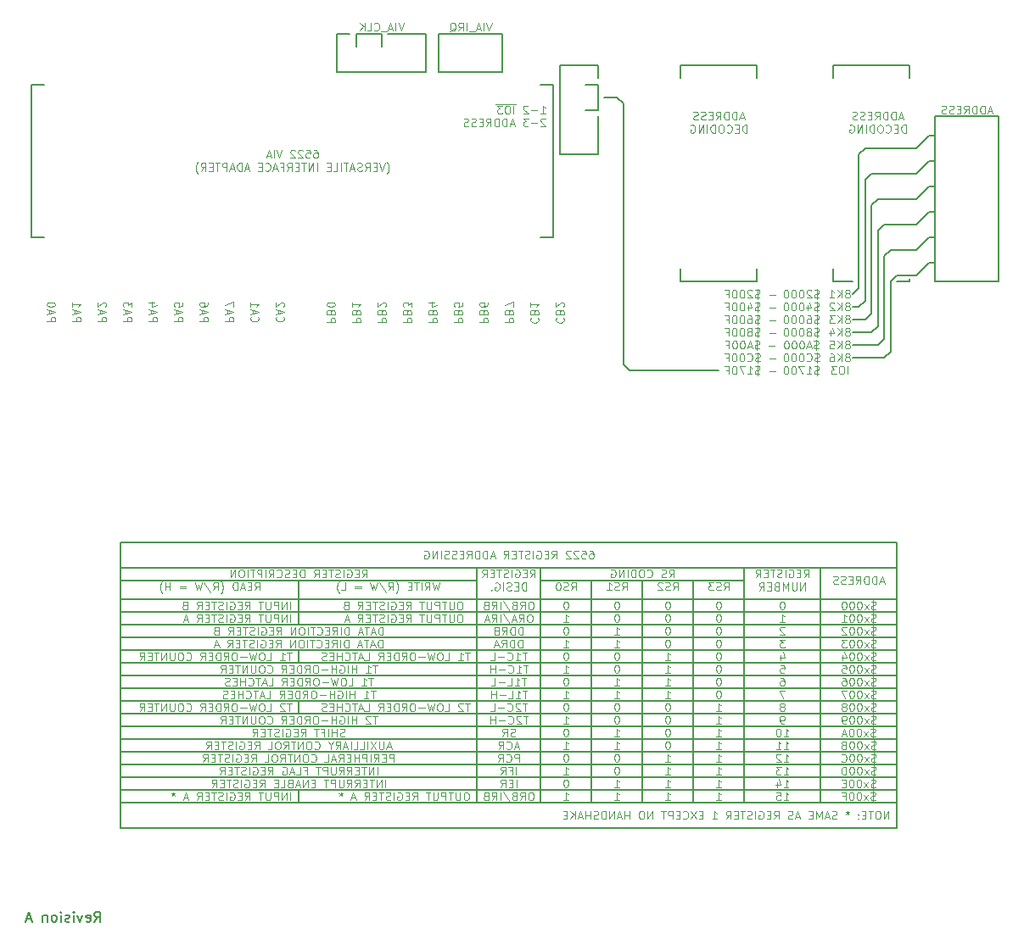
<source format=gbo>
G04 #@! TF.FileFunction,Legend,Bot*
%FSLAX46Y46*%
G04 Gerber Fmt 4.6, Leading zero omitted, Abs format (unit mm)*
G04 Created by KiCad (PCBNEW 4.0.7) date 01/10/20 22:13:22*
%MOMM*%
%LPD*%
G01*
G04 APERTURE LIST*
%ADD10C,0.100000*%
%ADD11C,0.200000*%
%ADD12C,0.150000*%
G04 APERTURE END LIST*
D10*
D11*
X161290000Y-88265000D02*
X161925000Y-88900000D01*
X161290000Y-62230000D02*
X161290000Y-88265000D01*
X160655000Y-61595000D02*
X161290000Y-62230000D01*
X159385000Y-61595000D02*
X160655000Y-61595000D01*
X170815000Y-88900000D02*
X161925000Y-88900000D01*
D10*
X183680000Y-89261905D02*
X183680000Y-88461905D01*
X183146667Y-88461905D02*
X182994286Y-88461905D01*
X182918095Y-88500000D01*
X182841905Y-88576190D01*
X182803810Y-88728571D01*
X182803810Y-88995238D01*
X182841905Y-89147619D01*
X182918095Y-89223810D01*
X182994286Y-89261905D01*
X183146667Y-89261905D01*
X183222857Y-89223810D01*
X183299048Y-89147619D01*
X183337143Y-88995238D01*
X183337143Y-88728571D01*
X183299048Y-88576190D01*
X183222857Y-88500000D01*
X183146667Y-88461905D01*
X182537143Y-88461905D02*
X182041905Y-88461905D01*
X182308572Y-88766667D01*
X182194286Y-88766667D01*
X182118096Y-88804762D01*
X182080000Y-88842857D01*
X182041905Y-88919048D01*
X182041905Y-89109524D01*
X182080000Y-89185714D01*
X182118096Y-89223810D01*
X182194286Y-89261905D01*
X182422858Y-89261905D01*
X182499048Y-89223810D01*
X182537143Y-89185714D01*
X176466191Y-88957143D02*
X175856667Y-88957143D01*
X174904286Y-89223810D02*
X174790000Y-89261905D01*
X174599524Y-89261905D01*
X174523334Y-89223810D01*
X174485238Y-89185714D01*
X174447143Y-89109524D01*
X174447143Y-89033333D01*
X174485238Y-88957143D01*
X174523334Y-88919048D01*
X174599524Y-88880952D01*
X174751905Y-88842857D01*
X174828096Y-88804762D01*
X174866191Y-88766667D01*
X174904286Y-88690476D01*
X174904286Y-88614286D01*
X174866191Y-88538095D01*
X174828096Y-88500000D01*
X174751905Y-88461905D01*
X174561429Y-88461905D01*
X174447143Y-88500000D01*
X174675715Y-88347619D02*
X174675715Y-89376190D01*
X173685238Y-89261905D02*
X174142381Y-89261905D01*
X173913810Y-89261905D02*
X173913810Y-88461905D01*
X173990000Y-88576190D01*
X174066191Y-88652381D01*
X174142381Y-88690476D01*
X173418571Y-88461905D02*
X172885238Y-88461905D01*
X173228095Y-89261905D01*
X172428095Y-88461905D02*
X172351904Y-88461905D01*
X172275714Y-88500000D01*
X172237619Y-88538095D01*
X172199523Y-88614286D01*
X172161428Y-88766667D01*
X172161428Y-88957143D01*
X172199523Y-89109524D01*
X172237619Y-89185714D01*
X172275714Y-89223810D01*
X172351904Y-89261905D01*
X172428095Y-89261905D01*
X172504285Y-89223810D01*
X172542381Y-89185714D01*
X172580476Y-89109524D01*
X172618571Y-88957143D01*
X172618571Y-88766667D01*
X172580476Y-88614286D01*
X172542381Y-88538095D01*
X172504285Y-88500000D01*
X172428095Y-88461905D01*
X171551904Y-88842857D02*
X171818571Y-88842857D01*
X171818571Y-89261905D02*
X171818571Y-88461905D01*
X171437618Y-88461905D01*
X180822381Y-89223810D02*
X180708095Y-89261905D01*
X180517619Y-89261905D01*
X180441429Y-89223810D01*
X180403333Y-89185714D01*
X180365238Y-89109524D01*
X180365238Y-89033333D01*
X180403333Y-88957143D01*
X180441429Y-88919048D01*
X180517619Y-88880952D01*
X180670000Y-88842857D01*
X180746191Y-88804762D01*
X180784286Y-88766667D01*
X180822381Y-88690476D01*
X180822381Y-88614286D01*
X180784286Y-88538095D01*
X180746191Y-88500000D01*
X180670000Y-88461905D01*
X180479524Y-88461905D01*
X180365238Y-88500000D01*
X180593810Y-88347619D02*
X180593810Y-89376190D01*
X179603333Y-89261905D02*
X180060476Y-89261905D01*
X179831905Y-89261905D02*
X179831905Y-88461905D01*
X179908095Y-88576190D01*
X179984286Y-88652381D01*
X180060476Y-88690476D01*
X179336666Y-88461905D02*
X178803333Y-88461905D01*
X179146190Y-89261905D01*
X178346190Y-88461905D02*
X178269999Y-88461905D01*
X178193809Y-88500000D01*
X178155714Y-88538095D01*
X178117618Y-88614286D01*
X178079523Y-88766667D01*
X178079523Y-88957143D01*
X178117618Y-89109524D01*
X178155714Y-89185714D01*
X178193809Y-89223810D01*
X178269999Y-89261905D01*
X178346190Y-89261905D01*
X178422380Y-89223810D01*
X178460476Y-89185714D01*
X178498571Y-89109524D01*
X178536666Y-88957143D01*
X178536666Y-88766667D01*
X178498571Y-88614286D01*
X178460476Y-88538095D01*
X178422380Y-88500000D01*
X178346190Y-88461905D01*
X177584285Y-88461905D02*
X177508094Y-88461905D01*
X177431904Y-88500000D01*
X177393809Y-88538095D01*
X177355713Y-88614286D01*
X177317618Y-88766667D01*
X177317618Y-88957143D01*
X177355713Y-89109524D01*
X177393809Y-89185714D01*
X177431904Y-89223810D01*
X177508094Y-89261905D01*
X177584285Y-89261905D01*
X177660475Y-89223810D01*
X177698571Y-89185714D01*
X177736666Y-89109524D01*
X177774761Y-88957143D01*
X177774761Y-88766667D01*
X177736666Y-88614286D01*
X177698571Y-88538095D01*
X177660475Y-88500000D01*
X177584285Y-88461905D01*
D11*
X132715000Y-59055000D02*
X141605000Y-59055000D01*
X132715000Y-55245000D02*
X132715000Y-59055000D01*
X133985000Y-55245000D02*
X132715000Y-55245000D01*
X134620000Y-55245000D02*
X134620000Y-56515000D01*
X137160000Y-55245000D02*
X134620000Y-55245000D01*
X137160000Y-56515000D02*
X137160000Y-55245000D01*
X141605000Y-55245000D02*
X137795000Y-55245000D01*
D10*
X139388571Y-54171905D02*
X139121904Y-54971905D01*
X138855237Y-54171905D01*
X138588571Y-54971905D02*
X138588571Y-54171905D01*
X138245714Y-54743333D02*
X137864762Y-54743333D01*
X138321905Y-54971905D02*
X138055238Y-54171905D01*
X137788571Y-54971905D01*
X137712381Y-55048095D02*
X137102857Y-55048095D01*
X136455238Y-54895714D02*
X136493333Y-54933810D01*
X136607619Y-54971905D01*
X136683809Y-54971905D01*
X136798095Y-54933810D01*
X136874286Y-54857619D01*
X136912381Y-54781429D01*
X136950476Y-54629048D01*
X136950476Y-54514762D01*
X136912381Y-54362381D01*
X136874286Y-54286190D01*
X136798095Y-54210000D01*
X136683809Y-54171905D01*
X136607619Y-54171905D01*
X136493333Y-54210000D01*
X136455238Y-54248095D01*
X135731428Y-54971905D02*
X136112381Y-54971905D01*
X136112381Y-54171905D01*
X135464762Y-54971905D02*
X135464762Y-54171905D01*
X135007619Y-54971905D02*
X135350476Y-54514762D01*
X135007619Y-54171905D02*
X135464762Y-54629048D01*
D11*
X141605000Y-59055000D02*
X141605000Y-55245000D01*
D10*
X148164285Y-54171905D02*
X147897618Y-54971905D01*
X147630951Y-54171905D01*
X147364285Y-54971905D02*
X147364285Y-54171905D01*
X147021428Y-54743333D02*
X146640476Y-54743333D01*
X147097619Y-54971905D02*
X146830952Y-54171905D01*
X146564285Y-54971905D01*
X146488095Y-55048095D02*
X145878571Y-55048095D01*
X145688095Y-54971905D02*
X145688095Y-54171905D01*
X144850000Y-54971905D02*
X145116667Y-54590952D01*
X145307143Y-54971905D02*
X145307143Y-54171905D01*
X145002381Y-54171905D01*
X144926190Y-54210000D01*
X144888095Y-54248095D01*
X144850000Y-54324286D01*
X144850000Y-54438571D01*
X144888095Y-54514762D01*
X144926190Y-54552857D01*
X145002381Y-54590952D01*
X145307143Y-54590952D01*
X143973809Y-55048095D02*
X144050000Y-55010000D01*
X144126190Y-54933810D01*
X144240476Y-54819524D01*
X144316667Y-54781429D01*
X144392857Y-54781429D01*
X144354762Y-54971905D02*
X144430952Y-54933810D01*
X144507143Y-54857619D01*
X144545238Y-54705238D01*
X144545238Y-54438571D01*
X144507143Y-54286190D01*
X144430952Y-54210000D01*
X144354762Y-54171905D01*
X144202381Y-54171905D01*
X144126190Y-54210000D01*
X144050000Y-54286190D01*
X144011905Y-54438571D01*
X144011905Y-54705238D01*
X144050000Y-54857619D01*
X144126190Y-54933810D01*
X144202381Y-54971905D01*
X144354762Y-54971905D01*
X198094286Y-62998333D02*
X197713334Y-62998333D01*
X198170477Y-63226905D02*
X197903810Y-62426905D01*
X197637143Y-63226905D01*
X197370477Y-63226905D02*
X197370477Y-62426905D01*
X197180001Y-62426905D01*
X197065715Y-62465000D01*
X196989524Y-62541190D01*
X196951429Y-62617381D01*
X196913334Y-62769762D01*
X196913334Y-62884048D01*
X196951429Y-63036429D01*
X196989524Y-63112619D01*
X197065715Y-63188810D01*
X197180001Y-63226905D01*
X197370477Y-63226905D01*
X196570477Y-63226905D02*
X196570477Y-62426905D01*
X196380001Y-62426905D01*
X196265715Y-62465000D01*
X196189524Y-62541190D01*
X196151429Y-62617381D01*
X196113334Y-62769762D01*
X196113334Y-62884048D01*
X196151429Y-63036429D01*
X196189524Y-63112619D01*
X196265715Y-63188810D01*
X196380001Y-63226905D01*
X196570477Y-63226905D01*
X195313334Y-63226905D02*
X195580001Y-62845952D01*
X195770477Y-63226905D02*
X195770477Y-62426905D01*
X195465715Y-62426905D01*
X195389524Y-62465000D01*
X195351429Y-62503095D01*
X195313334Y-62579286D01*
X195313334Y-62693571D01*
X195351429Y-62769762D01*
X195389524Y-62807857D01*
X195465715Y-62845952D01*
X195770477Y-62845952D01*
X194970477Y-62807857D02*
X194703810Y-62807857D01*
X194589524Y-63226905D02*
X194970477Y-63226905D01*
X194970477Y-62426905D01*
X194589524Y-62426905D01*
X194284762Y-63188810D02*
X194170476Y-63226905D01*
X193980000Y-63226905D01*
X193903810Y-63188810D01*
X193865714Y-63150714D01*
X193827619Y-63074524D01*
X193827619Y-62998333D01*
X193865714Y-62922143D01*
X193903810Y-62884048D01*
X193980000Y-62845952D01*
X194132381Y-62807857D01*
X194208572Y-62769762D01*
X194246667Y-62731667D01*
X194284762Y-62655476D01*
X194284762Y-62579286D01*
X194246667Y-62503095D01*
X194208572Y-62465000D01*
X194132381Y-62426905D01*
X193941905Y-62426905D01*
X193827619Y-62465000D01*
X193522857Y-63188810D02*
X193408571Y-63226905D01*
X193218095Y-63226905D01*
X193141905Y-63188810D01*
X193103809Y-63150714D01*
X193065714Y-63074524D01*
X193065714Y-62998333D01*
X193103809Y-62922143D01*
X193141905Y-62884048D01*
X193218095Y-62845952D01*
X193370476Y-62807857D01*
X193446667Y-62769762D01*
X193484762Y-62731667D01*
X193522857Y-62655476D01*
X193522857Y-62579286D01*
X193484762Y-62503095D01*
X193446667Y-62465000D01*
X193370476Y-62426905D01*
X193180000Y-62426905D01*
X193065714Y-62465000D01*
X126714286Y-83515000D02*
X126676190Y-83553095D01*
X126638095Y-83667381D01*
X126638095Y-83743571D01*
X126676190Y-83857857D01*
X126752381Y-83934048D01*
X126828571Y-83972143D01*
X126980952Y-84010238D01*
X127095238Y-84010238D01*
X127247619Y-83972143D01*
X127323810Y-83934048D01*
X127400000Y-83857857D01*
X127438095Y-83743571D01*
X127438095Y-83667381D01*
X127400000Y-83553095D01*
X127361905Y-83515000D01*
X126866667Y-83210238D02*
X126866667Y-82829286D01*
X126638095Y-83286429D02*
X127438095Y-83019762D01*
X126638095Y-82753095D01*
X127361905Y-82524524D02*
X127400000Y-82486429D01*
X127438095Y-82410238D01*
X127438095Y-82219762D01*
X127400000Y-82143572D01*
X127361905Y-82105476D01*
X127285714Y-82067381D01*
X127209524Y-82067381D01*
X127095238Y-82105476D01*
X126638095Y-82562619D01*
X126638095Y-82067381D01*
X124174286Y-83515000D02*
X124136190Y-83553095D01*
X124098095Y-83667381D01*
X124098095Y-83743571D01*
X124136190Y-83857857D01*
X124212381Y-83934048D01*
X124288571Y-83972143D01*
X124440952Y-84010238D01*
X124555238Y-84010238D01*
X124707619Y-83972143D01*
X124783810Y-83934048D01*
X124860000Y-83857857D01*
X124898095Y-83743571D01*
X124898095Y-83667381D01*
X124860000Y-83553095D01*
X124821905Y-83515000D01*
X124326667Y-83210238D02*
X124326667Y-82829286D01*
X124098095Y-83286429D02*
X124898095Y-83019762D01*
X124098095Y-82753095D01*
X124098095Y-82067381D02*
X124098095Y-82524524D01*
X124098095Y-82295953D02*
X124898095Y-82295953D01*
X124783810Y-82372143D01*
X124707619Y-82448334D01*
X124669524Y-82524524D01*
X121558095Y-83972143D02*
X122358095Y-83972143D01*
X122358095Y-83667381D01*
X122320000Y-83591190D01*
X122281905Y-83553095D01*
X122205714Y-83515000D01*
X122091429Y-83515000D01*
X122015238Y-83553095D01*
X121977143Y-83591190D01*
X121939048Y-83667381D01*
X121939048Y-83972143D01*
X121786667Y-83210238D02*
X121786667Y-82829286D01*
X121558095Y-83286429D02*
X122358095Y-83019762D01*
X121558095Y-82753095D01*
X122358095Y-82562619D02*
X122358095Y-82029286D01*
X121558095Y-82372143D01*
X119018095Y-83972143D02*
X119818095Y-83972143D01*
X119818095Y-83667381D01*
X119780000Y-83591190D01*
X119741905Y-83553095D01*
X119665714Y-83515000D01*
X119551429Y-83515000D01*
X119475238Y-83553095D01*
X119437143Y-83591190D01*
X119399048Y-83667381D01*
X119399048Y-83972143D01*
X119246667Y-83210238D02*
X119246667Y-82829286D01*
X119018095Y-83286429D02*
X119818095Y-83019762D01*
X119018095Y-82753095D01*
X119818095Y-82143572D02*
X119818095Y-82295953D01*
X119780000Y-82372143D01*
X119741905Y-82410238D01*
X119627619Y-82486429D01*
X119475238Y-82524524D01*
X119170476Y-82524524D01*
X119094286Y-82486429D01*
X119056190Y-82448334D01*
X119018095Y-82372143D01*
X119018095Y-82219762D01*
X119056190Y-82143572D01*
X119094286Y-82105476D01*
X119170476Y-82067381D01*
X119360952Y-82067381D01*
X119437143Y-82105476D01*
X119475238Y-82143572D01*
X119513333Y-82219762D01*
X119513333Y-82372143D01*
X119475238Y-82448334D01*
X119437143Y-82486429D01*
X119360952Y-82524524D01*
X116478095Y-83972143D02*
X117278095Y-83972143D01*
X117278095Y-83667381D01*
X117240000Y-83591190D01*
X117201905Y-83553095D01*
X117125714Y-83515000D01*
X117011429Y-83515000D01*
X116935238Y-83553095D01*
X116897143Y-83591190D01*
X116859048Y-83667381D01*
X116859048Y-83972143D01*
X116706667Y-83210238D02*
X116706667Y-82829286D01*
X116478095Y-83286429D02*
X117278095Y-83019762D01*
X116478095Y-82753095D01*
X117278095Y-82105476D02*
X117278095Y-82486429D01*
X116897143Y-82524524D01*
X116935238Y-82486429D01*
X116973333Y-82410238D01*
X116973333Y-82219762D01*
X116935238Y-82143572D01*
X116897143Y-82105476D01*
X116820952Y-82067381D01*
X116630476Y-82067381D01*
X116554286Y-82105476D01*
X116516190Y-82143572D01*
X116478095Y-82219762D01*
X116478095Y-82410238D01*
X116516190Y-82486429D01*
X116554286Y-82524524D01*
X113938095Y-83972143D02*
X114738095Y-83972143D01*
X114738095Y-83667381D01*
X114700000Y-83591190D01*
X114661905Y-83553095D01*
X114585714Y-83515000D01*
X114471429Y-83515000D01*
X114395238Y-83553095D01*
X114357143Y-83591190D01*
X114319048Y-83667381D01*
X114319048Y-83972143D01*
X114166667Y-83210238D02*
X114166667Y-82829286D01*
X113938095Y-83286429D02*
X114738095Y-83019762D01*
X113938095Y-82753095D01*
X114471429Y-82143572D02*
X113938095Y-82143572D01*
X114776190Y-82334048D02*
X114204762Y-82524524D01*
X114204762Y-82029286D01*
X111398095Y-83972143D02*
X112198095Y-83972143D01*
X112198095Y-83667381D01*
X112160000Y-83591190D01*
X112121905Y-83553095D01*
X112045714Y-83515000D01*
X111931429Y-83515000D01*
X111855238Y-83553095D01*
X111817143Y-83591190D01*
X111779048Y-83667381D01*
X111779048Y-83972143D01*
X111626667Y-83210238D02*
X111626667Y-82829286D01*
X111398095Y-83286429D02*
X112198095Y-83019762D01*
X111398095Y-82753095D01*
X112198095Y-82562619D02*
X112198095Y-82067381D01*
X111893333Y-82334048D01*
X111893333Y-82219762D01*
X111855238Y-82143572D01*
X111817143Y-82105476D01*
X111740952Y-82067381D01*
X111550476Y-82067381D01*
X111474286Y-82105476D01*
X111436190Y-82143572D01*
X111398095Y-82219762D01*
X111398095Y-82448334D01*
X111436190Y-82524524D01*
X111474286Y-82562619D01*
X108858095Y-83972143D02*
X109658095Y-83972143D01*
X109658095Y-83667381D01*
X109620000Y-83591190D01*
X109581905Y-83553095D01*
X109505714Y-83515000D01*
X109391429Y-83515000D01*
X109315238Y-83553095D01*
X109277143Y-83591190D01*
X109239048Y-83667381D01*
X109239048Y-83972143D01*
X109086667Y-83210238D02*
X109086667Y-82829286D01*
X108858095Y-83286429D02*
X109658095Y-83019762D01*
X108858095Y-82753095D01*
X109581905Y-82524524D02*
X109620000Y-82486429D01*
X109658095Y-82410238D01*
X109658095Y-82219762D01*
X109620000Y-82143572D01*
X109581905Y-82105476D01*
X109505714Y-82067381D01*
X109429524Y-82067381D01*
X109315238Y-82105476D01*
X108858095Y-82562619D01*
X108858095Y-82067381D01*
X106318095Y-83972143D02*
X107118095Y-83972143D01*
X107118095Y-83667381D01*
X107080000Y-83591190D01*
X107041905Y-83553095D01*
X106965714Y-83515000D01*
X106851429Y-83515000D01*
X106775238Y-83553095D01*
X106737143Y-83591190D01*
X106699048Y-83667381D01*
X106699048Y-83972143D01*
X106546667Y-83210238D02*
X106546667Y-82829286D01*
X106318095Y-83286429D02*
X107118095Y-83019762D01*
X106318095Y-82753095D01*
X106318095Y-82067381D02*
X106318095Y-82524524D01*
X106318095Y-82295953D02*
X107118095Y-82295953D01*
X107003810Y-82372143D01*
X106927619Y-82448334D01*
X106889524Y-82524524D01*
X103778095Y-83972143D02*
X104578095Y-83972143D01*
X104578095Y-83667381D01*
X104540000Y-83591190D01*
X104501905Y-83553095D01*
X104425714Y-83515000D01*
X104311429Y-83515000D01*
X104235238Y-83553095D01*
X104197143Y-83591190D01*
X104159048Y-83667381D01*
X104159048Y-83972143D01*
X104006667Y-83210238D02*
X104006667Y-82829286D01*
X103778095Y-83286429D02*
X104578095Y-83019762D01*
X103778095Y-82753095D01*
X104578095Y-82334048D02*
X104578095Y-82257857D01*
X104540000Y-82181667D01*
X104501905Y-82143572D01*
X104425714Y-82105476D01*
X104273333Y-82067381D01*
X104082857Y-82067381D01*
X103930476Y-82105476D01*
X103854286Y-82143572D01*
X103816190Y-82181667D01*
X103778095Y-82257857D01*
X103778095Y-82334048D01*
X103816190Y-82410238D01*
X103854286Y-82448334D01*
X103930476Y-82486429D01*
X104082857Y-82524524D01*
X104273333Y-82524524D01*
X104425714Y-82486429D01*
X104501905Y-82448334D01*
X104540000Y-82410238D01*
X104578095Y-82334048D01*
X154654286Y-83629286D02*
X154616190Y-83667381D01*
X154578095Y-83781667D01*
X154578095Y-83857857D01*
X154616190Y-83972143D01*
X154692381Y-84048334D01*
X154768571Y-84086429D01*
X154920952Y-84124524D01*
X155035238Y-84124524D01*
X155187619Y-84086429D01*
X155263810Y-84048334D01*
X155340000Y-83972143D01*
X155378095Y-83857857D01*
X155378095Y-83781667D01*
X155340000Y-83667381D01*
X155301905Y-83629286D01*
X154997143Y-83019762D02*
X154959048Y-82905476D01*
X154920952Y-82867381D01*
X154844762Y-82829286D01*
X154730476Y-82829286D01*
X154654286Y-82867381D01*
X154616190Y-82905476D01*
X154578095Y-82981667D01*
X154578095Y-83286429D01*
X155378095Y-83286429D01*
X155378095Y-83019762D01*
X155340000Y-82943572D01*
X155301905Y-82905476D01*
X155225714Y-82867381D01*
X155149524Y-82867381D01*
X155073333Y-82905476D01*
X155035238Y-82943572D01*
X154997143Y-83019762D01*
X154997143Y-83286429D01*
X155301905Y-82524524D02*
X155340000Y-82486429D01*
X155378095Y-82410238D01*
X155378095Y-82219762D01*
X155340000Y-82143572D01*
X155301905Y-82105476D01*
X155225714Y-82067381D01*
X155149524Y-82067381D01*
X155035238Y-82105476D01*
X154578095Y-82562619D01*
X154578095Y-82067381D01*
X152114286Y-83629286D02*
X152076190Y-83667381D01*
X152038095Y-83781667D01*
X152038095Y-83857857D01*
X152076190Y-83972143D01*
X152152381Y-84048334D01*
X152228571Y-84086429D01*
X152380952Y-84124524D01*
X152495238Y-84124524D01*
X152647619Y-84086429D01*
X152723810Y-84048334D01*
X152800000Y-83972143D01*
X152838095Y-83857857D01*
X152838095Y-83781667D01*
X152800000Y-83667381D01*
X152761905Y-83629286D01*
X152457143Y-83019762D02*
X152419048Y-82905476D01*
X152380952Y-82867381D01*
X152304762Y-82829286D01*
X152190476Y-82829286D01*
X152114286Y-82867381D01*
X152076190Y-82905476D01*
X152038095Y-82981667D01*
X152038095Y-83286429D01*
X152838095Y-83286429D01*
X152838095Y-83019762D01*
X152800000Y-82943572D01*
X152761905Y-82905476D01*
X152685714Y-82867381D01*
X152609524Y-82867381D01*
X152533333Y-82905476D01*
X152495238Y-82943572D01*
X152457143Y-83019762D01*
X152457143Y-83286429D01*
X152038095Y-82067381D02*
X152038095Y-82524524D01*
X152038095Y-82295953D02*
X152838095Y-82295953D01*
X152723810Y-82372143D01*
X152647619Y-82448334D01*
X152609524Y-82524524D01*
X149498095Y-84086429D02*
X150298095Y-84086429D01*
X150298095Y-83781667D01*
X150260000Y-83705476D01*
X150221905Y-83667381D01*
X150145714Y-83629286D01*
X150031429Y-83629286D01*
X149955238Y-83667381D01*
X149917143Y-83705476D01*
X149879048Y-83781667D01*
X149879048Y-84086429D01*
X149917143Y-83019762D02*
X149879048Y-82905476D01*
X149840952Y-82867381D01*
X149764762Y-82829286D01*
X149650476Y-82829286D01*
X149574286Y-82867381D01*
X149536190Y-82905476D01*
X149498095Y-82981667D01*
X149498095Y-83286429D01*
X150298095Y-83286429D01*
X150298095Y-83019762D01*
X150260000Y-82943572D01*
X150221905Y-82905476D01*
X150145714Y-82867381D01*
X150069524Y-82867381D01*
X149993333Y-82905476D01*
X149955238Y-82943572D01*
X149917143Y-83019762D01*
X149917143Y-83286429D01*
X150298095Y-82562619D02*
X150298095Y-82029286D01*
X149498095Y-82372143D01*
X146958095Y-84086429D02*
X147758095Y-84086429D01*
X147758095Y-83781667D01*
X147720000Y-83705476D01*
X147681905Y-83667381D01*
X147605714Y-83629286D01*
X147491429Y-83629286D01*
X147415238Y-83667381D01*
X147377143Y-83705476D01*
X147339048Y-83781667D01*
X147339048Y-84086429D01*
X147377143Y-83019762D02*
X147339048Y-82905476D01*
X147300952Y-82867381D01*
X147224762Y-82829286D01*
X147110476Y-82829286D01*
X147034286Y-82867381D01*
X146996190Y-82905476D01*
X146958095Y-82981667D01*
X146958095Y-83286429D01*
X147758095Y-83286429D01*
X147758095Y-83019762D01*
X147720000Y-82943572D01*
X147681905Y-82905476D01*
X147605714Y-82867381D01*
X147529524Y-82867381D01*
X147453333Y-82905476D01*
X147415238Y-82943572D01*
X147377143Y-83019762D01*
X147377143Y-83286429D01*
X147758095Y-82143572D02*
X147758095Y-82295953D01*
X147720000Y-82372143D01*
X147681905Y-82410238D01*
X147567619Y-82486429D01*
X147415238Y-82524524D01*
X147110476Y-82524524D01*
X147034286Y-82486429D01*
X146996190Y-82448334D01*
X146958095Y-82372143D01*
X146958095Y-82219762D01*
X146996190Y-82143572D01*
X147034286Y-82105476D01*
X147110476Y-82067381D01*
X147300952Y-82067381D01*
X147377143Y-82105476D01*
X147415238Y-82143572D01*
X147453333Y-82219762D01*
X147453333Y-82372143D01*
X147415238Y-82448334D01*
X147377143Y-82486429D01*
X147300952Y-82524524D01*
X144418095Y-84086429D02*
X145218095Y-84086429D01*
X145218095Y-83781667D01*
X145180000Y-83705476D01*
X145141905Y-83667381D01*
X145065714Y-83629286D01*
X144951429Y-83629286D01*
X144875238Y-83667381D01*
X144837143Y-83705476D01*
X144799048Y-83781667D01*
X144799048Y-84086429D01*
X144837143Y-83019762D02*
X144799048Y-82905476D01*
X144760952Y-82867381D01*
X144684762Y-82829286D01*
X144570476Y-82829286D01*
X144494286Y-82867381D01*
X144456190Y-82905476D01*
X144418095Y-82981667D01*
X144418095Y-83286429D01*
X145218095Y-83286429D01*
X145218095Y-83019762D01*
X145180000Y-82943572D01*
X145141905Y-82905476D01*
X145065714Y-82867381D01*
X144989524Y-82867381D01*
X144913333Y-82905476D01*
X144875238Y-82943572D01*
X144837143Y-83019762D01*
X144837143Y-83286429D01*
X145218095Y-82105476D02*
X145218095Y-82486429D01*
X144837143Y-82524524D01*
X144875238Y-82486429D01*
X144913333Y-82410238D01*
X144913333Y-82219762D01*
X144875238Y-82143572D01*
X144837143Y-82105476D01*
X144760952Y-82067381D01*
X144570476Y-82067381D01*
X144494286Y-82105476D01*
X144456190Y-82143572D01*
X144418095Y-82219762D01*
X144418095Y-82410238D01*
X144456190Y-82486429D01*
X144494286Y-82524524D01*
X141878095Y-84086429D02*
X142678095Y-84086429D01*
X142678095Y-83781667D01*
X142640000Y-83705476D01*
X142601905Y-83667381D01*
X142525714Y-83629286D01*
X142411429Y-83629286D01*
X142335238Y-83667381D01*
X142297143Y-83705476D01*
X142259048Y-83781667D01*
X142259048Y-84086429D01*
X142297143Y-83019762D02*
X142259048Y-82905476D01*
X142220952Y-82867381D01*
X142144762Y-82829286D01*
X142030476Y-82829286D01*
X141954286Y-82867381D01*
X141916190Y-82905476D01*
X141878095Y-82981667D01*
X141878095Y-83286429D01*
X142678095Y-83286429D01*
X142678095Y-83019762D01*
X142640000Y-82943572D01*
X142601905Y-82905476D01*
X142525714Y-82867381D01*
X142449524Y-82867381D01*
X142373333Y-82905476D01*
X142335238Y-82943572D01*
X142297143Y-83019762D01*
X142297143Y-83286429D01*
X142411429Y-82143572D02*
X141878095Y-82143572D01*
X142716190Y-82334048D02*
X142144762Y-82524524D01*
X142144762Y-82029286D01*
X139338095Y-84086429D02*
X140138095Y-84086429D01*
X140138095Y-83781667D01*
X140100000Y-83705476D01*
X140061905Y-83667381D01*
X139985714Y-83629286D01*
X139871429Y-83629286D01*
X139795238Y-83667381D01*
X139757143Y-83705476D01*
X139719048Y-83781667D01*
X139719048Y-84086429D01*
X139757143Y-83019762D02*
X139719048Y-82905476D01*
X139680952Y-82867381D01*
X139604762Y-82829286D01*
X139490476Y-82829286D01*
X139414286Y-82867381D01*
X139376190Y-82905476D01*
X139338095Y-82981667D01*
X139338095Y-83286429D01*
X140138095Y-83286429D01*
X140138095Y-83019762D01*
X140100000Y-82943572D01*
X140061905Y-82905476D01*
X139985714Y-82867381D01*
X139909524Y-82867381D01*
X139833333Y-82905476D01*
X139795238Y-82943572D01*
X139757143Y-83019762D01*
X139757143Y-83286429D01*
X140138095Y-82562619D02*
X140138095Y-82067381D01*
X139833333Y-82334048D01*
X139833333Y-82219762D01*
X139795238Y-82143572D01*
X139757143Y-82105476D01*
X139680952Y-82067381D01*
X139490476Y-82067381D01*
X139414286Y-82105476D01*
X139376190Y-82143572D01*
X139338095Y-82219762D01*
X139338095Y-82448334D01*
X139376190Y-82524524D01*
X139414286Y-82562619D01*
X136798095Y-84086429D02*
X137598095Y-84086429D01*
X137598095Y-83781667D01*
X137560000Y-83705476D01*
X137521905Y-83667381D01*
X137445714Y-83629286D01*
X137331429Y-83629286D01*
X137255238Y-83667381D01*
X137217143Y-83705476D01*
X137179048Y-83781667D01*
X137179048Y-84086429D01*
X137217143Y-83019762D02*
X137179048Y-82905476D01*
X137140952Y-82867381D01*
X137064762Y-82829286D01*
X136950476Y-82829286D01*
X136874286Y-82867381D01*
X136836190Y-82905476D01*
X136798095Y-82981667D01*
X136798095Y-83286429D01*
X137598095Y-83286429D01*
X137598095Y-83019762D01*
X137560000Y-82943572D01*
X137521905Y-82905476D01*
X137445714Y-82867381D01*
X137369524Y-82867381D01*
X137293333Y-82905476D01*
X137255238Y-82943572D01*
X137217143Y-83019762D01*
X137217143Y-83286429D01*
X137521905Y-82524524D02*
X137560000Y-82486429D01*
X137598095Y-82410238D01*
X137598095Y-82219762D01*
X137560000Y-82143572D01*
X137521905Y-82105476D01*
X137445714Y-82067381D01*
X137369524Y-82067381D01*
X137255238Y-82105476D01*
X136798095Y-82562619D01*
X136798095Y-82067381D01*
X134258095Y-84086429D02*
X135058095Y-84086429D01*
X135058095Y-83781667D01*
X135020000Y-83705476D01*
X134981905Y-83667381D01*
X134905714Y-83629286D01*
X134791429Y-83629286D01*
X134715238Y-83667381D01*
X134677143Y-83705476D01*
X134639048Y-83781667D01*
X134639048Y-84086429D01*
X134677143Y-83019762D02*
X134639048Y-82905476D01*
X134600952Y-82867381D01*
X134524762Y-82829286D01*
X134410476Y-82829286D01*
X134334286Y-82867381D01*
X134296190Y-82905476D01*
X134258095Y-82981667D01*
X134258095Y-83286429D01*
X135058095Y-83286429D01*
X135058095Y-83019762D01*
X135020000Y-82943572D01*
X134981905Y-82905476D01*
X134905714Y-82867381D01*
X134829524Y-82867381D01*
X134753333Y-82905476D01*
X134715238Y-82943572D01*
X134677143Y-83019762D01*
X134677143Y-83286429D01*
X134258095Y-82067381D02*
X134258095Y-82524524D01*
X134258095Y-82295953D02*
X135058095Y-82295953D01*
X134943810Y-82372143D01*
X134867619Y-82448334D01*
X134829524Y-82524524D01*
X131718095Y-84086429D02*
X132518095Y-84086429D01*
X132518095Y-83781667D01*
X132480000Y-83705476D01*
X132441905Y-83667381D01*
X132365714Y-83629286D01*
X132251429Y-83629286D01*
X132175238Y-83667381D01*
X132137143Y-83705476D01*
X132099048Y-83781667D01*
X132099048Y-84086429D01*
X132137143Y-83019762D02*
X132099048Y-82905476D01*
X132060952Y-82867381D01*
X131984762Y-82829286D01*
X131870476Y-82829286D01*
X131794286Y-82867381D01*
X131756190Y-82905476D01*
X131718095Y-82981667D01*
X131718095Y-83286429D01*
X132518095Y-83286429D01*
X132518095Y-83019762D01*
X132480000Y-82943572D01*
X132441905Y-82905476D01*
X132365714Y-82867381D01*
X132289524Y-82867381D01*
X132213333Y-82905476D01*
X132175238Y-82943572D01*
X132137143Y-83019762D01*
X132137143Y-83286429D01*
X132518095Y-82334048D02*
X132518095Y-82257857D01*
X132480000Y-82181667D01*
X132441905Y-82143572D01*
X132365714Y-82105476D01*
X132213333Y-82067381D01*
X132022857Y-82067381D01*
X131870476Y-82105476D01*
X131794286Y-82143572D01*
X131756190Y-82181667D01*
X131718095Y-82257857D01*
X131718095Y-82334048D01*
X131756190Y-82410238D01*
X131794286Y-82448334D01*
X131870476Y-82486429D01*
X132022857Y-82524524D01*
X132213333Y-82524524D01*
X132365714Y-82486429D01*
X132441905Y-82448334D01*
X132480000Y-82410238D01*
X132518095Y-82334048D01*
X153517619Y-63773095D02*
X153479524Y-63735000D01*
X153403333Y-63696905D01*
X153212857Y-63696905D01*
X153136667Y-63735000D01*
X153098571Y-63773095D01*
X153060476Y-63849286D01*
X153060476Y-63925476D01*
X153098571Y-64039762D01*
X153555714Y-64496905D01*
X153060476Y-64496905D01*
X152717619Y-64192143D02*
X152108095Y-64192143D01*
X151803333Y-63696905D02*
X151308095Y-63696905D01*
X151574762Y-64001667D01*
X151460476Y-64001667D01*
X151384286Y-64039762D01*
X151346190Y-64077857D01*
X151308095Y-64154048D01*
X151308095Y-64344524D01*
X151346190Y-64420714D01*
X151384286Y-64458810D01*
X151460476Y-64496905D01*
X151689048Y-64496905D01*
X151765238Y-64458810D01*
X151803333Y-64420714D01*
X150393809Y-64268333D02*
X150012857Y-64268333D01*
X150470000Y-64496905D02*
X150203333Y-63696905D01*
X149936666Y-64496905D01*
X149670000Y-64496905D02*
X149670000Y-63696905D01*
X149479524Y-63696905D01*
X149365238Y-63735000D01*
X149289047Y-63811190D01*
X149250952Y-63887381D01*
X149212857Y-64039762D01*
X149212857Y-64154048D01*
X149250952Y-64306429D01*
X149289047Y-64382619D01*
X149365238Y-64458810D01*
X149479524Y-64496905D01*
X149670000Y-64496905D01*
X148870000Y-64496905D02*
X148870000Y-63696905D01*
X148679524Y-63696905D01*
X148565238Y-63735000D01*
X148489047Y-63811190D01*
X148450952Y-63887381D01*
X148412857Y-64039762D01*
X148412857Y-64154048D01*
X148450952Y-64306429D01*
X148489047Y-64382619D01*
X148565238Y-64458810D01*
X148679524Y-64496905D01*
X148870000Y-64496905D01*
X147612857Y-64496905D02*
X147879524Y-64115952D01*
X148070000Y-64496905D02*
X148070000Y-63696905D01*
X147765238Y-63696905D01*
X147689047Y-63735000D01*
X147650952Y-63773095D01*
X147612857Y-63849286D01*
X147612857Y-63963571D01*
X147650952Y-64039762D01*
X147689047Y-64077857D01*
X147765238Y-64115952D01*
X148070000Y-64115952D01*
X147270000Y-64077857D02*
X147003333Y-64077857D01*
X146889047Y-64496905D02*
X147270000Y-64496905D01*
X147270000Y-63696905D01*
X146889047Y-63696905D01*
X146584285Y-64458810D02*
X146469999Y-64496905D01*
X146279523Y-64496905D01*
X146203333Y-64458810D01*
X146165237Y-64420714D01*
X146127142Y-64344524D01*
X146127142Y-64268333D01*
X146165237Y-64192143D01*
X146203333Y-64154048D01*
X146279523Y-64115952D01*
X146431904Y-64077857D01*
X146508095Y-64039762D01*
X146546190Y-64001667D01*
X146584285Y-63925476D01*
X146584285Y-63849286D01*
X146546190Y-63773095D01*
X146508095Y-63735000D01*
X146431904Y-63696905D01*
X146241428Y-63696905D01*
X146127142Y-63735000D01*
X145822380Y-64458810D02*
X145708094Y-64496905D01*
X145517618Y-64496905D01*
X145441428Y-64458810D01*
X145403332Y-64420714D01*
X145365237Y-64344524D01*
X145365237Y-64268333D01*
X145403332Y-64192143D01*
X145441428Y-64154048D01*
X145517618Y-64115952D01*
X145669999Y-64077857D01*
X145746190Y-64039762D01*
X145784285Y-64001667D01*
X145822380Y-63925476D01*
X145822380Y-63849286D01*
X145784285Y-63773095D01*
X145746190Y-63735000D01*
X145669999Y-63696905D01*
X145479523Y-63696905D01*
X145365237Y-63735000D01*
X153060476Y-63226905D02*
X153517619Y-63226905D01*
X153289048Y-63226905D02*
X153289048Y-62426905D01*
X153365238Y-62541190D01*
X153441429Y-62617381D01*
X153517619Y-62655476D01*
X152717619Y-62922143D02*
X152108095Y-62922143D01*
X151765238Y-62503095D02*
X151727143Y-62465000D01*
X151650952Y-62426905D01*
X151460476Y-62426905D01*
X151384286Y-62465000D01*
X151346190Y-62503095D01*
X151308095Y-62579286D01*
X151308095Y-62655476D01*
X151346190Y-62769762D01*
X151803333Y-63226905D01*
X151308095Y-63226905D01*
X150355714Y-63226905D02*
X150355714Y-62426905D01*
X149822381Y-62426905D02*
X149670000Y-62426905D01*
X149593809Y-62465000D01*
X149517619Y-62541190D01*
X149479524Y-62693571D01*
X149479524Y-62960238D01*
X149517619Y-63112619D01*
X149593809Y-63188810D01*
X149670000Y-63226905D01*
X149822381Y-63226905D01*
X149898571Y-63188810D01*
X149974762Y-63112619D01*
X150012857Y-62960238D01*
X150012857Y-62693571D01*
X149974762Y-62541190D01*
X149898571Y-62465000D01*
X149822381Y-62426905D01*
X149212857Y-62426905D02*
X148717619Y-62426905D01*
X148984286Y-62731667D01*
X148870000Y-62731667D01*
X148793810Y-62769762D01*
X148755714Y-62807857D01*
X148717619Y-62884048D01*
X148717619Y-63074524D01*
X148755714Y-63150714D01*
X148793810Y-63188810D01*
X148870000Y-63226905D01*
X149098572Y-63226905D01*
X149174762Y-63188810D01*
X149212857Y-63150714D01*
X150546190Y-62289000D02*
X148565238Y-62289000D01*
X130441429Y-66856905D02*
X130593810Y-66856905D01*
X130670000Y-66895000D01*
X130708095Y-66933095D01*
X130784286Y-67047381D01*
X130822381Y-67199762D01*
X130822381Y-67504524D01*
X130784286Y-67580714D01*
X130746191Y-67618810D01*
X130670000Y-67656905D01*
X130517619Y-67656905D01*
X130441429Y-67618810D01*
X130403333Y-67580714D01*
X130365238Y-67504524D01*
X130365238Y-67314048D01*
X130403333Y-67237857D01*
X130441429Y-67199762D01*
X130517619Y-67161667D01*
X130670000Y-67161667D01*
X130746191Y-67199762D01*
X130784286Y-67237857D01*
X130822381Y-67314048D01*
X129641428Y-66856905D02*
X130022381Y-66856905D01*
X130060476Y-67237857D01*
X130022381Y-67199762D01*
X129946190Y-67161667D01*
X129755714Y-67161667D01*
X129679524Y-67199762D01*
X129641428Y-67237857D01*
X129603333Y-67314048D01*
X129603333Y-67504524D01*
X129641428Y-67580714D01*
X129679524Y-67618810D01*
X129755714Y-67656905D01*
X129946190Y-67656905D01*
X130022381Y-67618810D01*
X130060476Y-67580714D01*
X129298571Y-66933095D02*
X129260476Y-66895000D01*
X129184285Y-66856905D01*
X128993809Y-66856905D01*
X128917619Y-66895000D01*
X128879523Y-66933095D01*
X128841428Y-67009286D01*
X128841428Y-67085476D01*
X128879523Y-67199762D01*
X129336666Y-67656905D01*
X128841428Y-67656905D01*
X128536666Y-66933095D02*
X128498571Y-66895000D01*
X128422380Y-66856905D01*
X128231904Y-66856905D01*
X128155714Y-66895000D01*
X128117618Y-66933095D01*
X128079523Y-67009286D01*
X128079523Y-67085476D01*
X128117618Y-67199762D01*
X128574761Y-67656905D01*
X128079523Y-67656905D01*
X127241428Y-66856905D02*
X126974761Y-67656905D01*
X126708094Y-66856905D01*
X126441428Y-67656905D02*
X126441428Y-66856905D01*
X126098571Y-67428333D02*
X125717619Y-67428333D01*
X126174762Y-67656905D02*
X125908095Y-66856905D01*
X125641428Y-67656905D01*
X137679523Y-69261667D02*
X137717619Y-69223571D01*
X137793809Y-69109286D01*
X137831904Y-69033095D01*
X137870000Y-68918810D01*
X137908095Y-68728333D01*
X137908095Y-68575952D01*
X137870000Y-68385476D01*
X137831904Y-68271190D01*
X137793809Y-68195000D01*
X137717619Y-68080714D01*
X137679523Y-68042619D01*
X137489048Y-68156905D02*
X137222381Y-68956905D01*
X136955714Y-68156905D01*
X136689048Y-68537857D02*
X136422381Y-68537857D01*
X136308095Y-68956905D02*
X136689048Y-68956905D01*
X136689048Y-68156905D01*
X136308095Y-68156905D01*
X135508095Y-68956905D02*
X135774762Y-68575952D01*
X135965238Y-68956905D02*
X135965238Y-68156905D01*
X135660476Y-68156905D01*
X135584285Y-68195000D01*
X135546190Y-68233095D01*
X135508095Y-68309286D01*
X135508095Y-68423571D01*
X135546190Y-68499762D01*
X135584285Y-68537857D01*
X135660476Y-68575952D01*
X135965238Y-68575952D01*
X135203333Y-68918810D02*
X135089047Y-68956905D01*
X134898571Y-68956905D01*
X134822381Y-68918810D01*
X134784285Y-68880714D01*
X134746190Y-68804524D01*
X134746190Y-68728333D01*
X134784285Y-68652143D01*
X134822381Y-68614048D01*
X134898571Y-68575952D01*
X135050952Y-68537857D01*
X135127143Y-68499762D01*
X135165238Y-68461667D01*
X135203333Y-68385476D01*
X135203333Y-68309286D01*
X135165238Y-68233095D01*
X135127143Y-68195000D01*
X135050952Y-68156905D01*
X134860476Y-68156905D01*
X134746190Y-68195000D01*
X134441428Y-68728333D02*
X134060476Y-68728333D01*
X134517619Y-68956905D02*
X134250952Y-68156905D01*
X133984285Y-68956905D01*
X133831905Y-68156905D02*
X133374762Y-68156905D01*
X133603333Y-68956905D02*
X133603333Y-68156905D01*
X133108095Y-68956905D02*
X133108095Y-68156905D01*
X132346190Y-68956905D02*
X132727143Y-68956905D01*
X132727143Y-68156905D01*
X132079524Y-68537857D02*
X131812857Y-68537857D01*
X131698571Y-68956905D02*
X132079524Y-68956905D01*
X132079524Y-68156905D01*
X131698571Y-68156905D01*
X130746190Y-68956905D02*
X130746190Y-68156905D01*
X130365238Y-68956905D02*
X130365238Y-68156905D01*
X129908095Y-68956905D01*
X129908095Y-68156905D01*
X129641429Y-68156905D02*
X129184286Y-68156905D01*
X129412857Y-68956905D02*
X129412857Y-68156905D01*
X128917619Y-68537857D02*
X128650952Y-68537857D01*
X128536666Y-68956905D02*
X128917619Y-68956905D01*
X128917619Y-68156905D01*
X128536666Y-68156905D01*
X127736666Y-68956905D02*
X128003333Y-68575952D01*
X128193809Y-68956905D02*
X128193809Y-68156905D01*
X127889047Y-68156905D01*
X127812856Y-68195000D01*
X127774761Y-68233095D01*
X127736666Y-68309286D01*
X127736666Y-68423571D01*
X127774761Y-68499762D01*
X127812856Y-68537857D01*
X127889047Y-68575952D01*
X128193809Y-68575952D01*
X127127142Y-68537857D02*
X127393809Y-68537857D01*
X127393809Y-68956905D02*
X127393809Y-68156905D01*
X127012856Y-68156905D01*
X126746190Y-68728333D02*
X126365238Y-68728333D01*
X126822381Y-68956905D02*
X126555714Y-68156905D01*
X126289047Y-68956905D01*
X125565238Y-68880714D02*
X125603333Y-68918810D01*
X125717619Y-68956905D01*
X125793809Y-68956905D01*
X125908095Y-68918810D01*
X125984286Y-68842619D01*
X126022381Y-68766429D01*
X126060476Y-68614048D01*
X126060476Y-68499762D01*
X126022381Y-68347381D01*
X125984286Y-68271190D01*
X125908095Y-68195000D01*
X125793809Y-68156905D01*
X125717619Y-68156905D01*
X125603333Y-68195000D01*
X125565238Y-68233095D01*
X125222381Y-68537857D02*
X124955714Y-68537857D01*
X124841428Y-68956905D02*
X125222381Y-68956905D01*
X125222381Y-68156905D01*
X124841428Y-68156905D01*
X123927142Y-68728333D02*
X123546190Y-68728333D01*
X124003333Y-68956905D02*
X123736666Y-68156905D01*
X123469999Y-68956905D01*
X123203333Y-68956905D02*
X123203333Y-68156905D01*
X123012857Y-68156905D01*
X122898571Y-68195000D01*
X122822380Y-68271190D01*
X122784285Y-68347381D01*
X122746190Y-68499762D01*
X122746190Y-68614048D01*
X122784285Y-68766429D01*
X122822380Y-68842619D01*
X122898571Y-68918810D01*
X123012857Y-68956905D01*
X123203333Y-68956905D01*
X122441428Y-68728333D02*
X122060476Y-68728333D01*
X122517619Y-68956905D02*
X122250952Y-68156905D01*
X121984285Y-68956905D01*
X121717619Y-68956905D02*
X121717619Y-68156905D01*
X121412857Y-68156905D01*
X121336666Y-68195000D01*
X121298571Y-68233095D01*
X121260476Y-68309286D01*
X121260476Y-68423571D01*
X121298571Y-68499762D01*
X121336666Y-68537857D01*
X121412857Y-68575952D01*
X121717619Y-68575952D01*
X121031905Y-68156905D02*
X120574762Y-68156905D01*
X120803333Y-68956905D02*
X120803333Y-68156905D01*
X120308095Y-68537857D02*
X120041428Y-68537857D01*
X119927142Y-68956905D02*
X120308095Y-68956905D01*
X120308095Y-68156905D01*
X119927142Y-68156905D01*
X119127142Y-68956905D02*
X119393809Y-68575952D01*
X119584285Y-68956905D02*
X119584285Y-68156905D01*
X119279523Y-68156905D01*
X119203332Y-68195000D01*
X119165237Y-68233095D01*
X119127142Y-68309286D01*
X119127142Y-68423571D01*
X119165237Y-68499762D01*
X119203332Y-68537857D01*
X119279523Y-68575952D01*
X119584285Y-68575952D01*
X118860475Y-69261667D02*
X118822380Y-69223571D01*
X118746190Y-69109286D01*
X118708094Y-69033095D01*
X118669999Y-68918810D01*
X118631904Y-68728333D01*
X118631904Y-68575952D01*
X118669999Y-68385476D01*
X118708094Y-68271190D01*
X118746190Y-68195000D01*
X118822380Y-68080714D01*
X118860475Y-68042619D01*
D11*
X189865000Y-80010000D02*
X189865000Y-79700000D01*
X188595000Y-80010000D02*
X189865000Y-80010000D01*
X182245000Y-80010000D02*
X184150000Y-80010000D01*
X182245000Y-78740000D02*
X182245000Y-80010000D01*
X174625000Y-80010000D02*
X174625000Y-78740000D01*
X167005000Y-80010000D02*
X174625000Y-80010000D01*
X167005000Y-78740000D02*
X167005000Y-80010000D01*
X189865000Y-58420000D02*
X189865000Y-59690000D01*
X182245000Y-58420000D02*
X189865000Y-58420000D01*
X182245000Y-59690000D02*
X182245000Y-58420000D01*
X174625000Y-58420000D02*
X174625000Y-59690000D01*
X167005000Y-58420000D02*
X174625000Y-58420000D01*
X167005000Y-59690000D02*
X167005000Y-58420000D01*
D10*
X176485238Y-87687143D02*
X175875714Y-87687143D01*
X174923333Y-87953810D02*
X174809047Y-87991905D01*
X174618571Y-87991905D01*
X174542381Y-87953810D01*
X174504285Y-87915714D01*
X174466190Y-87839524D01*
X174466190Y-87763333D01*
X174504285Y-87687143D01*
X174542381Y-87649048D01*
X174618571Y-87610952D01*
X174770952Y-87572857D01*
X174847143Y-87534762D01*
X174885238Y-87496667D01*
X174923333Y-87420476D01*
X174923333Y-87344286D01*
X174885238Y-87268095D01*
X174847143Y-87230000D01*
X174770952Y-87191905D01*
X174580476Y-87191905D01*
X174466190Y-87230000D01*
X174694762Y-87077619D02*
X174694762Y-88106190D01*
X173666190Y-87915714D02*
X173704285Y-87953810D01*
X173818571Y-87991905D01*
X173894761Y-87991905D01*
X174009047Y-87953810D01*
X174085238Y-87877619D01*
X174123333Y-87801429D01*
X174161428Y-87649048D01*
X174161428Y-87534762D01*
X174123333Y-87382381D01*
X174085238Y-87306190D01*
X174009047Y-87230000D01*
X173894761Y-87191905D01*
X173818571Y-87191905D01*
X173704285Y-87230000D01*
X173666190Y-87268095D01*
X173170952Y-87191905D02*
X173094761Y-87191905D01*
X173018571Y-87230000D01*
X172980476Y-87268095D01*
X172942380Y-87344286D01*
X172904285Y-87496667D01*
X172904285Y-87687143D01*
X172942380Y-87839524D01*
X172980476Y-87915714D01*
X173018571Y-87953810D01*
X173094761Y-87991905D01*
X173170952Y-87991905D01*
X173247142Y-87953810D01*
X173285238Y-87915714D01*
X173323333Y-87839524D01*
X173361428Y-87687143D01*
X173361428Y-87496667D01*
X173323333Y-87344286D01*
X173285238Y-87268095D01*
X173247142Y-87230000D01*
X173170952Y-87191905D01*
X172409047Y-87191905D02*
X172332856Y-87191905D01*
X172256666Y-87230000D01*
X172218571Y-87268095D01*
X172180475Y-87344286D01*
X172142380Y-87496667D01*
X172142380Y-87687143D01*
X172180475Y-87839524D01*
X172218571Y-87915714D01*
X172256666Y-87953810D01*
X172332856Y-87991905D01*
X172409047Y-87991905D01*
X172485237Y-87953810D01*
X172523333Y-87915714D01*
X172561428Y-87839524D01*
X172599523Y-87687143D01*
X172599523Y-87496667D01*
X172561428Y-87344286D01*
X172523333Y-87268095D01*
X172485237Y-87230000D01*
X172409047Y-87191905D01*
X171532856Y-87572857D02*
X171799523Y-87572857D01*
X171799523Y-87991905D02*
X171799523Y-87191905D01*
X171418570Y-87191905D01*
X176428095Y-86417143D02*
X175818571Y-86417143D01*
X174866190Y-86683810D02*
X174751904Y-86721905D01*
X174561428Y-86721905D01*
X174485238Y-86683810D01*
X174447142Y-86645714D01*
X174409047Y-86569524D01*
X174409047Y-86493333D01*
X174447142Y-86417143D01*
X174485238Y-86379048D01*
X174561428Y-86340952D01*
X174713809Y-86302857D01*
X174790000Y-86264762D01*
X174828095Y-86226667D01*
X174866190Y-86150476D01*
X174866190Y-86074286D01*
X174828095Y-85998095D01*
X174790000Y-85960000D01*
X174713809Y-85921905D01*
X174523333Y-85921905D01*
X174409047Y-85960000D01*
X174637619Y-85807619D02*
X174637619Y-86836190D01*
X174104285Y-86493333D02*
X173723333Y-86493333D01*
X174180476Y-86721905D02*
X173913809Y-85921905D01*
X173647142Y-86721905D01*
X173228095Y-85921905D02*
X173151904Y-85921905D01*
X173075714Y-85960000D01*
X173037619Y-85998095D01*
X172999523Y-86074286D01*
X172961428Y-86226667D01*
X172961428Y-86417143D01*
X172999523Y-86569524D01*
X173037619Y-86645714D01*
X173075714Y-86683810D01*
X173151904Y-86721905D01*
X173228095Y-86721905D01*
X173304285Y-86683810D01*
X173342381Y-86645714D01*
X173380476Y-86569524D01*
X173418571Y-86417143D01*
X173418571Y-86226667D01*
X173380476Y-86074286D01*
X173342381Y-85998095D01*
X173304285Y-85960000D01*
X173228095Y-85921905D01*
X172466190Y-85921905D02*
X172389999Y-85921905D01*
X172313809Y-85960000D01*
X172275714Y-85998095D01*
X172237618Y-86074286D01*
X172199523Y-86226667D01*
X172199523Y-86417143D01*
X172237618Y-86569524D01*
X172275714Y-86645714D01*
X172313809Y-86683810D01*
X172389999Y-86721905D01*
X172466190Y-86721905D01*
X172542380Y-86683810D01*
X172580476Y-86645714D01*
X172618571Y-86569524D01*
X172656666Y-86417143D01*
X172656666Y-86226667D01*
X172618571Y-86074286D01*
X172580476Y-85998095D01*
X172542380Y-85960000D01*
X172466190Y-85921905D01*
X171589999Y-86302857D02*
X171856666Y-86302857D01*
X171856666Y-86721905D02*
X171856666Y-85921905D01*
X171475713Y-85921905D01*
X176466191Y-85147143D02*
X175856667Y-85147143D01*
X174904286Y-85413810D02*
X174790000Y-85451905D01*
X174599524Y-85451905D01*
X174523334Y-85413810D01*
X174485238Y-85375714D01*
X174447143Y-85299524D01*
X174447143Y-85223333D01*
X174485238Y-85147143D01*
X174523334Y-85109048D01*
X174599524Y-85070952D01*
X174751905Y-85032857D01*
X174828096Y-84994762D01*
X174866191Y-84956667D01*
X174904286Y-84880476D01*
X174904286Y-84804286D01*
X174866191Y-84728095D01*
X174828096Y-84690000D01*
X174751905Y-84651905D01*
X174561429Y-84651905D01*
X174447143Y-84690000D01*
X174675715Y-84537619D02*
X174675715Y-85566190D01*
X173990000Y-84994762D02*
X174066191Y-84956667D01*
X174104286Y-84918571D01*
X174142381Y-84842381D01*
X174142381Y-84804286D01*
X174104286Y-84728095D01*
X174066191Y-84690000D01*
X173990000Y-84651905D01*
X173837619Y-84651905D01*
X173761429Y-84690000D01*
X173723333Y-84728095D01*
X173685238Y-84804286D01*
X173685238Y-84842381D01*
X173723333Y-84918571D01*
X173761429Y-84956667D01*
X173837619Y-84994762D01*
X173990000Y-84994762D01*
X174066191Y-85032857D01*
X174104286Y-85070952D01*
X174142381Y-85147143D01*
X174142381Y-85299524D01*
X174104286Y-85375714D01*
X174066191Y-85413810D01*
X173990000Y-85451905D01*
X173837619Y-85451905D01*
X173761429Y-85413810D01*
X173723333Y-85375714D01*
X173685238Y-85299524D01*
X173685238Y-85147143D01*
X173723333Y-85070952D01*
X173761429Y-85032857D01*
X173837619Y-84994762D01*
X173190000Y-84651905D02*
X173113809Y-84651905D01*
X173037619Y-84690000D01*
X172999524Y-84728095D01*
X172961428Y-84804286D01*
X172923333Y-84956667D01*
X172923333Y-85147143D01*
X172961428Y-85299524D01*
X172999524Y-85375714D01*
X173037619Y-85413810D01*
X173113809Y-85451905D01*
X173190000Y-85451905D01*
X173266190Y-85413810D01*
X173304286Y-85375714D01*
X173342381Y-85299524D01*
X173380476Y-85147143D01*
X173380476Y-84956667D01*
X173342381Y-84804286D01*
X173304286Y-84728095D01*
X173266190Y-84690000D01*
X173190000Y-84651905D01*
X172428095Y-84651905D02*
X172351904Y-84651905D01*
X172275714Y-84690000D01*
X172237619Y-84728095D01*
X172199523Y-84804286D01*
X172161428Y-84956667D01*
X172161428Y-85147143D01*
X172199523Y-85299524D01*
X172237619Y-85375714D01*
X172275714Y-85413810D01*
X172351904Y-85451905D01*
X172428095Y-85451905D01*
X172504285Y-85413810D01*
X172542381Y-85375714D01*
X172580476Y-85299524D01*
X172618571Y-85147143D01*
X172618571Y-84956667D01*
X172580476Y-84804286D01*
X172542381Y-84728095D01*
X172504285Y-84690000D01*
X172428095Y-84651905D01*
X171551904Y-85032857D02*
X171818571Y-85032857D01*
X171818571Y-85451905D02*
X171818571Y-84651905D01*
X171437618Y-84651905D01*
X176466191Y-83877143D02*
X175856667Y-83877143D01*
X174904286Y-84143810D02*
X174790000Y-84181905D01*
X174599524Y-84181905D01*
X174523334Y-84143810D01*
X174485238Y-84105714D01*
X174447143Y-84029524D01*
X174447143Y-83953333D01*
X174485238Y-83877143D01*
X174523334Y-83839048D01*
X174599524Y-83800952D01*
X174751905Y-83762857D01*
X174828096Y-83724762D01*
X174866191Y-83686667D01*
X174904286Y-83610476D01*
X174904286Y-83534286D01*
X174866191Y-83458095D01*
X174828096Y-83420000D01*
X174751905Y-83381905D01*
X174561429Y-83381905D01*
X174447143Y-83420000D01*
X174675715Y-83267619D02*
X174675715Y-84296190D01*
X173761429Y-83381905D02*
X173913810Y-83381905D01*
X173990000Y-83420000D01*
X174028095Y-83458095D01*
X174104286Y-83572381D01*
X174142381Y-83724762D01*
X174142381Y-84029524D01*
X174104286Y-84105714D01*
X174066191Y-84143810D01*
X173990000Y-84181905D01*
X173837619Y-84181905D01*
X173761429Y-84143810D01*
X173723333Y-84105714D01*
X173685238Y-84029524D01*
X173685238Y-83839048D01*
X173723333Y-83762857D01*
X173761429Y-83724762D01*
X173837619Y-83686667D01*
X173990000Y-83686667D01*
X174066191Y-83724762D01*
X174104286Y-83762857D01*
X174142381Y-83839048D01*
X173190000Y-83381905D02*
X173113809Y-83381905D01*
X173037619Y-83420000D01*
X172999524Y-83458095D01*
X172961428Y-83534286D01*
X172923333Y-83686667D01*
X172923333Y-83877143D01*
X172961428Y-84029524D01*
X172999524Y-84105714D01*
X173037619Y-84143810D01*
X173113809Y-84181905D01*
X173190000Y-84181905D01*
X173266190Y-84143810D01*
X173304286Y-84105714D01*
X173342381Y-84029524D01*
X173380476Y-83877143D01*
X173380476Y-83686667D01*
X173342381Y-83534286D01*
X173304286Y-83458095D01*
X173266190Y-83420000D01*
X173190000Y-83381905D01*
X172428095Y-83381905D02*
X172351904Y-83381905D01*
X172275714Y-83420000D01*
X172237619Y-83458095D01*
X172199523Y-83534286D01*
X172161428Y-83686667D01*
X172161428Y-83877143D01*
X172199523Y-84029524D01*
X172237619Y-84105714D01*
X172275714Y-84143810D01*
X172351904Y-84181905D01*
X172428095Y-84181905D01*
X172504285Y-84143810D01*
X172542381Y-84105714D01*
X172580476Y-84029524D01*
X172618571Y-83877143D01*
X172618571Y-83686667D01*
X172580476Y-83534286D01*
X172542381Y-83458095D01*
X172504285Y-83420000D01*
X172428095Y-83381905D01*
X171551904Y-83762857D02*
X171818571Y-83762857D01*
X171818571Y-84181905D02*
X171818571Y-83381905D01*
X171437618Y-83381905D01*
X176466191Y-82607143D02*
X175856667Y-82607143D01*
X174904286Y-82873810D02*
X174790000Y-82911905D01*
X174599524Y-82911905D01*
X174523334Y-82873810D01*
X174485238Y-82835714D01*
X174447143Y-82759524D01*
X174447143Y-82683333D01*
X174485238Y-82607143D01*
X174523334Y-82569048D01*
X174599524Y-82530952D01*
X174751905Y-82492857D01*
X174828096Y-82454762D01*
X174866191Y-82416667D01*
X174904286Y-82340476D01*
X174904286Y-82264286D01*
X174866191Y-82188095D01*
X174828096Y-82150000D01*
X174751905Y-82111905D01*
X174561429Y-82111905D01*
X174447143Y-82150000D01*
X174675715Y-81997619D02*
X174675715Y-83026190D01*
X173761429Y-82378571D02*
X173761429Y-82911905D01*
X173951905Y-82073810D02*
X174142381Y-82645238D01*
X173647143Y-82645238D01*
X173190000Y-82111905D02*
X173113809Y-82111905D01*
X173037619Y-82150000D01*
X172999524Y-82188095D01*
X172961428Y-82264286D01*
X172923333Y-82416667D01*
X172923333Y-82607143D01*
X172961428Y-82759524D01*
X172999524Y-82835714D01*
X173037619Y-82873810D01*
X173113809Y-82911905D01*
X173190000Y-82911905D01*
X173266190Y-82873810D01*
X173304286Y-82835714D01*
X173342381Y-82759524D01*
X173380476Y-82607143D01*
X173380476Y-82416667D01*
X173342381Y-82264286D01*
X173304286Y-82188095D01*
X173266190Y-82150000D01*
X173190000Y-82111905D01*
X172428095Y-82111905D02*
X172351904Y-82111905D01*
X172275714Y-82150000D01*
X172237619Y-82188095D01*
X172199523Y-82264286D01*
X172161428Y-82416667D01*
X172161428Y-82607143D01*
X172199523Y-82759524D01*
X172237619Y-82835714D01*
X172275714Y-82873810D01*
X172351904Y-82911905D01*
X172428095Y-82911905D01*
X172504285Y-82873810D01*
X172542381Y-82835714D01*
X172580476Y-82759524D01*
X172618571Y-82607143D01*
X172618571Y-82416667D01*
X172580476Y-82264286D01*
X172542381Y-82188095D01*
X172504285Y-82150000D01*
X172428095Y-82111905D01*
X171551904Y-82492857D02*
X171818571Y-82492857D01*
X171818571Y-82911905D02*
X171818571Y-82111905D01*
X171437618Y-82111905D01*
X176466191Y-81337143D02*
X175856667Y-81337143D01*
X174904286Y-81603810D02*
X174790000Y-81641905D01*
X174599524Y-81641905D01*
X174523334Y-81603810D01*
X174485238Y-81565714D01*
X174447143Y-81489524D01*
X174447143Y-81413333D01*
X174485238Y-81337143D01*
X174523334Y-81299048D01*
X174599524Y-81260952D01*
X174751905Y-81222857D01*
X174828096Y-81184762D01*
X174866191Y-81146667D01*
X174904286Y-81070476D01*
X174904286Y-80994286D01*
X174866191Y-80918095D01*
X174828096Y-80880000D01*
X174751905Y-80841905D01*
X174561429Y-80841905D01*
X174447143Y-80880000D01*
X174675715Y-80727619D02*
X174675715Y-81756190D01*
X174142381Y-80918095D02*
X174104286Y-80880000D01*
X174028095Y-80841905D01*
X173837619Y-80841905D01*
X173761429Y-80880000D01*
X173723333Y-80918095D01*
X173685238Y-80994286D01*
X173685238Y-81070476D01*
X173723333Y-81184762D01*
X174180476Y-81641905D01*
X173685238Y-81641905D01*
X173190000Y-80841905D02*
X173113809Y-80841905D01*
X173037619Y-80880000D01*
X172999524Y-80918095D01*
X172961428Y-80994286D01*
X172923333Y-81146667D01*
X172923333Y-81337143D01*
X172961428Y-81489524D01*
X172999524Y-81565714D01*
X173037619Y-81603810D01*
X173113809Y-81641905D01*
X173190000Y-81641905D01*
X173266190Y-81603810D01*
X173304286Y-81565714D01*
X173342381Y-81489524D01*
X173380476Y-81337143D01*
X173380476Y-81146667D01*
X173342381Y-80994286D01*
X173304286Y-80918095D01*
X173266190Y-80880000D01*
X173190000Y-80841905D01*
X172428095Y-80841905D02*
X172351904Y-80841905D01*
X172275714Y-80880000D01*
X172237619Y-80918095D01*
X172199523Y-80994286D01*
X172161428Y-81146667D01*
X172161428Y-81337143D01*
X172199523Y-81489524D01*
X172237619Y-81565714D01*
X172275714Y-81603810D01*
X172351904Y-81641905D01*
X172428095Y-81641905D01*
X172504285Y-81603810D01*
X172542381Y-81565714D01*
X172580476Y-81489524D01*
X172618571Y-81337143D01*
X172618571Y-81146667D01*
X172580476Y-80994286D01*
X172542381Y-80918095D01*
X172504285Y-80880000D01*
X172428095Y-80841905D01*
X171551904Y-81222857D02*
X171818571Y-81222857D01*
X171818571Y-81641905D02*
X171818571Y-80841905D01*
X171437618Y-80841905D01*
X180841429Y-87953810D02*
X180727143Y-87991905D01*
X180536667Y-87991905D01*
X180460477Y-87953810D01*
X180422381Y-87915714D01*
X180384286Y-87839524D01*
X180384286Y-87763333D01*
X180422381Y-87687143D01*
X180460477Y-87649048D01*
X180536667Y-87610952D01*
X180689048Y-87572857D01*
X180765239Y-87534762D01*
X180803334Y-87496667D01*
X180841429Y-87420476D01*
X180841429Y-87344286D01*
X180803334Y-87268095D01*
X180765239Y-87230000D01*
X180689048Y-87191905D01*
X180498572Y-87191905D01*
X180384286Y-87230000D01*
X180612858Y-87077619D02*
X180612858Y-88106190D01*
X179584286Y-87915714D02*
X179622381Y-87953810D01*
X179736667Y-87991905D01*
X179812857Y-87991905D01*
X179927143Y-87953810D01*
X180003334Y-87877619D01*
X180041429Y-87801429D01*
X180079524Y-87649048D01*
X180079524Y-87534762D01*
X180041429Y-87382381D01*
X180003334Y-87306190D01*
X179927143Y-87230000D01*
X179812857Y-87191905D01*
X179736667Y-87191905D01*
X179622381Y-87230000D01*
X179584286Y-87268095D01*
X179089048Y-87191905D02*
X179012857Y-87191905D01*
X178936667Y-87230000D01*
X178898572Y-87268095D01*
X178860476Y-87344286D01*
X178822381Y-87496667D01*
X178822381Y-87687143D01*
X178860476Y-87839524D01*
X178898572Y-87915714D01*
X178936667Y-87953810D01*
X179012857Y-87991905D01*
X179089048Y-87991905D01*
X179165238Y-87953810D01*
X179203334Y-87915714D01*
X179241429Y-87839524D01*
X179279524Y-87687143D01*
X179279524Y-87496667D01*
X179241429Y-87344286D01*
X179203334Y-87268095D01*
X179165238Y-87230000D01*
X179089048Y-87191905D01*
X178327143Y-87191905D02*
X178250952Y-87191905D01*
X178174762Y-87230000D01*
X178136667Y-87268095D01*
X178098571Y-87344286D01*
X178060476Y-87496667D01*
X178060476Y-87687143D01*
X178098571Y-87839524D01*
X178136667Y-87915714D01*
X178174762Y-87953810D01*
X178250952Y-87991905D01*
X178327143Y-87991905D01*
X178403333Y-87953810D01*
X178441429Y-87915714D01*
X178479524Y-87839524D01*
X178517619Y-87687143D01*
X178517619Y-87496667D01*
X178479524Y-87344286D01*
X178441429Y-87268095D01*
X178403333Y-87230000D01*
X178327143Y-87191905D01*
X177565238Y-87191905D02*
X177489047Y-87191905D01*
X177412857Y-87230000D01*
X177374762Y-87268095D01*
X177336666Y-87344286D01*
X177298571Y-87496667D01*
X177298571Y-87687143D01*
X177336666Y-87839524D01*
X177374762Y-87915714D01*
X177412857Y-87953810D01*
X177489047Y-87991905D01*
X177565238Y-87991905D01*
X177641428Y-87953810D01*
X177679524Y-87915714D01*
X177717619Y-87839524D01*
X177755714Y-87687143D01*
X177755714Y-87496667D01*
X177717619Y-87344286D01*
X177679524Y-87268095D01*
X177641428Y-87230000D01*
X177565238Y-87191905D01*
X180784286Y-86683810D02*
X180670000Y-86721905D01*
X180479524Y-86721905D01*
X180403334Y-86683810D01*
X180365238Y-86645714D01*
X180327143Y-86569524D01*
X180327143Y-86493333D01*
X180365238Y-86417143D01*
X180403334Y-86379048D01*
X180479524Y-86340952D01*
X180631905Y-86302857D01*
X180708096Y-86264762D01*
X180746191Y-86226667D01*
X180784286Y-86150476D01*
X180784286Y-86074286D01*
X180746191Y-85998095D01*
X180708096Y-85960000D01*
X180631905Y-85921905D01*
X180441429Y-85921905D01*
X180327143Y-85960000D01*
X180555715Y-85807619D02*
X180555715Y-86836190D01*
X180022381Y-86493333D02*
X179641429Y-86493333D01*
X180098572Y-86721905D02*
X179831905Y-85921905D01*
X179565238Y-86721905D01*
X179146191Y-85921905D02*
X179070000Y-85921905D01*
X178993810Y-85960000D01*
X178955715Y-85998095D01*
X178917619Y-86074286D01*
X178879524Y-86226667D01*
X178879524Y-86417143D01*
X178917619Y-86569524D01*
X178955715Y-86645714D01*
X178993810Y-86683810D01*
X179070000Y-86721905D01*
X179146191Y-86721905D01*
X179222381Y-86683810D01*
X179260477Y-86645714D01*
X179298572Y-86569524D01*
X179336667Y-86417143D01*
X179336667Y-86226667D01*
X179298572Y-86074286D01*
X179260477Y-85998095D01*
X179222381Y-85960000D01*
X179146191Y-85921905D01*
X178384286Y-85921905D02*
X178308095Y-85921905D01*
X178231905Y-85960000D01*
X178193810Y-85998095D01*
X178155714Y-86074286D01*
X178117619Y-86226667D01*
X178117619Y-86417143D01*
X178155714Y-86569524D01*
X178193810Y-86645714D01*
X178231905Y-86683810D01*
X178308095Y-86721905D01*
X178384286Y-86721905D01*
X178460476Y-86683810D01*
X178498572Y-86645714D01*
X178536667Y-86569524D01*
X178574762Y-86417143D01*
X178574762Y-86226667D01*
X178536667Y-86074286D01*
X178498572Y-85998095D01*
X178460476Y-85960000D01*
X178384286Y-85921905D01*
X177622381Y-85921905D02*
X177546190Y-85921905D01*
X177470000Y-85960000D01*
X177431905Y-85998095D01*
X177393809Y-86074286D01*
X177355714Y-86226667D01*
X177355714Y-86417143D01*
X177393809Y-86569524D01*
X177431905Y-86645714D01*
X177470000Y-86683810D01*
X177546190Y-86721905D01*
X177622381Y-86721905D01*
X177698571Y-86683810D01*
X177736667Y-86645714D01*
X177774762Y-86569524D01*
X177812857Y-86417143D01*
X177812857Y-86226667D01*
X177774762Y-86074286D01*
X177736667Y-85998095D01*
X177698571Y-85960000D01*
X177622381Y-85921905D01*
X180822381Y-85413810D02*
X180708095Y-85451905D01*
X180517619Y-85451905D01*
X180441429Y-85413810D01*
X180403333Y-85375714D01*
X180365238Y-85299524D01*
X180365238Y-85223333D01*
X180403333Y-85147143D01*
X180441429Y-85109048D01*
X180517619Y-85070952D01*
X180670000Y-85032857D01*
X180746191Y-84994762D01*
X180784286Y-84956667D01*
X180822381Y-84880476D01*
X180822381Y-84804286D01*
X180784286Y-84728095D01*
X180746191Y-84690000D01*
X180670000Y-84651905D01*
X180479524Y-84651905D01*
X180365238Y-84690000D01*
X180593810Y-84537619D02*
X180593810Y-85566190D01*
X179908095Y-84994762D02*
X179984286Y-84956667D01*
X180022381Y-84918571D01*
X180060476Y-84842381D01*
X180060476Y-84804286D01*
X180022381Y-84728095D01*
X179984286Y-84690000D01*
X179908095Y-84651905D01*
X179755714Y-84651905D01*
X179679524Y-84690000D01*
X179641428Y-84728095D01*
X179603333Y-84804286D01*
X179603333Y-84842381D01*
X179641428Y-84918571D01*
X179679524Y-84956667D01*
X179755714Y-84994762D01*
X179908095Y-84994762D01*
X179984286Y-85032857D01*
X180022381Y-85070952D01*
X180060476Y-85147143D01*
X180060476Y-85299524D01*
X180022381Y-85375714D01*
X179984286Y-85413810D01*
X179908095Y-85451905D01*
X179755714Y-85451905D01*
X179679524Y-85413810D01*
X179641428Y-85375714D01*
X179603333Y-85299524D01*
X179603333Y-85147143D01*
X179641428Y-85070952D01*
X179679524Y-85032857D01*
X179755714Y-84994762D01*
X179108095Y-84651905D02*
X179031904Y-84651905D01*
X178955714Y-84690000D01*
X178917619Y-84728095D01*
X178879523Y-84804286D01*
X178841428Y-84956667D01*
X178841428Y-85147143D01*
X178879523Y-85299524D01*
X178917619Y-85375714D01*
X178955714Y-85413810D01*
X179031904Y-85451905D01*
X179108095Y-85451905D01*
X179184285Y-85413810D01*
X179222381Y-85375714D01*
X179260476Y-85299524D01*
X179298571Y-85147143D01*
X179298571Y-84956667D01*
X179260476Y-84804286D01*
X179222381Y-84728095D01*
X179184285Y-84690000D01*
X179108095Y-84651905D01*
X178346190Y-84651905D02*
X178269999Y-84651905D01*
X178193809Y-84690000D01*
X178155714Y-84728095D01*
X178117618Y-84804286D01*
X178079523Y-84956667D01*
X178079523Y-85147143D01*
X178117618Y-85299524D01*
X178155714Y-85375714D01*
X178193809Y-85413810D01*
X178269999Y-85451905D01*
X178346190Y-85451905D01*
X178422380Y-85413810D01*
X178460476Y-85375714D01*
X178498571Y-85299524D01*
X178536666Y-85147143D01*
X178536666Y-84956667D01*
X178498571Y-84804286D01*
X178460476Y-84728095D01*
X178422380Y-84690000D01*
X178346190Y-84651905D01*
X177584285Y-84651905D02*
X177508094Y-84651905D01*
X177431904Y-84690000D01*
X177393809Y-84728095D01*
X177355713Y-84804286D01*
X177317618Y-84956667D01*
X177317618Y-85147143D01*
X177355713Y-85299524D01*
X177393809Y-85375714D01*
X177431904Y-85413810D01*
X177508094Y-85451905D01*
X177584285Y-85451905D01*
X177660475Y-85413810D01*
X177698571Y-85375714D01*
X177736666Y-85299524D01*
X177774761Y-85147143D01*
X177774761Y-84956667D01*
X177736666Y-84804286D01*
X177698571Y-84728095D01*
X177660475Y-84690000D01*
X177584285Y-84651905D01*
X180822381Y-84143810D02*
X180708095Y-84181905D01*
X180517619Y-84181905D01*
X180441429Y-84143810D01*
X180403333Y-84105714D01*
X180365238Y-84029524D01*
X180365238Y-83953333D01*
X180403333Y-83877143D01*
X180441429Y-83839048D01*
X180517619Y-83800952D01*
X180670000Y-83762857D01*
X180746191Y-83724762D01*
X180784286Y-83686667D01*
X180822381Y-83610476D01*
X180822381Y-83534286D01*
X180784286Y-83458095D01*
X180746191Y-83420000D01*
X180670000Y-83381905D01*
X180479524Y-83381905D01*
X180365238Y-83420000D01*
X180593810Y-83267619D02*
X180593810Y-84296190D01*
X179679524Y-83381905D02*
X179831905Y-83381905D01*
X179908095Y-83420000D01*
X179946190Y-83458095D01*
X180022381Y-83572381D01*
X180060476Y-83724762D01*
X180060476Y-84029524D01*
X180022381Y-84105714D01*
X179984286Y-84143810D01*
X179908095Y-84181905D01*
X179755714Y-84181905D01*
X179679524Y-84143810D01*
X179641428Y-84105714D01*
X179603333Y-84029524D01*
X179603333Y-83839048D01*
X179641428Y-83762857D01*
X179679524Y-83724762D01*
X179755714Y-83686667D01*
X179908095Y-83686667D01*
X179984286Y-83724762D01*
X180022381Y-83762857D01*
X180060476Y-83839048D01*
X179108095Y-83381905D02*
X179031904Y-83381905D01*
X178955714Y-83420000D01*
X178917619Y-83458095D01*
X178879523Y-83534286D01*
X178841428Y-83686667D01*
X178841428Y-83877143D01*
X178879523Y-84029524D01*
X178917619Y-84105714D01*
X178955714Y-84143810D01*
X179031904Y-84181905D01*
X179108095Y-84181905D01*
X179184285Y-84143810D01*
X179222381Y-84105714D01*
X179260476Y-84029524D01*
X179298571Y-83877143D01*
X179298571Y-83686667D01*
X179260476Y-83534286D01*
X179222381Y-83458095D01*
X179184285Y-83420000D01*
X179108095Y-83381905D01*
X178346190Y-83381905D02*
X178269999Y-83381905D01*
X178193809Y-83420000D01*
X178155714Y-83458095D01*
X178117618Y-83534286D01*
X178079523Y-83686667D01*
X178079523Y-83877143D01*
X178117618Y-84029524D01*
X178155714Y-84105714D01*
X178193809Y-84143810D01*
X178269999Y-84181905D01*
X178346190Y-84181905D01*
X178422380Y-84143810D01*
X178460476Y-84105714D01*
X178498571Y-84029524D01*
X178536666Y-83877143D01*
X178536666Y-83686667D01*
X178498571Y-83534286D01*
X178460476Y-83458095D01*
X178422380Y-83420000D01*
X178346190Y-83381905D01*
X177584285Y-83381905D02*
X177508094Y-83381905D01*
X177431904Y-83420000D01*
X177393809Y-83458095D01*
X177355713Y-83534286D01*
X177317618Y-83686667D01*
X177317618Y-83877143D01*
X177355713Y-84029524D01*
X177393809Y-84105714D01*
X177431904Y-84143810D01*
X177508094Y-84181905D01*
X177584285Y-84181905D01*
X177660475Y-84143810D01*
X177698571Y-84105714D01*
X177736666Y-84029524D01*
X177774761Y-83877143D01*
X177774761Y-83686667D01*
X177736666Y-83534286D01*
X177698571Y-83458095D01*
X177660475Y-83420000D01*
X177584285Y-83381905D01*
X180822381Y-82873810D02*
X180708095Y-82911905D01*
X180517619Y-82911905D01*
X180441429Y-82873810D01*
X180403333Y-82835714D01*
X180365238Y-82759524D01*
X180365238Y-82683333D01*
X180403333Y-82607143D01*
X180441429Y-82569048D01*
X180517619Y-82530952D01*
X180670000Y-82492857D01*
X180746191Y-82454762D01*
X180784286Y-82416667D01*
X180822381Y-82340476D01*
X180822381Y-82264286D01*
X180784286Y-82188095D01*
X180746191Y-82150000D01*
X180670000Y-82111905D01*
X180479524Y-82111905D01*
X180365238Y-82150000D01*
X180593810Y-81997619D02*
X180593810Y-83026190D01*
X179679524Y-82378571D02*
X179679524Y-82911905D01*
X179870000Y-82073810D02*
X180060476Y-82645238D01*
X179565238Y-82645238D01*
X179108095Y-82111905D02*
X179031904Y-82111905D01*
X178955714Y-82150000D01*
X178917619Y-82188095D01*
X178879523Y-82264286D01*
X178841428Y-82416667D01*
X178841428Y-82607143D01*
X178879523Y-82759524D01*
X178917619Y-82835714D01*
X178955714Y-82873810D01*
X179031904Y-82911905D01*
X179108095Y-82911905D01*
X179184285Y-82873810D01*
X179222381Y-82835714D01*
X179260476Y-82759524D01*
X179298571Y-82607143D01*
X179298571Y-82416667D01*
X179260476Y-82264286D01*
X179222381Y-82188095D01*
X179184285Y-82150000D01*
X179108095Y-82111905D01*
X178346190Y-82111905D02*
X178269999Y-82111905D01*
X178193809Y-82150000D01*
X178155714Y-82188095D01*
X178117618Y-82264286D01*
X178079523Y-82416667D01*
X178079523Y-82607143D01*
X178117618Y-82759524D01*
X178155714Y-82835714D01*
X178193809Y-82873810D01*
X178269999Y-82911905D01*
X178346190Y-82911905D01*
X178422380Y-82873810D01*
X178460476Y-82835714D01*
X178498571Y-82759524D01*
X178536666Y-82607143D01*
X178536666Y-82416667D01*
X178498571Y-82264286D01*
X178460476Y-82188095D01*
X178422380Y-82150000D01*
X178346190Y-82111905D01*
X177584285Y-82111905D02*
X177508094Y-82111905D01*
X177431904Y-82150000D01*
X177393809Y-82188095D01*
X177355713Y-82264286D01*
X177317618Y-82416667D01*
X177317618Y-82607143D01*
X177355713Y-82759524D01*
X177393809Y-82835714D01*
X177431904Y-82873810D01*
X177508094Y-82911905D01*
X177584285Y-82911905D01*
X177660475Y-82873810D01*
X177698571Y-82835714D01*
X177736666Y-82759524D01*
X177774761Y-82607143D01*
X177774761Y-82416667D01*
X177736666Y-82264286D01*
X177698571Y-82188095D01*
X177660475Y-82150000D01*
X177584285Y-82111905D01*
X180822381Y-81603810D02*
X180708095Y-81641905D01*
X180517619Y-81641905D01*
X180441429Y-81603810D01*
X180403333Y-81565714D01*
X180365238Y-81489524D01*
X180365238Y-81413333D01*
X180403333Y-81337143D01*
X180441429Y-81299048D01*
X180517619Y-81260952D01*
X180670000Y-81222857D01*
X180746191Y-81184762D01*
X180784286Y-81146667D01*
X180822381Y-81070476D01*
X180822381Y-80994286D01*
X180784286Y-80918095D01*
X180746191Y-80880000D01*
X180670000Y-80841905D01*
X180479524Y-80841905D01*
X180365238Y-80880000D01*
X180593810Y-80727619D02*
X180593810Y-81756190D01*
X180060476Y-80918095D02*
X180022381Y-80880000D01*
X179946190Y-80841905D01*
X179755714Y-80841905D01*
X179679524Y-80880000D01*
X179641428Y-80918095D01*
X179603333Y-80994286D01*
X179603333Y-81070476D01*
X179641428Y-81184762D01*
X180098571Y-81641905D01*
X179603333Y-81641905D01*
X179108095Y-80841905D02*
X179031904Y-80841905D01*
X178955714Y-80880000D01*
X178917619Y-80918095D01*
X178879523Y-80994286D01*
X178841428Y-81146667D01*
X178841428Y-81337143D01*
X178879523Y-81489524D01*
X178917619Y-81565714D01*
X178955714Y-81603810D01*
X179031904Y-81641905D01*
X179108095Y-81641905D01*
X179184285Y-81603810D01*
X179222381Y-81565714D01*
X179260476Y-81489524D01*
X179298571Y-81337143D01*
X179298571Y-81146667D01*
X179260476Y-80994286D01*
X179222381Y-80918095D01*
X179184285Y-80880000D01*
X179108095Y-80841905D01*
X178346190Y-80841905D02*
X178269999Y-80841905D01*
X178193809Y-80880000D01*
X178155714Y-80918095D01*
X178117618Y-80994286D01*
X178079523Y-81146667D01*
X178079523Y-81337143D01*
X178117618Y-81489524D01*
X178155714Y-81565714D01*
X178193809Y-81603810D01*
X178269999Y-81641905D01*
X178346190Y-81641905D01*
X178422380Y-81603810D01*
X178460476Y-81565714D01*
X178498571Y-81489524D01*
X178536666Y-81337143D01*
X178536666Y-81146667D01*
X178498571Y-80994286D01*
X178460476Y-80918095D01*
X178422380Y-80880000D01*
X178346190Y-80841905D01*
X177584285Y-80841905D02*
X177508094Y-80841905D01*
X177431904Y-80880000D01*
X177393809Y-80918095D01*
X177355713Y-80994286D01*
X177317618Y-81146667D01*
X177317618Y-81337143D01*
X177355713Y-81489524D01*
X177393809Y-81565714D01*
X177431904Y-81603810D01*
X177508094Y-81641905D01*
X177584285Y-81641905D01*
X177660475Y-81603810D01*
X177698571Y-81565714D01*
X177736666Y-81489524D01*
X177774761Y-81337143D01*
X177774761Y-81146667D01*
X177736666Y-80994286D01*
X177698571Y-80918095D01*
X177660475Y-80880000D01*
X177584285Y-80841905D01*
D11*
X187960000Y-86995000D02*
X187960000Y-80010000D01*
X187325000Y-87630000D02*
X187960000Y-86995000D01*
X184150000Y-87630000D02*
X187325000Y-87630000D01*
X186690000Y-86360000D02*
X184150000Y-86360000D01*
X187325000Y-85725000D02*
X186690000Y-86360000D01*
X187325000Y-77470000D02*
X187325000Y-85725000D01*
X186690000Y-84455000D02*
X186690000Y-74930000D01*
X186055000Y-85090000D02*
X186690000Y-84455000D01*
X184150000Y-85090000D02*
X186055000Y-85090000D01*
X185420000Y-83820000D02*
X184150000Y-83820000D01*
X186055000Y-83185000D02*
X185420000Y-83820000D01*
X186055000Y-72390000D02*
X186055000Y-83185000D01*
X184785000Y-82550000D02*
X184150000Y-82550000D01*
X185420000Y-81915000D02*
X184785000Y-82550000D01*
X185420000Y-69850000D02*
X185420000Y-81915000D01*
X184785000Y-80645000D02*
X184150000Y-81280000D01*
X184785000Y-67310000D02*
X184785000Y-80645000D01*
X185420000Y-66675000D02*
X184785000Y-67310000D01*
X188595000Y-66675000D02*
X185420000Y-66675000D01*
X186055000Y-69215000D02*
X185420000Y-69850000D01*
X188595000Y-69215000D02*
X186055000Y-69215000D01*
X186690000Y-71755000D02*
X186055000Y-72390000D01*
X188595000Y-71755000D02*
X186690000Y-71755000D01*
X187325000Y-74295000D02*
X186690000Y-74930000D01*
X188595000Y-74295000D02*
X187325000Y-74295000D01*
X187960000Y-76835000D02*
X187325000Y-77470000D01*
X188595000Y-76835000D02*
X187960000Y-76835000D01*
X188595000Y-79375000D02*
X187960000Y-80010000D01*
X190500000Y-79375000D02*
X188595000Y-79375000D01*
X191770000Y-78105000D02*
X190500000Y-79375000D01*
X192405000Y-78105000D02*
X191770000Y-78105000D01*
X190500000Y-76835000D02*
X188595000Y-76835000D01*
X191770000Y-75565000D02*
X190500000Y-76835000D01*
X192405000Y-75565000D02*
X191770000Y-75565000D01*
X190500000Y-74295000D02*
X188595000Y-74295000D01*
X191770000Y-73025000D02*
X190500000Y-74295000D01*
X192405000Y-73025000D02*
X191770000Y-73025000D01*
X190500000Y-71755000D02*
X188595000Y-71755000D01*
X191770000Y-70485000D02*
X190500000Y-71755000D01*
X192405000Y-70485000D02*
X191770000Y-70485000D01*
X190500000Y-69215000D02*
X188595000Y-69215000D01*
X191770000Y-67945000D02*
X190500000Y-69215000D01*
X192405000Y-67945000D02*
X191770000Y-67945000D01*
X190500000Y-66675000D02*
X188595000Y-66675000D01*
X191770000Y-65405000D02*
X190500000Y-66675000D01*
X192405000Y-65405000D02*
X191770000Y-65405000D01*
D10*
X157936192Y-106876905D02*
X158088573Y-106876905D01*
X158164763Y-106915000D01*
X158202858Y-106953095D01*
X158279049Y-107067381D01*
X158317144Y-107219762D01*
X158317144Y-107524524D01*
X158279049Y-107600714D01*
X158240954Y-107638810D01*
X158164763Y-107676905D01*
X158012382Y-107676905D01*
X157936192Y-107638810D01*
X157898096Y-107600714D01*
X157860001Y-107524524D01*
X157860001Y-107334048D01*
X157898096Y-107257857D01*
X157936192Y-107219762D01*
X158012382Y-107181667D01*
X158164763Y-107181667D01*
X158240954Y-107219762D01*
X158279049Y-107257857D01*
X158317144Y-107334048D01*
X157136191Y-106876905D02*
X157517144Y-106876905D01*
X157555239Y-107257857D01*
X157517144Y-107219762D01*
X157440953Y-107181667D01*
X157250477Y-107181667D01*
X157174287Y-107219762D01*
X157136191Y-107257857D01*
X157098096Y-107334048D01*
X157098096Y-107524524D01*
X157136191Y-107600714D01*
X157174287Y-107638810D01*
X157250477Y-107676905D01*
X157440953Y-107676905D01*
X157517144Y-107638810D01*
X157555239Y-107600714D01*
X156793334Y-106953095D02*
X156755239Y-106915000D01*
X156679048Y-106876905D01*
X156488572Y-106876905D01*
X156412382Y-106915000D01*
X156374286Y-106953095D01*
X156336191Y-107029286D01*
X156336191Y-107105476D01*
X156374286Y-107219762D01*
X156831429Y-107676905D01*
X156336191Y-107676905D01*
X156031429Y-106953095D02*
X155993334Y-106915000D01*
X155917143Y-106876905D01*
X155726667Y-106876905D01*
X155650477Y-106915000D01*
X155612381Y-106953095D01*
X155574286Y-107029286D01*
X155574286Y-107105476D01*
X155612381Y-107219762D01*
X156069524Y-107676905D01*
X155574286Y-107676905D01*
X154164762Y-107676905D02*
X154431429Y-107295952D01*
X154621905Y-107676905D02*
X154621905Y-106876905D01*
X154317143Y-106876905D01*
X154240952Y-106915000D01*
X154202857Y-106953095D01*
X154164762Y-107029286D01*
X154164762Y-107143571D01*
X154202857Y-107219762D01*
X154240952Y-107257857D01*
X154317143Y-107295952D01*
X154621905Y-107295952D01*
X153821905Y-107257857D02*
X153555238Y-107257857D01*
X153440952Y-107676905D02*
X153821905Y-107676905D01*
X153821905Y-106876905D01*
X153440952Y-106876905D01*
X152679047Y-106915000D02*
X152755238Y-106876905D01*
X152869523Y-106876905D01*
X152983809Y-106915000D01*
X153060000Y-106991190D01*
X153098095Y-107067381D01*
X153136190Y-107219762D01*
X153136190Y-107334048D01*
X153098095Y-107486429D01*
X153060000Y-107562619D01*
X152983809Y-107638810D01*
X152869523Y-107676905D01*
X152793333Y-107676905D01*
X152679047Y-107638810D01*
X152640952Y-107600714D01*
X152640952Y-107334048D01*
X152793333Y-107334048D01*
X152298095Y-107676905D02*
X152298095Y-106876905D01*
X151955238Y-107638810D02*
X151840952Y-107676905D01*
X151650476Y-107676905D01*
X151574286Y-107638810D01*
X151536190Y-107600714D01*
X151498095Y-107524524D01*
X151498095Y-107448333D01*
X151536190Y-107372143D01*
X151574286Y-107334048D01*
X151650476Y-107295952D01*
X151802857Y-107257857D01*
X151879048Y-107219762D01*
X151917143Y-107181667D01*
X151955238Y-107105476D01*
X151955238Y-107029286D01*
X151917143Y-106953095D01*
X151879048Y-106915000D01*
X151802857Y-106876905D01*
X151612381Y-106876905D01*
X151498095Y-106915000D01*
X151269524Y-106876905D02*
X150812381Y-106876905D01*
X151040952Y-107676905D02*
X151040952Y-106876905D01*
X150545714Y-107257857D02*
X150279047Y-107257857D01*
X150164761Y-107676905D02*
X150545714Y-107676905D01*
X150545714Y-106876905D01*
X150164761Y-106876905D01*
X149364761Y-107676905D02*
X149631428Y-107295952D01*
X149821904Y-107676905D02*
X149821904Y-106876905D01*
X149517142Y-106876905D01*
X149440951Y-106915000D01*
X149402856Y-106953095D01*
X149364761Y-107029286D01*
X149364761Y-107143571D01*
X149402856Y-107219762D01*
X149440951Y-107257857D01*
X149517142Y-107295952D01*
X149821904Y-107295952D01*
X148450475Y-107448333D02*
X148069523Y-107448333D01*
X148526666Y-107676905D02*
X148259999Y-106876905D01*
X147993332Y-107676905D01*
X147726666Y-107676905D02*
X147726666Y-106876905D01*
X147536190Y-106876905D01*
X147421904Y-106915000D01*
X147345713Y-106991190D01*
X147307618Y-107067381D01*
X147269523Y-107219762D01*
X147269523Y-107334048D01*
X147307618Y-107486429D01*
X147345713Y-107562619D01*
X147421904Y-107638810D01*
X147536190Y-107676905D01*
X147726666Y-107676905D01*
X146926666Y-107676905D02*
X146926666Y-106876905D01*
X146736190Y-106876905D01*
X146621904Y-106915000D01*
X146545713Y-106991190D01*
X146507618Y-107067381D01*
X146469523Y-107219762D01*
X146469523Y-107334048D01*
X146507618Y-107486429D01*
X146545713Y-107562619D01*
X146621904Y-107638810D01*
X146736190Y-107676905D01*
X146926666Y-107676905D01*
X145669523Y-107676905D02*
X145936190Y-107295952D01*
X146126666Y-107676905D02*
X146126666Y-106876905D01*
X145821904Y-106876905D01*
X145745713Y-106915000D01*
X145707618Y-106953095D01*
X145669523Y-107029286D01*
X145669523Y-107143571D01*
X145707618Y-107219762D01*
X145745713Y-107257857D01*
X145821904Y-107295952D01*
X146126666Y-107295952D01*
X145326666Y-107257857D02*
X145059999Y-107257857D01*
X144945713Y-107676905D02*
X145326666Y-107676905D01*
X145326666Y-106876905D01*
X144945713Y-106876905D01*
X144640951Y-107638810D02*
X144526665Y-107676905D01*
X144336189Y-107676905D01*
X144259999Y-107638810D01*
X144221903Y-107600714D01*
X144183808Y-107524524D01*
X144183808Y-107448333D01*
X144221903Y-107372143D01*
X144259999Y-107334048D01*
X144336189Y-107295952D01*
X144488570Y-107257857D01*
X144564761Y-107219762D01*
X144602856Y-107181667D01*
X144640951Y-107105476D01*
X144640951Y-107029286D01*
X144602856Y-106953095D01*
X144564761Y-106915000D01*
X144488570Y-106876905D01*
X144298094Y-106876905D01*
X144183808Y-106915000D01*
X143879046Y-107638810D02*
X143764760Y-107676905D01*
X143574284Y-107676905D01*
X143498094Y-107638810D01*
X143459998Y-107600714D01*
X143421903Y-107524524D01*
X143421903Y-107448333D01*
X143459998Y-107372143D01*
X143498094Y-107334048D01*
X143574284Y-107295952D01*
X143726665Y-107257857D01*
X143802856Y-107219762D01*
X143840951Y-107181667D01*
X143879046Y-107105476D01*
X143879046Y-107029286D01*
X143840951Y-106953095D01*
X143802856Y-106915000D01*
X143726665Y-106876905D01*
X143536189Y-106876905D01*
X143421903Y-106915000D01*
X143079046Y-107676905D02*
X143079046Y-106876905D01*
X142698094Y-107676905D02*
X142698094Y-106876905D01*
X142240951Y-107676905D01*
X142240951Y-106876905D01*
X141440951Y-106915000D02*
X141517142Y-106876905D01*
X141631427Y-106876905D01*
X141745713Y-106915000D01*
X141821904Y-106991190D01*
X141859999Y-107067381D01*
X141898094Y-107219762D01*
X141898094Y-107334048D01*
X141859999Y-107486429D01*
X141821904Y-107562619D01*
X141745713Y-107638810D01*
X141631427Y-107676905D01*
X141555237Y-107676905D01*
X141440951Y-107638810D01*
X141402856Y-107600714D01*
X141402856Y-107334048D01*
X141555237Y-107334048D01*
D11*
X111125000Y-106045000D02*
X111125000Y-108585000D01*
X188595000Y-106045000D02*
X111125000Y-106045000D01*
X188595000Y-108585000D02*
X188595000Y-106045000D01*
X111125000Y-134620000D02*
X111125000Y-132080000D01*
X188595000Y-134620000D02*
X111125000Y-134620000D01*
X188595000Y-132080000D02*
X188595000Y-134620000D01*
D10*
X187769524Y-133711905D02*
X187769524Y-132911905D01*
X187312381Y-133711905D01*
X187312381Y-132911905D01*
X186779048Y-132911905D02*
X186626667Y-132911905D01*
X186550476Y-132950000D01*
X186474286Y-133026190D01*
X186436191Y-133178571D01*
X186436191Y-133445238D01*
X186474286Y-133597619D01*
X186550476Y-133673810D01*
X186626667Y-133711905D01*
X186779048Y-133711905D01*
X186855238Y-133673810D01*
X186931429Y-133597619D01*
X186969524Y-133445238D01*
X186969524Y-133178571D01*
X186931429Y-133026190D01*
X186855238Y-132950000D01*
X186779048Y-132911905D01*
X186207620Y-132911905D02*
X185750477Y-132911905D01*
X185979048Y-133711905D02*
X185979048Y-132911905D01*
X185483810Y-133292857D02*
X185217143Y-133292857D01*
X185102857Y-133711905D02*
X185483810Y-133711905D01*
X185483810Y-132911905D01*
X185102857Y-132911905D01*
X184760000Y-133635714D02*
X184721905Y-133673810D01*
X184760000Y-133711905D01*
X184798095Y-133673810D01*
X184760000Y-133635714D01*
X184760000Y-133711905D01*
X184760000Y-133216667D02*
X184721905Y-133254762D01*
X184760000Y-133292857D01*
X184798095Y-133254762D01*
X184760000Y-133216667D01*
X184760000Y-133292857D01*
X183655238Y-132911905D02*
X183655238Y-133102381D01*
X183845714Y-133026190D02*
X183655238Y-133102381D01*
X183464762Y-133026190D01*
X183769524Y-133254762D02*
X183655238Y-133102381D01*
X183540952Y-133254762D01*
X182588571Y-133673810D02*
X182474285Y-133711905D01*
X182283809Y-133711905D01*
X182207619Y-133673810D01*
X182169523Y-133635714D01*
X182131428Y-133559524D01*
X182131428Y-133483333D01*
X182169523Y-133407143D01*
X182207619Y-133369048D01*
X182283809Y-133330952D01*
X182436190Y-133292857D01*
X182512381Y-133254762D01*
X182550476Y-133216667D01*
X182588571Y-133140476D01*
X182588571Y-133064286D01*
X182550476Y-132988095D01*
X182512381Y-132950000D01*
X182436190Y-132911905D01*
X182245714Y-132911905D01*
X182131428Y-132950000D01*
X181826666Y-133483333D02*
X181445714Y-133483333D01*
X181902857Y-133711905D02*
X181636190Y-132911905D01*
X181369523Y-133711905D01*
X181102857Y-133711905D02*
X181102857Y-132911905D01*
X180836190Y-133483333D01*
X180569523Y-132911905D01*
X180569523Y-133711905D01*
X180188571Y-133292857D02*
X179921904Y-133292857D01*
X179807618Y-133711905D02*
X180188571Y-133711905D01*
X180188571Y-132911905D01*
X179807618Y-132911905D01*
X178893332Y-133483333D02*
X178512380Y-133483333D01*
X178969523Y-133711905D02*
X178702856Y-132911905D01*
X178436189Y-133711905D01*
X178207618Y-133673810D02*
X178093332Y-133711905D01*
X177902856Y-133711905D01*
X177826666Y-133673810D01*
X177788570Y-133635714D01*
X177750475Y-133559524D01*
X177750475Y-133483333D01*
X177788570Y-133407143D01*
X177826666Y-133369048D01*
X177902856Y-133330952D01*
X178055237Y-133292857D01*
X178131428Y-133254762D01*
X178169523Y-133216667D01*
X178207618Y-133140476D01*
X178207618Y-133064286D01*
X178169523Y-132988095D01*
X178131428Y-132950000D01*
X178055237Y-132911905D01*
X177864761Y-132911905D01*
X177750475Y-132950000D01*
X176340951Y-133711905D02*
X176607618Y-133330952D01*
X176798094Y-133711905D02*
X176798094Y-132911905D01*
X176493332Y-132911905D01*
X176417141Y-132950000D01*
X176379046Y-132988095D01*
X176340951Y-133064286D01*
X176340951Y-133178571D01*
X176379046Y-133254762D01*
X176417141Y-133292857D01*
X176493332Y-133330952D01*
X176798094Y-133330952D01*
X175998094Y-133292857D02*
X175731427Y-133292857D01*
X175617141Y-133711905D02*
X175998094Y-133711905D01*
X175998094Y-132911905D01*
X175617141Y-132911905D01*
X174855236Y-132950000D02*
X174931427Y-132911905D01*
X175045712Y-132911905D01*
X175159998Y-132950000D01*
X175236189Y-133026190D01*
X175274284Y-133102381D01*
X175312379Y-133254762D01*
X175312379Y-133369048D01*
X175274284Y-133521429D01*
X175236189Y-133597619D01*
X175159998Y-133673810D01*
X175045712Y-133711905D01*
X174969522Y-133711905D01*
X174855236Y-133673810D01*
X174817141Y-133635714D01*
X174817141Y-133369048D01*
X174969522Y-133369048D01*
X174474284Y-133711905D02*
X174474284Y-132911905D01*
X174131427Y-133673810D02*
X174017141Y-133711905D01*
X173826665Y-133711905D01*
X173750475Y-133673810D01*
X173712379Y-133635714D01*
X173674284Y-133559524D01*
X173674284Y-133483333D01*
X173712379Y-133407143D01*
X173750475Y-133369048D01*
X173826665Y-133330952D01*
X173979046Y-133292857D01*
X174055237Y-133254762D01*
X174093332Y-133216667D01*
X174131427Y-133140476D01*
X174131427Y-133064286D01*
X174093332Y-132988095D01*
X174055237Y-132950000D01*
X173979046Y-132911905D01*
X173788570Y-132911905D01*
X173674284Y-132950000D01*
X173445713Y-132911905D02*
X172988570Y-132911905D01*
X173217141Y-133711905D02*
X173217141Y-132911905D01*
X172721903Y-133292857D02*
X172455236Y-133292857D01*
X172340950Y-133711905D02*
X172721903Y-133711905D01*
X172721903Y-132911905D01*
X172340950Y-132911905D01*
X171540950Y-133711905D02*
X171807617Y-133330952D01*
X171998093Y-133711905D02*
X171998093Y-132911905D01*
X171693331Y-132911905D01*
X171617140Y-132950000D01*
X171579045Y-132988095D01*
X171540950Y-133064286D01*
X171540950Y-133178571D01*
X171579045Y-133254762D01*
X171617140Y-133292857D01*
X171693331Y-133330952D01*
X171998093Y-133330952D01*
X170169521Y-133711905D02*
X170626664Y-133711905D01*
X170398093Y-133711905D02*
X170398093Y-132911905D01*
X170474283Y-133026190D01*
X170550474Y-133102381D01*
X170626664Y-133140476D01*
X169217140Y-133292857D02*
X168950473Y-133292857D01*
X168836187Y-133711905D02*
X169217140Y-133711905D01*
X169217140Y-132911905D01*
X168836187Y-132911905D01*
X168569520Y-132911905D02*
X168036187Y-133711905D01*
X168036187Y-132911905D02*
X168569520Y-133711905D01*
X167274282Y-133635714D02*
X167312377Y-133673810D01*
X167426663Y-133711905D01*
X167502853Y-133711905D01*
X167617139Y-133673810D01*
X167693330Y-133597619D01*
X167731425Y-133521429D01*
X167769520Y-133369048D01*
X167769520Y-133254762D01*
X167731425Y-133102381D01*
X167693330Y-133026190D01*
X167617139Y-132950000D01*
X167502853Y-132911905D01*
X167426663Y-132911905D01*
X167312377Y-132950000D01*
X167274282Y-132988095D01*
X166931425Y-133292857D02*
X166664758Y-133292857D01*
X166550472Y-133711905D02*
X166931425Y-133711905D01*
X166931425Y-132911905D01*
X166550472Y-132911905D01*
X166207615Y-133711905D02*
X166207615Y-132911905D01*
X165902853Y-132911905D01*
X165826662Y-132950000D01*
X165788567Y-132988095D01*
X165750472Y-133064286D01*
X165750472Y-133178571D01*
X165788567Y-133254762D01*
X165826662Y-133292857D01*
X165902853Y-133330952D01*
X166207615Y-133330952D01*
X165521901Y-132911905D02*
X165064758Y-132911905D01*
X165293329Y-133711905D02*
X165293329Y-132911905D01*
X164188567Y-133711905D02*
X164188567Y-132911905D01*
X163731424Y-133711905D01*
X163731424Y-132911905D01*
X163198091Y-132911905D02*
X163045710Y-132911905D01*
X162969519Y-132950000D01*
X162893329Y-133026190D01*
X162855234Y-133178571D01*
X162855234Y-133445238D01*
X162893329Y-133597619D01*
X162969519Y-133673810D01*
X163045710Y-133711905D01*
X163198091Y-133711905D01*
X163274281Y-133673810D01*
X163350472Y-133597619D01*
X163388567Y-133445238D01*
X163388567Y-133178571D01*
X163350472Y-133026190D01*
X163274281Y-132950000D01*
X163198091Y-132911905D01*
X161902853Y-133711905D02*
X161902853Y-132911905D01*
X161902853Y-133292857D02*
X161445710Y-133292857D01*
X161445710Y-133711905D02*
X161445710Y-132911905D01*
X161102853Y-133483333D02*
X160721901Y-133483333D01*
X161179044Y-133711905D02*
X160912377Y-132911905D01*
X160645710Y-133711905D01*
X160379044Y-133711905D02*
X160379044Y-132911905D01*
X159921901Y-133711905D01*
X159921901Y-132911905D01*
X159540949Y-133711905D02*
X159540949Y-132911905D01*
X159350473Y-132911905D01*
X159236187Y-132950000D01*
X159159996Y-133026190D01*
X159121901Y-133102381D01*
X159083806Y-133254762D01*
X159083806Y-133369048D01*
X159121901Y-133521429D01*
X159159996Y-133597619D01*
X159236187Y-133673810D01*
X159350473Y-133711905D01*
X159540949Y-133711905D01*
X158779044Y-133673810D02*
X158664758Y-133711905D01*
X158474282Y-133711905D01*
X158398092Y-133673810D01*
X158359996Y-133635714D01*
X158321901Y-133559524D01*
X158321901Y-133483333D01*
X158359996Y-133407143D01*
X158398092Y-133369048D01*
X158474282Y-133330952D01*
X158626663Y-133292857D01*
X158702854Y-133254762D01*
X158740949Y-133216667D01*
X158779044Y-133140476D01*
X158779044Y-133064286D01*
X158740949Y-132988095D01*
X158702854Y-132950000D01*
X158626663Y-132911905D01*
X158436187Y-132911905D01*
X158321901Y-132950000D01*
X157979044Y-133711905D02*
X157979044Y-132911905D01*
X157979044Y-133292857D02*
X157521901Y-133292857D01*
X157521901Y-133711905D02*
X157521901Y-132911905D01*
X157179044Y-133483333D02*
X156798092Y-133483333D01*
X157255235Y-133711905D02*
X156988568Y-132911905D01*
X156721901Y-133711905D01*
X156455235Y-133711905D02*
X156455235Y-132911905D01*
X155998092Y-133711905D02*
X156340949Y-133254762D01*
X155998092Y-132911905D02*
X156455235Y-133369048D01*
X155655235Y-133292857D02*
X155388568Y-133292857D01*
X155274282Y-133711905D02*
X155655235Y-133711905D01*
X155655235Y-132911905D01*
X155274282Y-132911905D01*
D11*
X146685000Y-111760000D02*
X188595000Y-111760000D01*
X188595000Y-113030000D02*
X146685000Y-113030000D01*
X146685000Y-114300000D02*
X188595000Y-114300000D01*
X188595000Y-115570000D02*
X146685000Y-115570000D01*
X146685000Y-116840000D02*
X188595000Y-116840000D01*
X188595000Y-118110000D02*
X146685000Y-118110000D01*
X146685000Y-119380000D02*
X188595000Y-119380000D01*
X188595000Y-120650000D02*
X146685000Y-120650000D01*
X146685000Y-121920000D02*
X188595000Y-121920000D01*
X188595000Y-123190000D02*
X146685000Y-123190000D01*
X146685000Y-124460000D02*
X188595000Y-124460000D01*
X188595000Y-125730000D02*
X146685000Y-125730000D01*
X146685000Y-127000000D02*
X188595000Y-127000000D01*
X188595000Y-128270000D02*
X146685000Y-128270000D01*
X146685000Y-129540000D02*
X188595000Y-129540000D01*
X188595000Y-130810000D02*
X146685000Y-130810000D01*
X146685000Y-132080000D02*
X188595000Y-132080000D01*
X180975000Y-108585000D02*
X188595000Y-108585000D01*
X173355000Y-108585000D02*
X180975000Y-108585000D01*
X153035000Y-109855000D02*
X173355000Y-109855000D01*
X146685000Y-108585000D02*
X173355000Y-108585000D01*
X146685000Y-108585000D02*
X111125000Y-108585000D01*
X111125000Y-109855000D02*
X146685000Y-109855000D01*
X111125000Y-111760000D02*
X146685000Y-111760000D01*
X146685000Y-113030000D02*
X111125000Y-113030000D01*
X111125000Y-114300000D02*
X146685000Y-114300000D01*
X146685000Y-115570000D02*
X111125000Y-115570000D01*
X111125000Y-116840000D02*
X146685000Y-116840000D01*
X146685000Y-118110000D02*
X111125000Y-118110000D01*
X111125000Y-119380000D02*
X146685000Y-119380000D01*
X146685000Y-120650000D02*
X111125000Y-120650000D01*
X111125000Y-121920000D02*
X146685000Y-121920000D01*
X146685000Y-123190000D02*
X111125000Y-123190000D01*
X111125000Y-124460000D02*
X146685000Y-124460000D01*
X146685000Y-125730000D02*
X111125000Y-125730000D01*
X111125000Y-127000000D02*
X146685000Y-127000000D01*
X146685000Y-128270000D02*
X111125000Y-128270000D01*
X146685000Y-129540000D02*
X111125000Y-129540000D01*
X111125000Y-130810000D02*
X146685000Y-130810000D01*
X146685000Y-132080000D02*
X111125000Y-132080000D01*
D10*
X135228810Y-109581905D02*
X135495477Y-109200952D01*
X135685953Y-109581905D02*
X135685953Y-108781905D01*
X135381191Y-108781905D01*
X135305000Y-108820000D01*
X135266905Y-108858095D01*
X135228810Y-108934286D01*
X135228810Y-109048571D01*
X135266905Y-109124762D01*
X135305000Y-109162857D01*
X135381191Y-109200952D01*
X135685953Y-109200952D01*
X134885953Y-109162857D02*
X134619286Y-109162857D01*
X134505000Y-109581905D02*
X134885953Y-109581905D01*
X134885953Y-108781905D01*
X134505000Y-108781905D01*
X133743095Y-108820000D02*
X133819286Y-108781905D01*
X133933571Y-108781905D01*
X134047857Y-108820000D01*
X134124048Y-108896190D01*
X134162143Y-108972381D01*
X134200238Y-109124762D01*
X134200238Y-109239048D01*
X134162143Y-109391429D01*
X134124048Y-109467619D01*
X134047857Y-109543810D01*
X133933571Y-109581905D01*
X133857381Y-109581905D01*
X133743095Y-109543810D01*
X133705000Y-109505714D01*
X133705000Y-109239048D01*
X133857381Y-109239048D01*
X133362143Y-109581905D02*
X133362143Y-108781905D01*
X133019286Y-109543810D02*
X132905000Y-109581905D01*
X132714524Y-109581905D01*
X132638334Y-109543810D01*
X132600238Y-109505714D01*
X132562143Y-109429524D01*
X132562143Y-109353333D01*
X132600238Y-109277143D01*
X132638334Y-109239048D01*
X132714524Y-109200952D01*
X132866905Y-109162857D01*
X132943096Y-109124762D01*
X132981191Y-109086667D01*
X133019286Y-109010476D01*
X133019286Y-108934286D01*
X132981191Y-108858095D01*
X132943096Y-108820000D01*
X132866905Y-108781905D01*
X132676429Y-108781905D01*
X132562143Y-108820000D01*
X132333572Y-108781905D02*
X131876429Y-108781905D01*
X132105000Y-109581905D02*
X132105000Y-108781905D01*
X131609762Y-109162857D02*
X131343095Y-109162857D01*
X131228809Y-109581905D02*
X131609762Y-109581905D01*
X131609762Y-108781905D01*
X131228809Y-108781905D01*
X130428809Y-109581905D02*
X130695476Y-109200952D01*
X130885952Y-109581905D02*
X130885952Y-108781905D01*
X130581190Y-108781905D01*
X130504999Y-108820000D01*
X130466904Y-108858095D01*
X130428809Y-108934286D01*
X130428809Y-109048571D01*
X130466904Y-109124762D01*
X130504999Y-109162857D01*
X130581190Y-109200952D01*
X130885952Y-109200952D01*
X129476428Y-109581905D02*
X129476428Y-108781905D01*
X129285952Y-108781905D01*
X129171666Y-108820000D01*
X129095475Y-108896190D01*
X129057380Y-108972381D01*
X129019285Y-109124762D01*
X129019285Y-109239048D01*
X129057380Y-109391429D01*
X129095475Y-109467619D01*
X129171666Y-109543810D01*
X129285952Y-109581905D01*
X129476428Y-109581905D01*
X128676428Y-109162857D02*
X128409761Y-109162857D01*
X128295475Y-109581905D02*
X128676428Y-109581905D01*
X128676428Y-108781905D01*
X128295475Y-108781905D01*
X127990713Y-109543810D02*
X127876427Y-109581905D01*
X127685951Y-109581905D01*
X127609761Y-109543810D01*
X127571665Y-109505714D01*
X127533570Y-109429524D01*
X127533570Y-109353333D01*
X127571665Y-109277143D01*
X127609761Y-109239048D01*
X127685951Y-109200952D01*
X127838332Y-109162857D01*
X127914523Y-109124762D01*
X127952618Y-109086667D01*
X127990713Y-109010476D01*
X127990713Y-108934286D01*
X127952618Y-108858095D01*
X127914523Y-108820000D01*
X127838332Y-108781905D01*
X127647856Y-108781905D01*
X127533570Y-108820000D01*
X126733570Y-109505714D02*
X126771665Y-109543810D01*
X126885951Y-109581905D01*
X126962141Y-109581905D01*
X127076427Y-109543810D01*
X127152618Y-109467619D01*
X127190713Y-109391429D01*
X127228808Y-109239048D01*
X127228808Y-109124762D01*
X127190713Y-108972381D01*
X127152618Y-108896190D01*
X127076427Y-108820000D01*
X126962141Y-108781905D01*
X126885951Y-108781905D01*
X126771665Y-108820000D01*
X126733570Y-108858095D01*
X125933570Y-109581905D02*
X126200237Y-109200952D01*
X126390713Y-109581905D02*
X126390713Y-108781905D01*
X126085951Y-108781905D01*
X126009760Y-108820000D01*
X125971665Y-108858095D01*
X125933570Y-108934286D01*
X125933570Y-109048571D01*
X125971665Y-109124762D01*
X126009760Y-109162857D01*
X126085951Y-109200952D01*
X126390713Y-109200952D01*
X125590713Y-109581905D02*
X125590713Y-108781905D01*
X125209761Y-109581905D02*
X125209761Y-108781905D01*
X124904999Y-108781905D01*
X124828808Y-108820000D01*
X124790713Y-108858095D01*
X124752618Y-108934286D01*
X124752618Y-109048571D01*
X124790713Y-109124762D01*
X124828808Y-109162857D01*
X124904999Y-109200952D01*
X125209761Y-109200952D01*
X124524047Y-108781905D02*
X124066904Y-108781905D01*
X124295475Y-109581905D02*
X124295475Y-108781905D01*
X123800237Y-109581905D02*
X123800237Y-108781905D01*
X123266904Y-108781905D02*
X123114523Y-108781905D01*
X123038332Y-108820000D01*
X122962142Y-108896190D01*
X122924047Y-109048571D01*
X122924047Y-109315238D01*
X122962142Y-109467619D01*
X123038332Y-109543810D01*
X123114523Y-109581905D01*
X123266904Y-109581905D01*
X123343094Y-109543810D01*
X123419285Y-109467619D01*
X123457380Y-109315238D01*
X123457380Y-109048571D01*
X123419285Y-108896190D01*
X123343094Y-108820000D01*
X123266904Y-108781905D01*
X122581190Y-109581905D02*
X122581190Y-108781905D01*
X122124047Y-109581905D01*
X122124047Y-108781905D01*
D11*
X128905000Y-130810000D02*
X128905000Y-132080000D01*
X128905000Y-121920000D02*
X128905000Y-123190000D01*
X128905000Y-116840000D02*
X128905000Y-118110000D01*
X128905000Y-130810000D02*
X128905000Y-132080000D01*
X128905000Y-114300000D02*
X128905000Y-109855000D01*
X111125000Y-108585000D02*
X111125000Y-132080000D01*
X153035000Y-108585000D02*
X153035000Y-132080000D01*
X146685000Y-132080000D02*
X146685000Y-108585000D01*
X158115000Y-109855000D02*
X158115000Y-132080000D01*
X163195000Y-109855000D02*
X163195000Y-132080000D01*
X168275000Y-109855000D02*
X168275000Y-132080000D01*
X173355000Y-108585000D02*
X173355000Y-132080000D01*
X188595000Y-108585000D02*
X188595000Y-132080000D01*
X180975000Y-108585000D02*
X180975000Y-132080000D01*
D10*
X186442143Y-131768810D02*
X186327857Y-131806905D01*
X186137381Y-131806905D01*
X186061191Y-131768810D01*
X186023095Y-131730714D01*
X185985000Y-131654524D01*
X185985000Y-131578333D01*
X186023095Y-131502143D01*
X186061191Y-131464048D01*
X186137381Y-131425952D01*
X186289762Y-131387857D01*
X186365953Y-131349762D01*
X186404048Y-131311667D01*
X186442143Y-131235476D01*
X186442143Y-131159286D01*
X186404048Y-131083095D01*
X186365953Y-131045000D01*
X186289762Y-131006905D01*
X186099286Y-131006905D01*
X185985000Y-131045000D01*
X186213572Y-130892619D02*
X186213572Y-131921190D01*
X185718333Y-131806905D02*
X185299286Y-131273571D01*
X185718333Y-131273571D02*
X185299286Y-131806905D01*
X184842143Y-131006905D02*
X184765952Y-131006905D01*
X184689762Y-131045000D01*
X184651667Y-131083095D01*
X184613571Y-131159286D01*
X184575476Y-131311667D01*
X184575476Y-131502143D01*
X184613571Y-131654524D01*
X184651667Y-131730714D01*
X184689762Y-131768810D01*
X184765952Y-131806905D01*
X184842143Y-131806905D01*
X184918333Y-131768810D01*
X184956429Y-131730714D01*
X184994524Y-131654524D01*
X185032619Y-131502143D01*
X185032619Y-131311667D01*
X184994524Y-131159286D01*
X184956429Y-131083095D01*
X184918333Y-131045000D01*
X184842143Y-131006905D01*
X184080238Y-131006905D02*
X184004047Y-131006905D01*
X183927857Y-131045000D01*
X183889762Y-131083095D01*
X183851666Y-131159286D01*
X183813571Y-131311667D01*
X183813571Y-131502143D01*
X183851666Y-131654524D01*
X183889762Y-131730714D01*
X183927857Y-131768810D01*
X184004047Y-131806905D01*
X184080238Y-131806905D01*
X184156428Y-131768810D01*
X184194524Y-131730714D01*
X184232619Y-131654524D01*
X184270714Y-131502143D01*
X184270714Y-131311667D01*
X184232619Y-131159286D01*
X184194524Y-131083095D01*
X184156428Y-131045000D01*
X184080238Y-131006905D01*
X183204047Y-131387857D02*
X183470714Y-131387857D01*
X183470714Y-131806905D02*
X183470714Y-131006905D01*
X183089761Y-131006905D01*
X186461191Y-130498810D02*
X186346905Y-130536905D01*
X186156429Y-130536905D01*
X186080239Y-130498810D01*
X186042143Y-130460714D01*
X186004048Y-130384524D01*
X186004048Y-130308333D01*
X186042143Y-130232143D01*
X186080239Y-130194048D01*
X186156429Y-130155952D01*
X186308810Y-130117857D01*
X186385001Y-130079762D01*
X186423096Y-130041667D01*
X186461191Y-129965476D01*
X186461191Y-129889286D01*
X186423096Y-129813095D01*
X186385001Y-129775000D01*
X186308810Y-129736905D01*
X186118334Y-129736905D01*
X186004048Y-129775000D01*
X186232620Y-129622619D02*
X186232620Y-130651190D01*
X185737381Y-130536905D02*
X185318334Y-130003571D01*
X185737381Y-130003571D02*
X185318334Y-130536905D01*
X184861191Y-129736905D02*
X184785000Y-129736905D01*
X184708810Y-129775000D01*
X184670715Y-129813095D01*
X184632619Y-129889286D01*
X184594524Y-130041667D01*
X184594524Y-130232143D01*
X184632619Y-130384524D01*
X184670715Y-130460714D01*
X184708810Y-130498810D01*
X184785000Y-130536905D01*
X184861191Y-130536905D01*
X184937381Y-130498810D01*
X184975477Y-130460714D01*
X185013572Y-130384524D01*
X185051667Y-130232143D01*
X185051667Y-130041667D01*
X185013572Y-129889286D01*
X184975477Y-129813095D01*
X184937381Y-129775000D01*
X184861191Y-129736905D01*
X184099286Y-129736905D02*
X184023095Y-129736905D01*
X183946905Y-129775000D01*
X183908810Y-129813095D01*
X183870714Y-129889286D01*
X183832619Y-130041667D01*
X183832619Y-130232143D01*
X183870714Y-130384524D01*
X183908810Y-130460714D01*
X183946905Y-130498810D01*
X184023095Y-130536905D01*
X184099286Y-130536905D01*
X184175476Y-130498810D01*
X184213572Y-130460714D01*
X184251667Y-130384524D01*
X184289762Y-130232143D01*
X184289762Y-130041667D01*
X184251667Y-129889286D01*
X184213572Y-129813095D01*
X184175476Y-129775000D01*
X184099286Y-129736905D01*
X183489762Y-130117857D02*
X183223095Y-130117857D01*
X183108809Y-130536905D02*
X183489762Y-130536905D01*
X183489762Y-129736905D01*
X183108809Y-129736905D01*
X186499286Y-129228810D02*
X186385000Y-129266905D01*
X186194524Y-129266905D01*
X186118334Y-129228810D01*
X186080238Y-129190714D01*
X186042143Y-129114524D01*
X186042143Y-129038333D01*
X186080238Y-128962143D01*
X186118334Y-128924048D01*
X186194524Y-128885952D01*
X186346905Y-128847857D01*
X186423096Y-128809762D01*
X186461191Y-128771667D01*
X186499286Y-128695476D01*
X186499286Y-128619286D01*
X186461191Y-128543095D01*
X186423096Y-128505000D01*
X186346905Y-128466905D01*
X186156429Y-128466905D01*
X186042143Y-128505000D01*
X186270715Y-128352619D02*
X186270715Y-129381190D01*
X185775476Y-129266905D02*
X185356429Y-128733571D01*
X185775476Y-128733571D02*
X185356429Y-129266905D01*
X184899286Y-128466905D02*
X184823095Y-128466905D01*
X184746905Y-128505000D01*
X184708810Y-128543095D01*
X184670714Y-128619286D01*
X184632619Y-128771667D01*
X184632619Y-128962143D01*
X184670714Y-129114524D01*
X184708810Y-129190714D01*
X184746905Y-129228810D01*
X184823095Y-129266905D01*
X184899286Y-129266905D01*
X184975476Y-129228810D01*
X185013572Y-129190714D01*
X185051667Y-129114524D01*
X185089762Y-128962143D01*
X185089762Y-128771667D01*
X185051667Y-128619286D01*
X185013572Y-128543095D01*
X184975476Y-128505000D01*
X184899286Y-128466905D01*
X184137381Y-128466905D02*
X184061190Y-128466905D01*
X183985000Y-128505000D01*
X183946905Y-128543095D01*
X183908809Y-128619286D01*
X183870714Y-128771667D01*
X183870714Y-128962143D01*
X183908809Y-129114524D01*
X183946905Y-129190714D01*
X183985000Y-129228810D01*
X184061190Y-129266905D01*
X184137381Y-129266905D01*
X184213571Y-129228810D01*
X184251667Y-129190714D01*
X184289762Y-129114524D01*
X184327857Y-128962143D01*
X184327857Y-128771667D01*
X184289762Y-128619286D01*
X184251667Y-128543095D01*
X184213571Y-128505000D01*
X184137381Y-128466905D01*
X183527857Y-129266905D02*
X183527857Y-128466905D01*
X183337381Y-128466905D01*
X183223095Y-128505000D01*
X183146904Y-128581190D01*
X183108809Y-128657381D01*
X183070714Y-128809762D01*
X183070714Y-128924048D01*
X183108809Y-129076429D01*
X183146904Y-129152619D01*
X183223095Y-129228810D01*
X183337381Y-129266905D01*
X183527857Y-129266905D01*
X186499286Y-127958810D02*
X186385000Y-127996905D01*
X186194524Y-127996905D01*
X186118334Y-127958810D01*
X186080238Y-127920714D01*
X186042143Y-127844524D01*
X186042143Y-127768333D01*
X186080238Y-127692143D01*
X186118334Y-127654048D01*
X186194524Y-127615952D01*
X186346905Y-127577857D01*
X186423096Y-127539762D01*
X186461191Y-127501667D01*
X186499286Y-127425476D01*
X186499286Y-127349286D01*
X186461191Y-127273095D01*
X186423096Y-127235000D01*
X186346905Y-127196905D01*
X186156429Y-127196905D01*
X186042143Y-127235000D01*
X186270715Y-127082619D02*
X186270715Y-128111190D01*
X185775476Y-127996905D02*
X185356429Y-127463571D01*
X185775476Y-127463571D02*
X185356429Y-127996905D01*
X184899286Y-127196905D02*
X184823095Y-127196905D01*
X184746905Y-127235000D01*
X184708810Y-127273095D01*
X184670714Y-127349286D01*
X184632619Y-127501667D01*
X184632619Y-127692143D01*
X184670714Y-127844524D01*
X184708810Y-127920714D01*
X184746905Y-127958810D01*
X184823095Y-127996905D01*
X184899286Y-127996905D01*
X184975476Y-127958810D01*
X185013572Y-127920714D01*
X185051667Y-127844524D01*
X185089762Y-127692143D01*
X185089762Y-127501667D01*
X185051667Y-127349286D01*
X185013572Y-127273095D01*
X184975476Y-127235000D01*
X184899286Y-127196905D01*
X184137381Y-127196905D02*
X184061190Y-127196905D01*
X183985000Y-127235000D01*
X183946905Y-127273095D01*
X183908809Y-127349286D01*
X183870714Y-127501667D01*
X183870714Y-127692143D01*
X183908809Y-127844524D01*
X183946905Y-127920714D01*
X183985000Y-127958810D01*
X184061190Y-127996905D01*
X184137381Y-127996905D01*
X184213571Y-127958810D01*
X184251667Y-127920714D01*
X184289762Y-127844524D01*
X184327857Y-127692143D01*
X184327857Y-127501667D01*
X184289762Y-127349286D01*
X184251667Y-127273095D01*
X184213571Y-127235000D01*
X184137381Y-127196905D01*
X183070714Y-127920714D02*
X183108809Y-127958810D01*
X183223095Y-127996905D01*
X183299285Y-127996905D01*
X183413571Y-127958810D01*
X183489762Y-127882619D01*
X183527857Y-127806429D01*
X183565952Y-127654048D01*
X183565952Y-127539762D01*
X183527857Y-127387381D01*
X183489762Y-127311190D01*
X183413571Y-127235000D01*
X183299285Y-127196905D01*
X183223095Y-127196905D01*
X183108809Y-127235000D01*
X183070714Y-127273095D01*
X186499286Y-126688810D02*
X186385000Y-126726905D01*
X186194524Y-126726905D01*
X186118334Y-126688810D01*
X186080238Y-126650714D01*
X186042143Y-126574524D01*
X186042143Y-126498333D01*
X186080238Y-126422143D01*
X186118334Y-126384048D01*
X186194524Y-126345952D01*
X186346905Y-126307857D01*
X186423096Y-126269762D01*
X186461191Y-126231667D01*
X186499286Y-126155476D01*
X186499286Y-126079286D01*
X186461191Y-126003095D01*
X186423096Y-125965000D01*
X186346905Y-125926905D01*
X186156429Y-125926905D01*
X186042143Y-125965000D01*
X186270715Y-125812619D02*
X186270715Y-126841190D01*
X185775476Y-126726905D02*
X185356429Y-126193571D01*
X185775476Y-126193571D02*
X185356429Y-126726905D01*
X184899286Y-125926905D02*
X184823095Y-125926905D01*
X184746905Y-125965000D01*
X184708810Y-126003095D01*
X184670714Y-126079286D01*
X184632619Y-126231667D01*
X184632619Y-126422143D01*
X184670714Y-126574524D01*
X184708810Y-126650714D01*
X184746905Y-126688810D01*
X184823095Y-126726905D01*
X184899286Y-126726905D01*
X184975476Y-126688810D01*
X185013572Y-126650714D01*
X185051667Y-126574524D01*
X185089762Y-126422143D01*
X185089762Y-126231667D01*
X185051667Y-126079286D01*
X185013572Y-126003095D01*
X184975476Y-125965000D01*
X184899286Y-125926905D01*
X184137381Y-125926905D02*
X184061190Y-125926905D01*
X183985000Y-125965000D01*
X183946905Y-126003095D01*
X183908809Y-126079286D01*
X183870714Y-126231667D01*
X183870714Y-126422143D01*
X183908809Y-126574524D01*
X183946905Y-126650714D01*
X183985000Y-126688810D01*
X184061190Y-126726905D01*
X184137381Y-126726905D01*
X184213571Y-126688810D01*
X184251667Y-126650714D01*
X184289762Y-126574524D01*
X184327857Y-126422143D01*
X184327857Y-126231667D01*
X184289762Y-126079286D01*
X184251667Y-126003095D01*
X184213571Y-125965000D01*
X184137381Y-125926905D01*
X183261190Y-126307857D02*
X183146904Y-126345952D01*
X183108809Y-126384048D01*
X183070714Y-126460238D01*
X183070714Y-126574524D01*
X183108809Y-126650714D01*
X183146904Y-126688810D01*
X183223095Y-126726905D01*
X183527857Y-126726905D01*
X183527857Y-125926905D01*
X183261190Y-125926905D01*
X183185000Y-125965000D01*
X183146904Y-126003095D01*
X183108809Y-126079286D01*
X183108809Y-126155476D01*
X183146904Y-126231667D01*
X183185000Y-126269762D01*
X183261190Y-126307857D01*
X183527857Y-126307857D01*
X186442143Y-125418810D02*
X186327857Y-125456905D01*
X186137381Y-125456905D01*
X186061191Y-125418810D01*
X186023095Y-125380714D01*
X185985000Y-125304524D01*
X185985000Y-125228333D01*
X186023095Y-125152143D01*
X186061191Y-125114048D01*
X186137381Y-125075952D01*
X186289762Y-125037857D01*
X186365953Y-124999762D01*
X186404048Y-124961667D01*
X186442143Y-124885476D01*
X186442143Y-124809286D01*
X186404048Y-124733095D01*
X186365953Y-124695000D01*
X186289762Y-124656905D01*
X186099286Y-124656905D01*
X185985000Y-124695000D01*
X186213572Y-124542619D02*
X186213572Y-125571190D01*
X185718333Y-125456905D02*
X185299286Y-124923571D01*
X185718333Y-124923571D02*
X185299286Y-125456905D01*
X184842143Y-124656905D02*
X184765952Y-124656905D01*
X184689762Y-124695000D01*
X184651667Y-124733095D01*
X184613571Y-124809286D01*
X184575476Y-124961667D01*
X184575476Y-125152143D01*
X184613571Y-125304524D01*
X184651667Y-125380714D01*
X184689762Y-125418810D01*
X184765952Y-125456905D01*
X184842143Y-125456905D01*
X184918333Y-125418810D01*
X184956429Y-125380714D01*
X184994524Y-125304524D01*
X185032619Y-125152143D01*
X185032619Y-124961667D01*
X184994524Y-124809286D01*
X184956429Y-124733095D01*
X184918333Y-124695000D01*
X184842143Y-124656905D01*
X184080238Y-124656905D02*
X184004047Y-124656905D01*
X183927857Y-124695000D01*
X183889762Y-124733095D01*
X183851666Y-124809286D01*
X183813571Y-124961667D01*
X183813571Y-125152143D01*
X183851666Y-125304524D01*
X183889762Y-125380714D01*
X183927857Y-125418810D01*
X184004047Y-125456905D01*
X184080238Y-125456905D01*
X184156428Y-125418810D01*
X184194524Y-125380714D01*
X184232619Y-125304524D01*
X184270714Y-125152143D01*
X184270714Y-124961667D01*
X184232619Y-124809286D01*
X184194524Y-124733095D01*
X184156428Y-124695000D01*
X184080238Y-124656905D01*
X183508809Y-125228333D02*
X183127857Y-125228333D01*
X183585000Y-125456905D02*
X183318333Y-124656905D01*
X183051666Y-125456905D01*
X186480238Y-124148810D02*
X186365952Y-124186905D01*
X186175476Y-124186905D01*
X186099286Y-124148810D01*
X186061190Y-124110714D01*
X186023095Y-124034524D01*
X186023095Y-123958333D01*
X186061190Y-123882143D01*
X186099286Y-123844048D01*
X186175476Y-123805952D01*
X186327857Y-123767857D01*
X186404048Y-123729762D01*
X186442143Y-123691667D01*
X186480238Y-123615476D01*
X186480238Y-123539286D01*
X186442143Y-123463095D01*
X186404048Y-123425000D01*
X186327857Y-123386905D01*
X186137381Y-123386905D01*
X186023095Y-123425000D01*
X186251667Y-123272619D02*
X186251667Y-124301190D01*
X185756428Y-124186905D02*
X185337381Y-123653571D01*
X185756428Y-123653571D02*
X185337381Y-124186905D01*
X184880238Y-123386905D02*
X184804047Y-123386905D01*
X184727857Y-123425000D01*
X184689762Y-123463095D01*
X184651666Y-123539286D01*
X184613571Y-123691667D01*
X184613571Y-123882143D01*
X184651666Y-124034524D01*
X184689762Y-124110714D01*
X184727857Y-124148810D01*
X184804047Y-124186905D01*
X184880238Y-124186905D01*
X184956428Y-124148810D01*
X184994524Y-124110714D01*
X185032619Y-124034524D01*
X185070714Y-123882143D01*
X185070714Y-123691667D01*
X185032619Y-123539286D01*
X184994524Y-123463095D01*
X184956428Y-123425000D01*
X184880238Y-123386905D01*
X184118333Y-123386905D02*
X184042142Y-123386905D01*
X183965952Y-123425000D01*
X183927857Y-123463095D01*
X183889761Y-123539286D01*
X183851666Y-123691667D01*
X183851666Y-123882143D01*
X183889761Y-124034524D01*
X183927857Y-124110714D01*
X183965952Y-124148810D01*
X184042142Y-124186905D01*
X184118333Y-124186905D01*
X184194523Y-124148810D01*
X184232619Y-124110714D01*
X184270714Y-124034524D01*
X184308809Y-123882143D01*
X184308809Y-123691667D01*
X184270714Y-123539286D01*
X184232619Y-123463095D01*
X184194523Y-123425000D01*
X184118333Y-123386905D01*
X183470714Y-124186905D02*
X183318333Y-124186905D01*
X183242142Y-124148810D01*
X183204047Y-124110714D01*
X183127856Y-123996429D01*
X183089761Y-123844048D01*
X183089761Y-123539286D01*
X183127856Y-123463095D01*
X183165952Y-123425000D01*
X183242142Y-123386905D01*
X183394523Y-123386905D01*
X183470714Y-123425000D01*
X183508809Y-123463095D01*
X183546904Y-123539286D01*
X183546904Y-123729762D01*
X183508809Y-123805952D01*
X183470714Y-123844048D01*
X183394523Y-123882143D01*
X183242142Y-123882143D01*
X183165952Y-123844048D01*
X183127856Y-123805952D01*
X183089761Y-123729762D01*
X186480238Y-122878810D02*
X186365952Y-122916905D01*
X186175476Y-122916905D01*
X186099286Y-122878810D01*
X186061190Y-122840714D01*
X186023095Y-122764524D01*
X186023095Y-122688333D01*
X186061190Y-122612143D01*
X186099286Y-122574048D01*
X186175476Y-122535952D01*
X186327857Y-122497857D01*
X186404048Y-122459762D01*
X186442143Y-122421667D01*
X186480238Y-122345476D01*
X186480238Y-122269286D01*
X186442143Y-122193095D01*
X186404048Y-122155000D01*
X186327857Y-122116905D01*
X186137381Y-122116905D01*
X186023095Y-122155000D01*
X186251667Y-122002619D02*
X186251667Y-123031190D01*
X185756428Y-122916905D02*
X185337381Y-122383571D01*
X185756428Y-122383571D02*
X185337381Y-122916905D01*
X184880238Y-122116905D02*
X184804047Y-122116905D01*
X184727857Y-122155000D01*
X184689762Y-122193095D01*
X184651666Y-122269286D01*
X184613571Y-122421667D01*
X184613571Y-122612143D01*
X184651666Y-122764524D01*
X184689762Y-122840714D01*
X184727857Y-122878810D01*
X184804047Y-122916905D01*
X184880238Y-122916905D01*
X184956428Y-122878810D01*
X184994524Y-122840714D01*
X185032619Y-122764524D01*
X185070714Y-122612143D01*
X185070714Y-122421667D01*
X185032619Y-122269286D01*
X184994524Y-122193095D01*
X184956428Y-122155000D01*
X184880238Y-122116905D01*
X184118333Y-122116905D02*
X184042142Y-122116905D01*
X183965952Y-122155000D01*
X183927857Y-122193095D01*
X183889761Y-122269286D01*
X183851666Y-122421667D01*
X183851666Y-122612143D01*
X183889761Y-122764524D01*
X183927857Y-122840714D01*
X183965952Y-122878810D01*
X184042142Y-122916905D01*
X184118333Y-122916905D01*
X184194523Y-122878810D01*
X184232619Y-122840714D01*
X184270714Y-122764524D01*
X184308809Y-122612143D01*
X184308809Y-122421667D01*
X184270714Y-122269286D01*
X184232619Y-122193095D01*
X184194523Y-122155000D01*
X184118333Y-122116905D01*
X183394523Y-122459762D02*
X183470714Y-122421667D01*
X183508809Y-122383571D01*
X183546904Y-122307381D01*
X183546904Y-122269286D01*
X183508809Y-122193095D01*
X183470714Y-122155000D01*
X183394523Y-122116905D01*
X183242142Y-122116905D01*
X183165952Y-122155000D01*
X183127856Y-122193095D01*
X183089761Y-122269286D01*
X183089761Y-122307381D01*
X183127856Y-122383571D01*
X183165952Y-122421667D01*
X183242142Y-122459762D01*
X183394523Y-122459762D01*
X183470714Y-122497857D01*
X183508809Y-122535952D01*
X183546904Y-122612143D01*
X183546904Y-122764524D01*
X183508809Y-122840714D01*
X183470714Y-122878810D01*
X183394523Y-122916905D01*
X183242142Y-122916905D01*
X183165952Y-122878810D01*
X183127856Y-122840714D01*
X183089761Y-122764524D01*
X183089761Y-122612143D01*
X183127856Y-122535952D01*
X183165952Y-122497857D01*
X183242142Y-122459762D01*
X186480238Y-121608810D02*
X186365952Y-121646905D01*
X186175476Y-121646905D01*
X186099286Y-121608810D01*
X186061190Y-121570714D01*
X186023095Y-121494524D01*
X186023095Y-121418333D01*
X186061190Y-121342143D01*
X186099286Y-121304048D01*
X186175476Y-121265952D01*
X186327857Y-121227857D01*
X186404048Y-121189762D01*
X186442143Y-121151667D01*
X186480238Y-121075476D01*
X186480238Y-120999286D01*
X186442143Y-120923095D01*
X186404048Y-120885000D01*
X186327857Y-120846905D01*
X186137381Y-120846905D01*
X186023095Y-120885000D01*
X186251667Y-120732619D02*
X186251667Y-121761190D01*
X185756428Y-121646905D02*
X185337381Y-121113571D01*
X185756428Y-121113571D02*
X185337381Y-121646905D01*
X184880238Y-120846905D02*
X184804047Y-120846905D01*
X184727857Y-120885000D01*
X184689762Y-120923095D01*
X184651666Y-120999286D01*
X184613571Y-121151667D01*
X184613571Y-121342143D01*
X184651666Y-121494524D01*
X184689762Y-121570714D01*
X184727857Y-121608810D01*
X184804047Y-121646905D01*
X184880238Y-121646905D01*
X184956428Y-121608810D01*
X184994524Y-121570714D01*
X185032619Y-121494524D01*
X185070714Y-121342143D01*
X185070714Y-121151667D01*
X185032619Y-120999286D01*
X184994524Y-120923095D01*
X184956428Y-120885000D01*
X184880238Y-120846905D01*
X184118333Y-120846905D02*
X184042142Y-120846905D01*
X183965952Y-120885000D01*
X183927857Y-120923095D01*
X183889761Y-120999286D01*
X183851666Y-121151667D01*
X183851666Y-121342143D01*
X183889761Y-121494524D01*
X183927857Y-121570714D01*
X183965952Y-121608810D01*
X184042142Y-121646905D01*
X184118333Y-121646905D01*
X184194523Y-121608810D01*
X184232619Y-121570714D01*
X184270714Y-121494524D01*
X184308809Y-121342143D01*
X184308809Y-121151667D01*
X184270714Y-120999286D01*
X184232619Y-120923095D01*
X184194523Y-120885000D01*
X184118333Y-120846905D01*
X183584999Y-120846905D02*
X183051666Y-120846905D01*
X183394523Y-121646905D01*
X186480238Y-120338810D02*
X186365952Y-120376905D01*
X186175476Y-120376905D01*
X186099286Y-120338810D01*
X186061190Y-120300714D01*
X186023095Y-120224524D01*
X186023095Y-120148333D01*
X186061190Y-120072143D01*
X186099286Y-120034048D01*
X186175476Y-119995952D01*
X186327857Y-119957857D01*
X186404048Y-119919762D01*
X186442143Y-119881667D01*
X186480238Y-119805476D01*
X186480238Y-119729286D01*
X186442143Y-119653095D01*
X186404048Y-119615000D01*
X186327857Y-119576905D01*
X186137381Y-119576905D01*
X186023095Y-119615000D01*
X186251667Y-119462619D02*
X186251667Y-120491190D01*
X185756428Y-120376905D02*
X185337381Y-119843571D01*
X185756428Y-119843571D02*
X185337381Y-120376905D01*
X184880238Y-119576905D02*
X184804047Y-119576905D01*
X184727857Y-119615000D01*
X184689762Y-119653095D01*
X184651666Y-119729286D01*
X184613571Y-119881667D01*
X184613571Y-120072143D01*
X184651666Y-120224524D01*
X184689762Y-120300714D01*
X184727857Y-120338810D01*
X184804047Y-120376905D01*
X184880238Y-120376905D01*
X184956428Y-120338810D01*
X184994524Y-120300714D01*
X185032619Y-120224524D01*
X185070714Y-120072143D01*
X185070714Y-119881667D01*
X185032619Y-119729286D01*
X184994524Y-119653095D01*
X184956428Y-119615000D01*
X184880238Y-119576905D01*
X184118333Y-119576905D02*
X184042142Y-119576905D01*
X183965952Y-119615000D01*
X183927857Y-119653095D01*
X183889761Y-119729286D01*
X183851666Y-119881667D01*
X183851666Y-120072143D01*
X183889761Y-120224524D01*
X183927857Y-120300714D01*
X183965952Y-120338810D01*
X184042142Y-120376905D01*
X184118333Y-120376905D01*
X184194523Y-120338810D01*
X184232619Y-120300714D01*
X184270714Y-120224524D01*
X184308809Y-120072143D01*
X184308809Y-119881667D01*
X184270714Y-119729286D01*
X184232619Y-119653095D01*
X184194523Y-119615000D01*
X184118333Y-119576905D01*
X183165952Y-119576905D02*
X183318333Y-119576905D01*
X183394523Y-119615000D01*
X183432618Y-119653095D01*
X183508809Y-119767381D01*
X183546904Y-119919762D01*
X183546904Y-120224524D01*
X183508809Y-120300714D01*
X183470714Y-120338810D01*
X183394523Y-120376905D01*
X183242142Y-120376905D01*
X183165952Y-120338810D01*
X183127856Y-120300714D01*
X183089761Y-120224524D01*
X183089761Y-120034048D01*
X183127856Y-119957857D01*
X183165952Y-119919762D01*
X183242142Y-119881667D01*
X183394523Y-119881667D01*
X183470714Y-119919762D01*
X183508809Y-119957857D01*
X183546904Y-120034048D01*
X186480238Y-119068810D02*
X186365952Y-119106905D01*
X186175476Y-119106905D01*
X186099286Y-119068810D01*
X186061190Y-119030714D01*
X186023095Y-118954524D01*
X186023095Y-118878333D01*
X186061190Y-118802143D01*
X186099286Y-118764048D01*
X186175476Y-118725952D01*
X186327857Y-118687857D01*
X186404048Y-118649762D01*
X186442143Y-118611667D01*
X186480238Y-118535476D01*
X186480238Y-118459286D01*
X186442143Y-118383095D01*
X186404048Y-118345000D01*
X186327857Y-118306905D01*
X186137381Y-118306905D01*
X186023095Y-118345000D01*
X186251667Y-118192619D02*
X186251667Y-119221190D01*
X185756428Y-119106905D02*
X185337381Y-118573571D01*
X185756428Y-118573571D02*
X185337381Y-119106905D01*
X184880238Y-118306905D02*
X184804047Y-118306905D01*
X184727857Y-118345000D01*
X184689762Y-118383095D01*
X184651666Y-118459286D01*
X184613571Y-118611667D01*
X184613571Y-118802143D01*
X184651666Y-118954524D01*
X184689762Y-119030714D01*
X184727857Y-119068810D01*
X184804047Y-119106905D01*
X184880238Y-119106905D01*
X184956428Y-119068810D01*
X184994524Y-119030714D01*
X185032619Y-118954524D01*
X185070714Y-118802143D01*
X185070714Y-118611667D01*
X185032619Y-118459286D01*
X184994524Y-118383095D01*
X184956428Y-118345000D01*
X184880238Y-118306905D01*
X184118333Y-118306905D02*
X184042142Y-118306905D01*
X183965952Y-118345000D01*
X183927857Y-118383095D01*
X183889761Y-118459286D01*
X183851666Y-118611667D01*
X183851666Y-118802143D01*
X183889761Y-118954524D01*
X183927857Y-119030714D01*
X183965952Y-119068810D01*
X184042142Y-119106905D01*
X184118333Y-119106905D01*
X184194523Y-119068810D01*
X184232619Y-119030714D01*
X184270714Y-118954524D01*
X184308809Y-118802143D01*
X184308809Y-118611667D01*
X184270714Y-118459286D01*
X184232619Y-118383095D01*
X184194523Y-118345000D01*
X184118333Y-118306905D01*
X183127856Y-118306905D02*
X183508809Y-118306905D01*
X183546904Y-118687857D01*
X183508809Y-118649762D01*
X183432618Y-118611667D01*
X183242142Y-118611667D01*
X183165952Y-118649762D01*
X183127856Y-118687857D01*
X183089761Y-118764048D01*
X183089761Y-118954524D01*
X183127856Y-119030714D01*
X183165952Y-119068810D01*
X183242142Y-119106905D01*
X183432618Y-119106905D01*
X183508809Y-119068810D01*
X183546904Y-119030714D01*
X186480238Y-117798810D02*
X186365952Y-117836905D01*
X186175476Y-117836905D01*
X186099286Y-117798810D01*
X186061190Y-117760714D01*
X186023095Y-117684524D01*
X186023095Y-117608333D01*
X186061190Y-117532143D01*
X186099286Y-117494048D01*
X186175476Y-117455952D01*
X186327857Y-117417857D01*
X186404048Y-117379762D01*
X186442143Y-117341667D01*
X186480238Y-117265476D01*
X186480238Y-117189286D01*
X186442143Y-117113095D01*
X186404048Y-117075000D01*
X186327857Y-117036905D01*
X186137381Y-117036905D01*
X186023095Y-117075000D01*
X186251667Y-116922619D02*
X186251667Y-117951190D01*
X185756428Y-117836905D02*
X185337381Y-117303571D01*
X185756428Y-117303571D02*
X185337381Y-117836905D01*
X184880238Y-117036905D02*
X184804047Y-117036905D01*
X184727857Y-117075000D01*
X184689762Y-117113095D01*
X184651666Y-117189286D01*
X184613571Y-117341667D01*
X184613571Y-117532143D01*
X184651666Y-117684524D01*
X184689762Y-117760714D01*
X184727857Y-117798810D01*
X184804047Y-117836905D01*
X184880238Y-117836905D01*
X184956428Y-117798810D01*
X184994524Y-117760714D01*
X185032619Y-117684524D01*
X185070714Y-117532143D01*
X185070714Y-117341667D01*
X185032619Y-117189286D01*
X184994524Y-117113095D01*
X184956428Y-117075000D01*
X184880238Y-117036905D01*
X184118333Y-117036905D02*
X184042142Y-117036905D01*
X183965952Y-117075000D01*
X183927857Y-117113095D01*
X183889761Y-117189286D01*
X183851666Y-117341667D01*
X183851666Y-117532143D01*
X183889761Y-117684524D01*
X183927857Y-117760714D01*
X183965952Y-117798810D01*
X184042142Y-117836905D01*
X184118333Y-117836905D01*
X184194523Y-117798810D01*
X184232619Y-117760714D01*
X184270714Y-117684524D01*
X184308809Y-117532143D01*
X184308809Y-117341667D01*
X184270714Y-117189286D01*
X184232619Y-117113095D01*
X184194523Y-117075000D01*
X184118333Y-117036905D01*
X183165952Y-117303571D02*
X183165952Y-117836905D01*
X183356428Y-116998810D02*
X183546904Y-117570238D01*
X183051666Y-117570238D01*
X186480238Y-116528810D02*
X186365952Y-116566905D01*
X186175476Y-116566905D01*
X186099286Y-116528810D01*
X186061190Y-116490714D01*
X186023095Y-116414524D01*
X186023095Y-116338333D01*
X186061190Y-116262143D01*
X186099286Y-116224048D01*
X186175476Y-116185952D01*
X186327857Y-116147857D01*
X186404048Y-116109762D01*
X186442143Y-116071667D01*
X186480238Y-115995476D01*
X186480238Y-115919286D01*
X186442143Y-115843095D01*
X186404048Y-115805000D01*
X186327857Y-115766905D01*
X186137381Y-115766905D01*
X186023095Y-115805000D01*
X186251667Y-115652619D02*
X186251667Y-116681190D01*
X185756428Y-116566905D02*
X185337381Y-116033571D01*
X185756428Y-116033571D02*
X185337381Y-116566905D01*
X184880238Y-115766905D02*
X184804047Y-115766905D01*
X184727857Y-115805000D01*
X184689762Y-115843095D01*
X184651666Y-115919286D01*
X184613571Y-116071667D01*
X184613571Y-116262143D01*
X184651666Y-116414524D01*
X184689762Y-116490714D01*
X184727857Y-116528810D01*
X184804047Y-116566905D01*
X184880238Y-116566905D01*
X184956428Y-116528810D01*
X184994524Y-116490714D01*
X185032619Y-116414524D01*
X185070714Y-116262143D01*
X185070714Y-116071667D01*
X185032619Y-115919286D01*
X184994524Y-115843095D01*
X184956428Y-115805000D01*
X184880238Y-115766905D01*
X184118333Y-115766905D02*
X184042142Y-115766905D01*
X183965952Y-115805000D01*
X183927857Y-115843095D01*
X183889761Y-115919286D01*
X183851666Y-116071667D01*
X183851666Y-116262143D01*
X183889761Y-116414524D01*
X183927857Y-116490714D01*
X183965952Y-116528810D01*
X184042142Y-116566905D01*
X184118333Y-116566905D01*
X184194523Y-116528810D01*
X184232619Y-116490714D01*
X184270714Y-116414524D01*
X184308809Y-116262143D01*
X184308809Y-116071667D01*
X184270714Y-115919286D01*
X184232619Y-115843095D01*
X184194523Y-115805000D01*
X184118333Y-115766905D01*
X183584999Y-115766905D02*
X183089761Y-115766905D01*
X183356428Y-116071667D01*
X183242142Y-116071667D01*
X183165952Y-116109762D01*
X183127856Y-116147857D01*
X183089761Y-116224048D01*
X183089761Y-116414524D01*
X183127856Y-116490714D01*
X183165952Y-116528810D01*
X183242142Y-116566905D01*
X183470714Y-116566905D01*
X183546904Y-116528810D01*
X183584999Y-116490714D01*
X186480238Y-115258810D02*
X186365952Y-115296905D01*
X186175476Y-115296905D01*
X186099286Y-115258810D01*
X186061190Y-115220714D01*
X186023095Y-115144524D01*
X186023095Y-115068333D01*
X186061190Y-114992143D01*
X186099286Y-114954048D01*
X186175476Y-114915952D01*
X186327857Y-114877857D01*
X186404048Y-114839762D01*
X186442143Y-114801667D01*
X186480238Y-114725476D01*
X186480238Y-114649286D01*
X186442143Y-114573095D01*
X186404048Y-114535000D01*
X186327857Y-114496905D01*
X186137381Y-114496905D01*
X186023095Y-114535000D01*
X186251667Y-114382619D02*
X186251667Y-115411190D01*
X185756428Y-115296905D02*
X185337381Y-114763571D01*
X185756428Y-114763571D02*
X185337381Y-115296905D01*
X184880238Y-114496905D02*
X184804047Y-114496905D01*
X184727857Y-114535000D01*
X184689762Y-114573095D01*
X184651666Y-114649286D01*
X184613571Y-114801667D01*
X184613571Y-114992143D01*
X184651666Y-115144524D01*
X184689762Y-115220714D01*
X184727857Y-115258810D01*
X184804047Y-115296905D01*
X184880238Y-115296905D01*
X184956428Y-115258810D01*
X184994524Y-115220714D01*
X185032619Y-115144524D01*
X185070714Y-114992143D01*
X185070714Y-114801667D01*
X185032619Y-114649286D01*
X184994524Y-114573095D01*
X184956428Y-114535000D01*
X184880238Y-114496905D01*
X184118333Y-114496905D02*
X184042142Y-114496905D01*
X183965952Y-114535000D01*
X183927857Y-114573095D01*
X183889761Y-114649286D01*
X183851666Y-114801667D01*
X183851666Y-114992143D01*
X183889761Y-115144524D01*
X183927857Y-115220714D01*
X183965952Y-115258810D01*
X184042142Y-115296905D01*
X184118333Y-115296905D01*
X184194523Y-115258810D01*
X184232619Y-115220714D01*
X184270714Y-115144524D01*
X184308809Y-114992143D01*
X184308809Y-114801667D01*
X184270714Y-114649286D01*
X184232619Y-114573095D01*
X184194523Y-114535000D01*
X184118333Y-114496905D01*
X183546904Y-114573095D02*
X183508809Y-114535000D01*
X183432618Y-114496905D01*
X183242142Y-114496905D01*
X183165952Y-114535000D01*
X183127856Y-114573095D01*
X183089761Y-114649286D01*
X183089761Y-114725476D01*
X183127856Y-114839762D01*
X183584999Y-115296905D01*
X183089761Y-115296905D01*
X187299286Y-109988333D02*
X186918334Y-109988333D01*
X187375477Y-110216905D02*
X187108810Y-109416905D01*
X186842143Y-110216905D01*
X186575477Y-110216905D02*
X186575477Y-109416905D01*
X186385001Y-109416905D01*
X186270715Y-109455000D01*
X186194524Y-109531190D01*
X186156429Y-109607381D01*
X186118334Y-109759762D01*
X186118334Y-109874048D01*
X186156429Y-110026429D01*
X186194524Y-110102619D01*
X186270715Y-110178810D01*
X186385001Y-110216905D01*
X186575477Y-110216905D01*
X185775477Y-110216905D02*
X185775477Y-109416905D01*
X185585001Y-109416905D01*
X185470715Y-109455000D01*
X185394524Y-109531190D01*
X185356429Y-109607381D01*
X185318334Y-109759762D01*
X185318334Y-109874048D01*
X185356429Y-110026429D01*
X185394524Y-110102619D01*
X185470715Y-110178810D01*
X185585001Y-110216905D01*
X185775477Y-110216905D01*
X184518334Y-110216905D02*
X184785001Y-109835952D01*
X184975477Y-110216905D02*
X184975477Y-109416905D01*
X184670715Y-109416905D01*
X184594524Y-109455000D01*
X184556429Y-109493095D01*
X184518334Y-109569286D01*
X184518334Y-109683571D01*
X184556429Y-109759762D01*
X184594524Y-109797857D01*
X184670715Y-109835952D01*
X184975477Y-109835952D01*
X184175477Y-109797857D02*
X183908810Y-109797857D01*
X183794524Y-110216905D02*
X184175477Y-110216905D01*
X184175477Y-109416905D01*
X183794524Y-109416905D01*
X183489762Y-110178810D02*
X183375476Y-110216905D01*
X183185000Y-110216905D01*
X183108810Y-110178810D01*
X183070714Y-110140714D01*
X183032619Y-110064524D01*
X183032619Y-109988333D01*
X183070714Y-109912143D01*
X183108810Y-109874048D01*
X183185000Y-109835952D01*
X183337381Y-109797857D01*
X183413572Y-109759762D01*
X183451667Y-109721667D01*
X183489762Y-109645476D01*
X183489762Y-109569286D01*
X183451667Y-109493095D01*
X183413572Y-109455000D01*
X183337381Y-109416905D01*
X183146905Y-109416905D01*
X183032619Y-109455000D01*
X182727857Y-110178810D02*
X182613571Y-110216905D01*
X182423095Y-110216905D01*
X182346905Y-110178810D01*
X182308809Y-110140714D01*
X182270714Y-110064524D01*
X182270714Y-109988333D01*
X182308809Y-109912143D01*
X182346905Y-109874048D01*
X182423095Y-109835952D01*
X182575476Y-109797857D01*
X182651667Y-109759762D01*
X182689762Y-109721667D01*
X182727857Y-109645476D01*
X182727857Y-109569286D01*
X182689762Y-109493095D01*
X182651667Y-109455000D01*
X182575476Y-109416905D01*
X182385000Y-109416905D01*
X182270714Y-109455000D01*
X186480238Y-113988810D02*
X186365952Y-114026905D01*
X186175476Y-114026905D01*
X186099286Y-113988810D01*
X186061190Y-113950714D01*
X186023095Y-113874524D01*
X186023095Y-113798333D01*
X186061190Y-113722143D01*
X186099286Y-113684048D01*
X186175476Y-113645952D01*
X186327857Y-113607857D01*
X186404048Y-113569762D01*
X186442143Y-113531667D01*
X186480238Y-113455476D01*
X186480238Y-113379286D01*
X186442143Y-113303095D01*
X186404048Y-113265000D01*
X186327857Y-113226905D01*
X186137381Y-113226905D01*
X186023095Y-113265000D01*
X186251667Y-113112619D02*
X186251667Y-114141190D01*
X185756428Y-114026905D02*
X185337381Y-113493571D01*
X185756428Y-113493571D02*
X185337381Y-114026905D01*
X184880238Y-113226905D02*
X184804047Y-113226905D01*
X184727857Y-113265000D01*
X184689762Y-113303095D01*
X184651666Y-113379286D01*
X184613571Y-113531667D01*
X184613571Y-113722143D01*
X184651666Y-113874524D01*
X184689762Y-113950714D01*
X184727857Y-113988810D01*
X184804047Y-114026905D01*
X184880238Y-114026905D01*
X184956428Y-113988810D01*
X184994524Y-113950714D01*
X185032619Y-113874524D01*
X185070714Y-113722143D01*
X185070714Y-113531667D01*
X185032619Y-113379286D01*
X184994524Y-113303095D01*
X184956428Y-113265000D01*
X184880238Y-113226905D01*
X184118333Y-113226905D02*
X184042142Y-113226905D01*
X183965952Y-113265000D01*
X183927857Y-113303095D01*
X183889761Y-113379286D01*
X183851666Y-113531667D01*
X183851666Y-113722143D01*
X183889761Y-113874524D01*
X183927857Y-113950714D01*
X183965952Y-113988810D01*
X184042142Y-114026905D01*
X184118333Y-114026905D01*
X184194523Y-113988810D01*
X184232619Y-113950714D01*
X184270714Y-113874524D01*
X184308809Y-113722143D01*
X184308809Y-113531667D01*
X184270714Y-113379286D01*
X184232619Y-113303095D01*
X184194523Y-113265000D01*
X184118333Y-113226905D01*
X183089761Y-114026905D02*
X183546904Y-114026905D01*
X183318333Y-114026905D02*
X183318333Y-113226905D01*
X183394523Y-113341190D01*
X183470714Y-113417381D01*
X183546904Y-113455476D01*
X186480238Y-112718810D02*
X186365952Y-112756905D01*
X186175476Y-112756905D01*
X186099286Y-112718810D01*
X186061190Y-112680714D01*
X186023095Y-112604524D01*
X186023095Y-112528333D01*
X186061190Y-112452143D01*
X186099286Y-112414048D01*
X186175476Y-112375952D01*
X186327857Y-112337857D01*
X186404048Y-112299762D01*
X186442143Y-112261667D01*
X186480238Y-112185476D01*
X186480238Y-112109286D01*
X186442143Y-112033095D01*
X186404048Y-111995000D01*
X186327857Y-111956905D01*
X186137381Y-111956905D01*
X186023095Y-111995000D01*
X186251667Y-111842619D02*
X186251667Y-112871190D01*
X185756428Y-112756905D02*
X185337381Y-112223571D01*
X185756428Y-112223571D02*
X185337381Y-112756905D01*
X184880238Y-111956905D02*
X184804047Y-111956905D01*
X184727857Y-111995000D01*
X184689762Y-112033095D01*
X184651666Y-112109286D01*
X184613571Y-112261667D01*
X184613571Y-112452143D01*
X184651666Y-112604524D01*
X184689762Y-112680714D01*
X184727857Y-112718810D01*
X184804047Y-112756905D01*
X184880238Y-112756905D01*
X184956428Y-112718810D01*
X184994524Y-112680714D01*
X185032619Y-112604524D01*
X185070714Y-112452143D01*
X185070714Y-112261667D01*
X185032619Y-112109286D01*
X184994524Y-112033095D01*
X184956428Y-111995000D01*
X184880238Y-111956905D01*
X184118333Y-111956905D02*
X184042142Y-111956905D01*
X183965952Y-111995000D01*
X183927857Y-112033095D01*
X183889761Y-112109286D01*
X183851666Y-112261667D01*
X183851666Y-112452143D01*
X183889761Y-112604524D01*
X183927857Y-112680714D01*
X183965952Y-112718810D01*
X184042142Y-112756905D01*
X184118333Y-112756905D01*
X184194523Y-112718810D01*
X184232619Y-112680714D01*
X184270714Y-112604524D01*
X184308809Y-112452143D01*
X184308809Y-112261667D01*
X184270714Y-112109286D01*
X184232619Y-112033095D01*
X184194523Y-111995000D01*
X184118333Y-111956905D01*
X183356428Y-111956905D02*
X183280237Y-111956905D01*
X183204047Y-111995000D01*
X183165952Y-112033095D01*
X183127856Y-112109286D01*
X183089761Y-112261667D01*
X183089761Y-112452143D01*
X183127856Y-112604524D01*
X183165952Y-112680714D01*
X183204047Y-112718810D01*
X183280237Y-112756905D01*
X183356428Y-112756905D01*
X183432618Y-112718810D01*
X183470714Y-112680714D01*
X183508809Y-112604524D01*
X183546904Y-112452143D01*
X183546904Y-112261667D01*
X183508809Y-112109286D01*
X183470714Y-112033095D01*
X183432618Y-111995000D01*
X183356428Y-111956905D01*
X128079524Y-131806905D02*
X128079524Y-131006905D01*
X127698572Y-131806905D02*
X127698572Y-131006905D01*
X127241429Y-131806905D01*
X127241429Y-131006905D01*
X126860477Y-131806905D02*
X126860477Y-131006905D01*
X126555715Y-131006905D01*
X126479524Y-131045000D01*
X126441429Y-131083095D01*
X126403334Y-131159286D01*
X126403334Y-131273571D01*
X126441429Y-131349762D01*
X126479524Y-131387857D01*
X126555715Y-131425952D01*
X126860477Y-131425952D01*
X126060477Y-131006905D02*
X126060477Y-131654524D01*
X126022382Y-131730714D01*
X125984286Y-131768810D01*
X125908096Y-131806905D01*
X125755715Y-131806905D01*
X125679524Y-131768810D01*
X125641429Y-131730714D01*
X125603334Y-131654524D01*
X125603334Y-131006905D01*
X125336668Y-131006905D02*
X124879525Y-131006905D01*
X125108096Y-131806905D02*
X125108096Y-131006905D01*
X123546191Y-131806905D02*
X123812858Y-131425952D01*
X124003334Y-131806905D02*
X124003334Y-131006905D01*
X123698572Y-131006905D01*
X123622381Y-131045000D01*
X123584286Y-131083095D01*
X123546191Y-131159286D01*
X123546191Y-131273571D01*
X123584286Y-131349762D01*
X123622381Y-131387857D01*
X123698572Y-131425952D01*
X124003334Y-131425952D01*
X123203334Y-131387857D02*
X122936667Y-131387857D01*
X122822381Y-131806905D02*
X123203334Y-131806905D01*
X123203334Y-131006905D01*
X122822381Y-131006905D01*
X122060476Y-131045000D02*
X122136667Y-131006905D01*
X122250952Y-131006905D01*
X122365238Y-131045000D01*
X122441429Y-131121190D01*
X122479524Y-131197381D01*
X122517619Y-131349762D01*
X122517619Y-131464048D01*
X122479524Y-131616429D01*
X122441429Y-131692619D01*
X122365238Y-131768810D01*
X122250952Y-131806905D01*
X122174762Y-131806905D01*
X122060476Y-131768810D01*
X122022381Y-131730714D01*
X122022381Y-131464048D01*
X122174762Y-131464048D01*
X121679524Y-131806905D02*
X121679524Y-131006905D01*
X121336667Y-131768810D02*
X121222381Y-131806905D01*
X121031905Y-131806905D01*
X120955715Y-131768810D01*
X120917619Y-131730714D01*
X120879524Y-131654524D01*
X120879524Y-131578333D01*
X120917619Y-131502143D01*
X120955715Y-131464048D01*
X121031905Y-131425952D01*
X121184286Y-131387857D01*
X121260477Y-131349762D01*
X121298572Y-131311667D01*
X121336667Y-131235476D01*
X121336667Y-131159286D01*
X121298572Y-131083095D01*
X121260477Y-131045000D01*
X121184286Y-131006905D01*
X120993810Y-131006905D01*
X120879524Y-131045000D01*
X120650953Y-131006905D02*
X120193810Y-131006905D01*
X120422381Y-131806905D02*
X120422381Y-131006905D01*
X119927143Y-131387857D02*
X119660476Y-131387857D01*
X119546190Y-131806905D02*
X119927143Y-131806905D01*
X119927143Y-131006905D01*
X119546190Y-131006905D01*
X118746190Y-131806905D02*
X119012857Y-131425952D01*
X119203333Y-131806905D02*
X119203333Y-131006905D01*
X118898571Y-131006905D01*
X118822380Y-131045000D01*
X118784285Y-131083095D01*
X118746190Y-131159286D01*
X118746190Y-131273571D01*
X118784285Y-131349762D01*
X118822380Y-131387857D01*
X118898571Y-131425952D01*
X119203333Y-131425952D01*
X117831904Y-131578333D02*
X117450952Y-131578333D01*
X117908095Y-131806905D02*
X117641428Y-131006905D01*
X117374761Y-131806905D01*
X116384285Y-131006905D02*
X116384285Y-131197381D01*
X116574761Y-131121190D02*
X116384285Y-131197381D01*
X116193809Y-131121190D01*
X116498571Y-131349762D02*
X116384285Y-131197381D01*
X116269999Y-131349762D01*
X145707143Y-131006905D02*
X145554762Y-131006905D01*
X145478571Y-131045000D01*
X145402381Y-131121190D01*
X145364286Y-131273571D01*
X145364286Y-131540238D01*
X145402381Y-131692619D01*
X145478571Y-131768810D01*
X145554762Y-131806905D01*
X145707143Y-131806905D01*
X145783333Y-131768810D01*
X145859524Y-131692619D01*
X145897619Y-131540238D01*
X145897619Y-131273571D01*
X145859524Y-131121190D01*
X145783333Y-131045000D01*
X145707143Y-131006905D01*
X145021429Y-131006905D02*
X145021429Y-131654524D01*
X144983334Y-131730714D01*
X144945238Y-131768810D01*
X144869048Y-131806905D01*
X144716667Y-131806905D01*
X144640476Y-131768810D01*
X144602381Y-131730714D01*
X144564286Y-131654524D01*
X144564286Y-131006905D01*
X144297620Y-131006905D02*
X143840477Y-131006905D01*
X144069048Y-131806905D02*
X144069048Y-131006905D01*
X143573810Y-131806905D02*
X143573810Y-131006905D01*
X143269048Y-131006905D01*
X143192857Y-131045000D01*
X143154762Y-131083095D01*
X143116667Y-131159286D01*
X143116667Y-131273571D01*
X143154762Y-131349762D01*
X143192857Y-131387857D01*
X143269048Y-131425952D01*
X143573810Y-131425952D01*
X142773810Y-131006905D02*
X142773810Y-131654524D01*
X142735715Y-131730714D01*
X142697619Y-131768810D01*
X142621429Y-131806905D01*
X142469048Y-131806905D01*
X142392857Y-131768810D01*
X142354762Y-131730714D01*
X142316667Y-131654524D01*
X142316667Y-131006905D01*
X142050001Y-131006905D02*
X141592858Y-131006905D01*
X141821429Y-131806905D02*
X141821429Y-131006905D01*
X140259524Y-131806905D02*
X140526191Y-131425952D01*
X140716667Y-131806905D02*
X140716667Y-131006905D01*
X140411905Y-131006905D01*
X140335714Y-131045000D01*
X140297619Y-131083095D01*
X140259524Y-131159286D01*
X140259524Y-131273571D01*
X140297619Y-131349762D01*
X140335714Y-131387857D01*
X140411905Y-131425952D01*
X140716667Y-131425952D01*
X139916667Y-131387857D02*
X139650000Y-131387857D01*
X139535714Y-131806905D02*
X139916667Y-131806905D01*
X139916667Y-131006905D01*
X139535714Y-131006905D01*
X138773809Y-131045000D02*
X138850000Y-131006905D01*
X138964285Y-131006905D01*
X139078571Y-131045000D01*
X139154762Y-131121190D01*
X139192857Y-131197381D01*
X139230952Y-131349762D01*
X139230952Y-131464048D01*
X139192857Y-131616429D01*
X139154762Y-131692619D01*
X139078571Y-131768810D01*
X138964285Y-131806905D01*
X138888095Y-131806905D01*
X138773809Y-131768810D01*
X138735714Y-131730714D01*
X138735714Y-131464048D01*
X138888095Y-131464048D01*
X138392857Y-131806905D02*
X138392857Y-131006905D01*
X138050000Y-131768810D02*
X137935714Y-131806905D01*
X137745238Y-131806905D01*
X137669048Y-131768810D01*
X137630952Y-131730714D01*
X137592857Y-131654524D01*
X137592857Y-131578333D01*
X137630952Y-131502143D01*
X137669048Y-131464048D01*
X137745238Y-131425952D01*
X137897619Y-131387857D01*
X137973810Y-131349762D01*
X138011905Y-131311667D01*
X138050000Y-131235476D01*
X138050000Y-131159286D01*
X138011905Y-131083095D01*
X137973810Y-131045000D01*
X137897619Y-131006905D01*
X137707143Y-131006905D01*
X137592857Y-131045000D01*
X137364286Y-131006905D02*
X136907143Y-131006905D01*
X137135714Y-131806905D02*
X137135714Y-131006905D01*
X136640476Y-131387857D02*
X136373809Y-131387857D01*
X136259523Y-131806905D02*
X136640476Y-131806905D01*
X136640476Y-131006905D01*
X136259523Y-131006905D01*
X135459523Y-131806905D02*
X135726190Y-131425952D01*
X135916666Y-131806905D02*
X135916666Y-131006905D01*
X135611904Y-131006905D01*
X135535713Y-131045000D01*
X135497618Y-131083095D01*
X135459523Y-131159286D01*
X135459523Y-131273571D01*
X135497618Y-131349762D01*
X135535713Y-131387857D01*
X135611904Y-131425952D01*
X135916666Y-131425952D01*
X134545237Y-131578333D02*
X134164285Y-131578333D01*
X134621428Y-131806905D02*
X134354761Y-131006905D01*
X134088094Y-131806905D01*
X133097618Y-131006905D02*
X133097618Y-131197381D01*
X133288094Y-131121190D02*
X133097618Y-131197381D01*
X132907142Y-131121190D01*
X133211904Y-131349762D02*
X133097618Y-131197381D01*
X132983332Y-131349762D01*
X137533572Y-130536905D02*
X137533572Y-129736905D01*
X137152620Y-130536905D02*
X137152620Y-129736905D01*
X136695477Y-130536905D01*
X136695477Y-129736905D01*
X136428811Y-129736905D02*
X135971668Y-129736905D01*
X136200239Y-130536905D02*
X136200239Y-129736905D01*
X135705001Y-130117857D02*
X135438334Y-130117857D01*
X135324048Y-130536905D02*
X135705001Y-130536905D01*
X135705001Y-129736905D01*
X135324048Y-129736905D01*
X134524048Y-130536905D02*
X134790715Y-130155952D01*
X134981191Y-130536905D02*
X134981191Y-129736905D01*
X134676429Y-129736905D01*
X134600238Y-129775000D01*
X134562143Y-129813095D01*
X134524048Y-129889286D01*
X134524048Y-130003571D01*
X134562143Y-130079762D01*
X134600238Y-130117857D01*
X134676429Y-130155952D01*
X134981191Y-130155952D01*
X133724048Y-130536905D02*
X133990715Y-130155952D01*
X134181191Y-130536905D02*
X134181191Y-129736905D01*
X133876429Y-129736905D01*
X133800238Y-129775000D01*
X133762143Y-129813095D01*
X133724048Y-129889286D01*
X133724048Y-130003571D01*
X133762143Y-130079762D01*
X133800238Y-130117857D01*
X133876429Y-130155952D01*
X134181191Y-130155952D01*
X133381191Y-129736905D02*
X133381191Y-130384524D01*
X133343096Y-130460714D01*
X133305000Y-130498810D01*
X133228810Y-130536905D01*
X133076429Y-130536905D01*
X133000238Y-130498810D01*
X132962143Y-130460714D01*
X132924048Y-130384524D01*
X132924048Y-129736905D01*
X132543096Y-130536905D02*
X132543096Y-129736905D01*
X132238334Y-129736905D01*
X132162143Y-129775000D01*
X132124048Y-129813095D01*
X132085953Y-129889286D01*
X132085953Y-130003571D01*
X132124048Y-130079762D01*
X132162143Y-130117857D01*
X132238334Y-130155952D01*
X132543096Y-130155952D01*
X131857382Y-129736905D02*
X131400239Y-129736905D01*
X131628810Y-130536905D02*
X131628810Y-129736905D01*
X130524048Y-130117857D02*
X130257381Y-130117857D01*
X130143095Y-130536905D02*
X130524048Y-130536905D01*
X130524048Y-129736905D01*
X130143095Y-129736905D01*
X129800238Y-130536905D02*
X129800238Y-129736905D01*
X129343095Y-130536905D01*
X129343095Y-129736905D01*
X129000238Y-130308333D02*
X128619286Y-130308333D01*
X129076429Y-130536905D02*
X128809762Y-129736905D01*
X128543095Y-130536905D01*
X128009762Y-130117857D02*
X127895476Y-130155952D01*
X127857381Y-130194048D01*
X127819286Y-130270238D01*
X127819286Y-130384524D01*
X127857381Y-130460714D01*
X127895476Y-130498810D01*
X127971667Y-130536905D01*
X128276429Y-130536905D01*
X128276429Y-129736905D01*
X128009762Y-129736905D01*
X127933572Y-129775000D01*
X127895476Y-129813095D01*
X127857381Y-129889286D01*
X127857381Y-129965476D01*
X127895476Y-130041667D01*
X127933572Y-130079762D01*
X128009762Y-130117857D01*
X128276429Y-130117857D01*
X127095476Y-130536905D02*
X127476429Y-130536905D01*
X127476429Y-129736905D01*
X126828810Y-130117857D02*
X126562143Y-130117857D01*
X126447857Y-130536905D02*
X126828810Y-130536905D01*
X126828810Y-129736905D01*
X126447857Y-129736905D01*
X125038333Y-130536905D02*
X125305000Y-130155952D01*
X125495476Y-130536905D02*
X125495476Y-129736905D01*
X125190714Y-129736905D01*
X125114523Y-129775000D01*
X125076428Y-129813095D01*
X125038333Y-129889286D01*
X125038333Y-130003571D01*
X125076428Y-130079762D01*
X125114523Y-130117857D01*
X125190714Y-130155952D01*
X125495476Y-130155952D01*
X124695476Y-130117857D02*
X124428809Y-130117857D01*
X124314523Y-130536905D02*
X124695476Y-130536905D01*
X124695476Y-129736905D01*
X124314523Y-129736905D01*
X123552618Y-129775000D02*
X123628809Y-129736905D01*
X123743094Y-129736905D01*
X123857380Y-129775000D01*
X123933571Y-129851190D01*
X123971666Y-129927381D01*
X124009761Y-130079762D01*
X124009761Y-130194048D01*
X123971666Y-130346429D01*
X123933571Y-130422619D01*
X123857380Y-130498810D01*
X123743094Y-130536905D01*
X123666904Y-130536905D01*
X123552618Y-130498810D01*
X123514523Y-130460714D01*
X123514523Y-130194048D01*
X123666904Y-130194048D01*
X123171666Y-130536905D02*
X123171666Y-129736905D01*
X122828809Y-130498810D02*
X122714523Y-130536905D01*
X122524047Y-130536905D01*
X122447857Y-130498810D01*
X122409761Y-130460714D01*
X122371666Y-130384524D01*
X122371666Y-130308333D01*
X122409761Y-130232143D01*
X122447857Y-130194048D01*
X122524047Y-130155952D01*
X122676428Y-130117857D01*
X122752619Y-130079762D01*
X122790714Y-130041667D01*
X122828809Y-129965476D01*
X122828809Y-129889286D01*
X122790714Y-129813095D01*
X122752619Y-129775000D01*
X122676428Y-129736905D01*
X122485952Y-129736905D01*
X122371666Y-129775000D01*
X122143095Y-129736905D02*
X121685952Y-129736905D01*
X121914523Y-130536905D02*
X121914523Y-129736905D01*
X121419285Y-130117857D02*
X121152618Y-130117857D01*
X121038332Y-130536905D02*
X121419285Y-130536905D01*
X121419285Y-129736905D01*
X121038332Y-129736905D01*
X120238332Y-130536905D02*
X120504999Y-130155952D01*
X120695475Y-130536905D02*
X120695475Y-129736905D01*
X120390713Y-129736905D01*
X120314522Y-129775000D01*
X120276427Y-129813095D01*
X120238332Y-129889286D01*
X120238332Y-130003571D01*
X120276427Y-130079762D01*
X120314522Y-130117857D01*
X120390713Y-130155952D01*
X120695475Y-130155952D01*
X136733572Y-129266905D02*
X136733572Y-128466905D01*
X136352620Y-129266905D02*
X136352620Y-128466905D01*
X135895477Y-129266905D01*
X135895477Y-128466905D01*
X135628811Y-128466905D02*
X135171668Y-128466905D01*
X135400239Y-129266905D02*
X135400239Y-128466905D01*
X134905001Y-128847857D02*
X134638334Y-128847857D01*
X134524048Y-129266905D02*
X134905001Y-129266905D01*
X134905001Y-128466905D01*
X134524048Y-128466905D01*
X133724048Y-129266905D02*
X133990715Y-128885952D01*
X134181191Y-129266905D02*
X134181191Y-128466905D01*
X133876429Y-128466905D01*
X133800238Y-128505000D01*
X133762143Y-128543095D01*
X133724048Y-128619286D01*
X133724048Y-128733571D01*
X133762143Y-128809762D01*
X133800238Y-128847857D01*
X133876429Y-128885952D01*
X134181191Y-128885952D01*
X132924048Y-129266905D02*
X133190715Y-128885952D01*
X133381191Y-129266905D02*
X133381191Y-128466905D01*
X133076429Y-128466905D01*
X133000238Y-128505000D01*
X132962143Y-128543095D01*
X132924048Y-128619286D01*
X132924048Y-128733571D01*
X132962143Y-128809762D01*
X133000238Y-128847857D01*
X133076429Y-128885952D01*
X133381191Y-128885952D01*
X132581191Y-128466905D02*
X132581191Y-129114524D01*
X132543096Y-129190714D01*
X132505000Y-129228810D01*
X132428810Y-129266905D01*
X132276429Y-129266905D01*
X132200238Y-129228810D01*
X132162143Y-129190714D01*
X132124048Y-129114524D01*
X132124048Y-128466905D01*
X131743096Y-129266905D02*
X131743096Y-128466905D01*
X131438334Y-128466905D01*
X131362143Y-128505000D01*
X131324048Y-128543095D01*
X131285953Y-128619286D01*
X131285953Y-128733571D01*
X131324048Y-128809762D01*
X131362143Y-128847857D01*
X131438334Y-128885952D01*
X131743096Y-128885952D01*
X131057382Y-128466905D02*
X130600239Y-128466905D01*
X130828810Y-129266905D02*
X130828810Y-128466905D01*
X129457381Y-128847857D02*
X129724048Y-128847857D01*
X129724048Y-129266905D02*
X129724048Y-128466905D01*
X129343095Y-128466905D01*
X128657381Y-129266905D02*
X129038334Y-129266905D01*
X129038334Y-128466905D01*
X128428810Y-129038333D02*
X128047858Y-129038333D01*
X128505001Y-129266905D02*
X128238334Y-128466905D01*
X127971667Y-129266905D01*
X127285953Y-128505000D02*
X127362144Y-128466905D01*
X127476429Y-128466905D01*
X127590715Y-128505000D01*
X127666906Y-128581190D01*
X127705001Y-128657381D01*
X127743096Y-128809762D01*
X127743096Y-128924048D01*
X127705001Y-129076429D01*
X127666906Y-129152619D01*
X127590715Y-129228810D01*
X127476429Y-129266905D01*
X127400239Y-129266905D01*
X127285953Y-129228810D01*
X127247858Y-129190714D01*
X127247858Y-128924048D01*
X127400239Y-128924048D01*
X125838334Y-129266905D02*
X126105001Y-128885952D01*
X126295477Y-129266905D02*
X126295477Y-128466905D01*
X125990715Y-128466905D01*
X125914524Y-128505000D01*
X125876429Y-128543095D01*
X125838334Y-128619286D01*
X125838334Y-128733571D01*
X125876429Y-128809762D01*
X125914524Y-128847857D01*
X125990715Y-128885952D01*
X126295477Y-128885952D01*
X125495477Y-128847857D02*
X125228810Y-128847857D01*
X125114524Y-129266905D02*
X125495477Y-129266905D01*
X125495477Y-128466905D01*
X125114524Y-128466905D01*
X124352619Y-128505000D02*
X124428810Y-128466905D01*
X124543095Y-128466905D01*
X124657381Y-128505000D01*
X124733572Y-128581190D01*
X124771667Y-128657381D01*
X124809762Y-128809762D01*
X124809762Y-128924048D01*
X124771667Y-129076429D01*
X124733572Y-129152619D01*
X124657381Y-129228810D01*
X124543095Y-129266905D01*
X124466905Y-129266905D01*
X124352619Y-129228810D01*
X124314524Y-129190714D01*
X124314524Y-128924048D01*
X124466905Y-128924048D01*
X123971667Y-129266905D02*
X123971667Y-128466905D01*
X123628810Y-129228810D02*
X123514524Y-129266905D01*
X123324048Y-129266905D01*
X123247858Y-129228810D01*
X123209762Y-129190714D01*
X123171667Y-129114524D01*
X123171667Y-129038333D01*
X123209762Y-128962143D01*
X123247858Y-128924048D01*
X123324048Y-128885952D01*
X123476429Y-128847857D01*
X123552620Y-128809762D01*
X123590715Y-128771667D01*
X123628810Y-128695476D01*
X123628810Y-128619286D01*
X123590715Y-128543095D01*
X123552620Y-128505000D01*
X123476429Y-128466905D01*
X123285953Y-128466905D01*
X123171667Y-128505000D01*
X122943096Y-128466905D02*
X122485953Y-128466905D01*
X122714524Y-129266905D02*
X122714524Y-128466905D01*
X122219286Y-128847857D02*
X121952619Y-128847857D01*
X121838333Y-129266905D02*
X122219286Y-129266905D01*
X122219286Y-128466905D01*
X121838333Y-128466905D01*
X121038333Y-129266905D02*
X121305000Y-128885952D01*
X121495476Y-129266905D02*
X121495476Y-128466905D01*
X121190714Y-128466905D01*
X121114523Y-128505000D01*
X121076428Y-128543095D01*
X121038333Y-128619286D01*
X121038333Y-128733571D01*
X121076428Y-128809762D01*
X121114523Y-128847857D01*
X121190714Y-128885952D01*
X121495476Y-128885952D01*
X138409762Y-127996905D02*
X138409762Y-127196905D01*
X138105000Y-127196905D01*
X138028809Y-127235000D01*
X137990714Y-127273095D01*
X137952619Y-127349286D01*
X137952619Y-127463571D01*
X137990714Y-127539762D01*
X138028809Y-127577857D01*
X138105000Y-127615952D01*
X138409762Y-127615952D01*
X137609762Y-127577857D02*
X137343095Y-127577857D01*
X137228809Y-127996905D02*
X137609762Y-127996905D01*
X137609762Y-127196905D01*
X137228809Y-127196905D01*
X136428809Y-127996905D02*
X136695476Y-127615952D01*
X136885952Y-127996905D02*
X136885952Y-127196905D01*
X136581190Y-127196905D01*
X136504999Y-127235000D01*
X136466904Y-127273095D01*
X136428809Y-127349286D01*
X136428809Y-127463571D01*
X136466904Y-127539762D01*
X136504999Y-127577857D01*
X136581190Y-127615952D01*
X136885952Y-127615952D01*
X136085952Y-127996905D02*
X136085952Y-127196905D01*
X135705000Y-127996905D02*
X135705000Y-127196905D01*
X135400238Y-127196905D01*
X135324047Y-127235000D01*
X135285952Y-127273095D01*
X135247857Y-127349286D01*
X135247857Y-127463571D01*
X135285952Y-127539762D01*
X135324047Y-127577857D01*
X135400238Y-127615952D01*
X135705000Y-127615952D01*
X134905000Y-127996905D02*
X134905000Y-127196905D01*
X134905000Y-127577857D02*
X134447857Y-127577857D01*
X134447857Y-127996905D02*
X134447857Y-127196905D01*
X134066905Y-127577857D02*
X133800238Y-127577857D01*
X133685952Y-127996905D02*
X134066905Y-127996905D01*
X134066905Y-127196905D01*
X133685952Y-127196905D01*
X132885952Y-127996905D02*
X133152619Y-127615952D01*
X133343095Y-127996905D02*
X133343095Y-127196905D01*
X133038333Y-127196905D01*
X132962142Y-127235000D01*
X132924047Y-127273095D01*
X132885952Y-127349286D01*
X132885952Y-127463571D01*
X132924047Y-127539762D01*
X132962142Y-127577857D01*
X133038333Y-127615952D01*
X133343095Y-127615952D01*
X132581190Y-127768333D02*
X132200238Y-127768333D01*
X132657381Y-127996905D02*
X132390714Y-127196905D01*
X132124047Y-127996905D01*
X131476428Y-127996905D02*
X131857381Y-127996905D01*
X131857381Y-127196905D01*
X130143095Y-127920714D02*
X130181190Y-127958810D01*
X130295476Y-127996905D01*
X130371666Y-127996905D01*
X130485952Y-127958810D01*
X130562143Y-127882619D01*
X130600238Y-127806429D01*
X130638333Y-127654048D01*
X130638333Y-127539762D01*
X130600238Y-127387381D01*
X130562143Y-127311190D01*
X130485952Y-127235000D01*
X130371666Y-127196905D01*
X130295476Y-127196905D01*
X130181190Y-127235000D01*
X130143095Y-127273095D01*
X129647857Y-127196905D02*
X129495476Y-127196905D01*
X129419285Y-127235000D01*
X129343095Y-127311190D01*
X129305000Y-127463571D01*
X129305000Y-127730238D01*
X129343095Y-127882619D01*
X129419285Y-127958810D01*
X129495476Y-127996905D01*
X129647857Y-127996905D01*
X129724047Y-127958810D01*
X129800238Y-127882619D01*
X129838333Y-127730238D01*
X129838333Y-127463571D01*
X129800238Y-127311190D01*
X129724047Y-127235000D01*
X129647857Y-127196905D01*
X128962143Y-127996905D02*
X128962143Y-127196905D01*
X128505000Y-127996905D01*
X128505000Y-127196905D01*
X128238334Y-127196905D02*
X127781191Y-127196905D01*
X128009762Y-127996905D02*
X128009762Y-127196905D01*
X127057381Y-127996905D02*
X127324048Y-127615952D01*
X127514524Y-127996905D02*
X127514524Y-127196905D01*
X127209762Y-127196905D01*
X127133571Y-127235000D01*
X127095476Y-127273095D01*
X127057381Y-127349286D01*
X127057381Y-127463571D01*
X127095476Y-127539762D01*
X127133571Y-127577857D01*
X127209762Y-127615952D01*
X127514524Y-127615952D01*
X126562143Y-127196905D02*
X126409762Y-127196905D01*
X126333571Y-127235000D01*
X126257381Y-127311190D01*
X126219286Y-127463571D01*
X126219286Y-127730238D01*
X126257381Y-127882619D01*
X126333571Y-127958810D01*
X126409762Y-127996905D01*
X126562143Y-127996905D01*
X126638333Y-127958810D01*
X126714524Y-127882619D01*
X126752619Y-127730238D01*
X126752619Y-127463571D01*
X126714524Y-127311190D01*
X126638333Y-127235000D01*
X126562143Y-127196905D01*
X125495476Y-127996905D02*
X125876429Y-127996905D01*
X125876429Y-127196905D01*
X124162143Y-127996905D02*
X124428810Y-127615952D01*
X124619286Y-127996905D02*
X124619286Y-127196905D01*
X124314524Y-127196905D01*
X124238333Y-127235000D01*
X124200238Y-127273095D01*
X124162143Y-127349286D01*
X124162143Y-127463571D01*
X124200238Y-127539762D01*
X124238333Y-127577857D01*
X124314524Y-127615952D01*
X124619286Y-127615952D01*
X123819286Y-127577857D02*
X123552619Y-127577857D01*
X123438333Y-127996905D02*
X123819286Y-127996905D01*
X123819286Y-127196905D01*
X123438333Y-127196905D01*
X122676428Y-127235000D02*
X122752619Y-127196905D01*
X122866904Y-127196905D01*
X122981190Y-127235000D01*
X123057381Y-127311190D01*
X123095476Y-127387381D01*
X123133571Y-127539762D01*
X123133571Y-127654048D01*
X123095476Y-127806429D01*
X123057381Y-127882619D01*
X122981190Y-127958810D01*
X122866904Y-127996905D01*
X122790714Y-127996905D01*
X122676428Y-127958810D01*
X122638333Y-127920714D01*
X122638333Y-127654048D01*
X122790714Y-127654048D01*
X122295476Y-127996905D02*
X122295476Y-127196905D01*
X121952619Y-127958810D02*
X121838333Y-127996905D01*
X121647857Y-127996905D01*
X121571667Y-127958810D01*
X121533571Y-127920714D01*
X121495476Y-127844524D01*
X121495476Y-127768333D01*
X121533571Y-127692143D01*
X121571667Y-127654048D01*
X121647857Y-127615952D01*
X121800238Y-127577857D01*
X121876429Y-127539762D01*
X121914524Y-127501667D01*
X121952619Y-127425476D01*
X121952619Y-127349286D01*
X121914524Y-127273095D01*
X121876429Y-127235000D01*
X121800238Y-127196905D01*
X121609762Y-127196905D01*
X121495476Y-127235000D01*
X121266905Y-127196905D02*
X120809762Y-127196905D01*
X121038333Y-127996905D02*
X121038333Y-127196905D01*
X120543095Y-127577857D02*
X120276428Y-127577857D01*
X120162142Y-127996905D02*
X120543095Y-127996905D01*
X120543095Y-127196905D01*
X120162142Y-127196905D01*
X119362142Y-127996905D02*
X119628809Y-127615952D01*
X119819285Y-127996905D02*
X119819285Y-127196905D01*
X119514523Y-127196905D01*
X119438332Y-127235000D01*
X119400237Y-127273095D01*
X119362142Y-127349286D01*
X119362142Y-127463571D01*
X119400237Y-127539762D01*
X119438332Y-127577857D01*
X119514523Y-127615952D01*
X119819285Y-127615952D01*
X138104999Y-126498333D02*
X137724047Y-126498333D01*
X138181190Y-126726905D02*
X137914523Y-125926905D01*
X137647856Y-126726905D01*
X137381190Y-125926905D02*
X137381190Y-126574524D01*
X137343095Y-126650714D01*
X137304999Y-126688810D01*
X137228809Y-126726905D01*
X137076428Y-126726905D01*
X137000237Y-126688810D01*
X136962142Y-126650714D01*
X136924047Y-126574524D01*
X136924047Y-125926905D01*
X136619285Y-125926905D02*
X136085952Y-126726905D01*
X136085952Y-125926905D02*
X136619285Y-126726905D01*
X135781190Y-126726905D02*
X135781190Y-125926905D01*
X135019285Y-126726905D02*
X135400238Y-126726905D01*
X135400238Y-125926905D01*
X134371666Y-126726905D02*
X134752619Y-126726905D01*
X134752619Y-125926905D01*
X134105000Y-126726905D02*
X134105000Y-125926905D01*
X133762143Y-126498333D02*
X133381191Y-126498333D01*
X133838334Y-126726905D02*
X133571667Y-125926905D01*
X133305000Y-126726905D01*
X132581191Y-126726905D02*
X132847858Y-126345952D01*
X133038334Y-126726905D02*
X133038334Y-125926905D01*
X132733572Y-125926905D01*
X132657381Y-125965000D01*
X132619286Y-126003095D01*
X132581191Y-126079286D01*
X132581191Y-126193571D01*
X132619286Y-126269762D01*
X132657381Y-126307857D01*
X132733572Y-126345952D01*
X133038334Y-126345952D01*
X132085953Y-126345952D02*
X132085953Y-126726905D01*
X132352620Y-125926905D02*
X132085953Y-126345952D01*
X131819286Y-125926905D01*
X130485953Y-126650714D02*
X130524048Y-126688810D01*
X130638334Y-126726905D01*
X130714524Y-126726905D01*
X130828810Y-126688810D01*
X130905001Y-126612619D01*
X130943096Y-126536429D01*
X130981191Y-126384048D01*
X130981191Y-126269762D01*
X130943096Y-126117381D01*
X130905001Y-126041190D01*
X130828810Y-125965000D01*
X130714524Y-125926905D01*
X130638334Y-125926905D01*
X130524048Y-125965000D01*
X130485953Y-126003095D01*
X129990715Y-125926905D02*
X129838334Y-125926905D01*
X129762143Y-125965000D01*
X129685953Y-126041190D01*
X129647858Y-126193571D01*
X129647858Y-126460238D01*
X129685953Y-126612619D01*
X129762143Y-126688810D01*
X129838334Y-126726905D01*
X129990715Y-126726905D01*
X130066905Y-126688810D01*
X130143096Y-126612619D01*
X130181191Y-126460238D01*
X130181191Y-126193571D01*
X130143096Y-126041190D01*
X130066905Y-125965000D01*
X129990715Y-125926905D01*
X129305001Y-126726905D02*
X129305001Y-125926905D01*
X128847858Y-126726905D01*
X128847858Y-125926905D01*
X128581192Y-125926905D02*
X128124049Y-125926905D01*
X128352620Y-126726905D02*
X128352620Y-125926905D01*
X127400239Y-126726905D02*
X127666906Y-126345952D01*
X127857382Y-126726905D02*
X127857382Y-125926905D01*
X127552620Y-125926905D01*
X127476429Y-125965000D01*
X127438334Y-126003095D01*
X127400239Y-126079286D01*
X127400239Y-126193571D01*
X127438334Y-126269762D01*
X127476429Y-126307857D01*
X127552620Y-126345952D01*
X127857382Y-126345952D01*
X126905001Y-125926905D02*
X126752620Y-125926905D01*
X126676429Y-125965000D01*
X126600239Y-126041190D01*
X126562144Y-126193571D01*
X126562144Y-126460238D01*
X126600239Y-126612619D01*
X126676429Y-126688810D01*
X126752620Y-126726905D01*
X126905001Y-126726905D01*
X126981191Y-126688810D01*
X127057382Y-126612619D01*
X127095477Y-126460238D01*
X127095477Y-126193571D01*
X127057382Y-126041190D01*
X126981191Y-125965000D01*
X126905001Y-125926905D01*
X125838334Y-126726905D02*
X126219287Y-126726905D01*
X126219287Y-125926905D01*
X124505001Y-126726905D02*
X124771668Y-126345952D01*
X124962144Y-126726905D02*
X124962144Y-125926905D01*
X124657382Y-125926905D01*
X124581191Y-125965000D01*
X124543096Y-126003095D01*
X124505001Y-126079286D01*
X124505001Y-126193571D01*
X124543096Y-126269762D01*
X124581191Y-126307857D01*
X124657382Y-126345952D01*
X124962144Y-126345952D01*
X124162144Y-126307857D02*
X123895477Y-126307857D01*
X123781191Y-126726905D02*
X124162144Y-126726905D01*
X124162144Y-125926905D01*
X123781191Y-125926905D01*
X123019286Y-125965000D02*
X123095477Y-125926905D01*
X123209762Y-125926905D01*
X123324048Y-125965000D01*
X123400239Y-126041190D01*
X123438334Y-126117381D01*
X123476429Y-126269762D01*
X123476429Y-126384048D01*
X123438334Y-126536429D01*
X123400239Y-126612619D01*
X123324048Y-126688810D01*
X123209762Y-126726905D01*
X123133572Y-126726905D01*
X123019286Y-126688810D01*
X122981191Y-126650714D01*
X122981191Y-126384048D01*
X123133572Y-126384048D01*
X122638334Y-126726905D02*
X122638334Y-125926905D01*
X122295477Y-126688810D02*
X122181191Y-126726905D01*
X121990715Y-126726905D01*
X121914525Y-126688810D01*
X121876429Y-126650714D01*
X121838334Y-126574524D01*
X121838334Y-126498333D01*
X121876429Y-126422143D01*
X121914525Y-126384048D01*
X121990715Y-126345952D01*
X122143096Y-126307857D01*
X122219287Y-126269762D01*
X122257382Y-126231667D01*
X122295477Y-126155476D01*
X122295477Y-126079286D01*
X122257382Y-126003095D01*
X122219287Y-125965000D01*
X122143096Y-125926905D01*
X121952620Y-125926905D01*
X121838334Y-125965000D01*
X121609763Y-125926905D02*
X121152620Y-125926905D01*
X121381191Y-126726905D02*
X121381191Y-125926905D01*
X120885953Y-126307857D02*
X120619286Y-126307857D01*
X120505000Y-126726905D02*
X120885953Y-126726905D01*
X120885953Y-125926905D01*
X120505000Y-125926905D01*
X119705000Y-126726905D02*
X119971667Y-126345952D01*
X120162143Y-126726905D02*
X120162143Y-125926905D01*
X119857381Y-125926905D01*
X119781190Y-125965000D01*
X119743095Y-126003095D01*
X119705000Y-126079286D01*
X119705000Y-126193571D01*
X119743095Y-126269762D01*
X119781190Y-126307857D01*
X119857381Y-126345952D01*
X120162143Y-126345952D01*
X133495476Y-125418810D02*
X133381190Y-125456905D01*
X133190714Y-125456905D01*
X133114524Y-125418810D01*
X133076428Y-125380714D01*
X133038333Y-125304524D01*
X133038333Y-125228333D01*
X133076428Y-125152143D01*
X133114524Y-125114048D01*
X133190714Y-125075952D01*
X133343095Y-125037857D01*
X133419286Y-124999762D01*
X133457381Y-124961667D01*
X133495476Y-124885476D01*
X133495476Y-124809286D01*
X133457381Y-124733095D01*
X133419286Y-124695000D01*
X133343095Y-124656905D01*
X133152619Y-124656905D01*
X133038333Y-124695000D01*
X132695476Y-125456905D02*
X132695476Y-124656905D01*
X132695476Y-125037857D02*
X132238333Y-125037857D01*
X132238333Y-125456905D02*
X132238333Y-124656905D01*
X131857381Y-125456905D02*
X131857381Y-124656905D01*
X131209762Y-125037857D02*
X131476429Y-125037857D01*
X131476429Y-125456905D02*
X131476429Y-124656905D01*
X131095476Y-124656905D01*
X130905001Y-124656905D02*
X130447858Y-124656905D01*
X130676429Y-125456905D02*
X130676429Y-124656905D01*
X129114524Y-125456905D02*
X129381191Y-125075952D01*
X129571667Y-125456905D02*
X129571667Y-124656905D01*
X129266905Y-124656905D01*
X129190714Y-124695000D01*
X129152619Y-124733095D01*
X129114524Y-124809286D01*
X129114524Y-124923571D01*
X129152619Y-124999762D01*
X129190714Y-125037857D01*
X129266905Y-125075952D01*
X129571667Y-125075952D01*
X128771667Y-125037857D02*
X128505000Y-125037857D01*
X128390714Y-125456905D02*
X128771667Y-125456905D01*
X128771667Y-124656905D01*
X128390714Y-124656905D01*
X127628809Y-124695000D02*
X127705000Y-124656905D01*
X127819285Y-124656905D01*
X127933571Y-124695000D01*
X128009762Y-124771190D01*
X128047857Y-124847381D01*
X128085952Y-124999762D01*
X128085952Y-125114048D01*
X128047857Y-125266429D01*
X128009762Y-125342619D01*
X127933571Y-125418810D01*
X127819285Y-125456905D01*
X127743095Y-125456905D01*
X127628809Y-125418810D01*
X127590714Y-125380714D01*
X127590714Y-125114048D01*
X127743095Y-125114048D01*
X127247857Y-125456905D02*
X127247857Y-124656905D01*
X126905000Y-125418810D02*
X126790714Y-125456905D01*
X126600238Y-125456905D01*
X126524048Y-125418810D01*
X126485952Y-125380714D01*
X126447857Y-125304524D01*
X126447857Y-125228333D01*
X126485952Y-125152143D01*
X126524048Y-125114048D01*
X126600238Y-125075952D01*
X126752619Y-125037857D01*
X126828810Y-124999762D01*
X126866905Y-124961667D01*
X126905000Y-124885476D01*
X126905000Y-124809286D01*
X126866905Y-124733095D01*
X126828810Y-124695000D01*
X126752619Y-124656905D01*
X126562143Y-124656905D01*
X126447857Y-124695000D01*
X126219286Y-124656905D02*
X125762143Y-124656905D01*
X125990714Y-125456905D02*
X125990714Y-124656905D01*
X125495476Y-125037857D02*
X125228809Y-125037857D01*
X125114523Y-125456905D02*
X125495476Y-125456905D01*
X125495476Y-124656905D01*
X125114523Y-124656905D01*
X124314523Y-125456905D02*
X124581190Y-125075952D01*
X124771666Y-125456905D02*
X124771666Y-124656905D01*
X124466904Y-124656905D01*
X124390713Y-124695000D01*
X124352618Y-124733095D01*
X124314523Y-124809286D01*
X124314523Y-124923571D01*
X124352618Y-124999762D01*
X124390713Y-125037857D01*
X124466904Y-125075952D01*
X124771666Y-125075952D01*
X136752619Y-123386905D02*
X136295476Y-123386905D01*
X136524047Y-124186905D02*
X136524047Y-123386905D01*
X136066904Y-123463095D02*
X136028809Y-123425000D01*
X135952618Y-123386905D01*
X135762142Y-123386905D01*
X135685952Y-123425000D01*
X135647856Y-123463095D01*
X135609761Y-123539286D01*
X135609761Y-123615476D01*
X135647856Y-123729762D01*
X136104999Y-124186905D01*
X135609761Y-124186905D01*
X134657380Y-124186905D02*
X134657380Y-123386905D01*
X134657380Y-123767857D02*
X134200237Y-123767857D01*
X134200237Y-124186905D02*
X134200237Y-123386905D01*
X133819285Y-124186905D02*
X133819285Y-123386905D01*
X133019285Y-123425000D02*
X133095476Y-123386905D01*
X133209761Y-123386905D01*
X133324047Y-123425000D01*
X133400238Y-123501190D01*
X133438333Y-123577381D01*
X133476428Y-123729762D01*
X133476428Y-123844048D01*
X133438333Y-123996429D01*
X133400238Y-124072619D01*
X133324047Y-124148810D01*
X133209761Y-124186905D01*
X133133571Y-124186905D01*
X133019285Y-124148810D01*
X132981190Y-124110714D01*
X132981190Y-123844048D01*
X133133571Y-123844048D01*
X132638333Y-124186905D02*
X132638333Y-123386905D01*
X132638333Y-123767857D02*
X132181190Y-123767857D01*
X132181190Y-124186905D02*
X132181190Y-123386905D01*
X131800238Y-123882143D02*
X131190714Y-123882143D01*
X130657381Y-123386905D02*
X130505000Y-123386905D01*
X130428809Y-123425000D01*
X130352619Y-123501190D01*
X130314524Y-123653571D01*
X130314524Y-123920238D01*
X130352619Y-124072619D01*
X130428809Y-124148810D01*
X130505000Y-124186905D01*
X130657381Y-124186905D01*
X130733571Y-124148810D01*
X130809762Y-124072619D01*
X130847857Y-123920238D01*
X130847857Y-123653571D01*
X130809762Y-123501190D01*
X130733571Y-123425000D01*
X130657381Y-123386905D01*
X129514524Y-124186905D02*
X129781191Y-123805952D01*
X129971667Y-124186905D02*
X129971667Y-123386905D01*
X129666905Y-123386905D01*
X129590714Y-123425000D01*
X129552619Y-123463095D01*
X129514524Y-123539286D01*
X129514524Y-123653571D01*
X129552619Y-123729762D01*
X129590714Y-123767857D01*
X129666905Y-123805952D01*
X129971667Y-123805952D01*
X129171667Y-124186905D02*
X129171667Y-123386905D01*
X128981191Y-123386905D01*
X128866905Y-123425000D01*
X128790714Y-123501190D01*
X128752619Y-123577381D01*
X128714524Y-123729762D01*
X128714524Y-123844048D01*
X128752619Y-123996429D01*
X128790714Y-124072619D01*
X128866905Y-124148810D01*
X128981191Y-124186905D01*
X129171667Y-124186905D01*
X128371667Y-123767857D02*
X128105000Y-123767857D01*
X127990714Y-124186905D02*
X128371667Y-124186905D01*
X128371667Y-123386905D01*
X127990714Y-123386905D01*
X127190714Y-124186905D02*
X127457381Y-123805952D01*
X127647857Y-124186905D02*
X127647857Y-123386905D01*
X127343095Y-123386905D01*
X127266904Y-123425000D01*
X127228809Y-123463095D01*
X127190714Y-123539286D01*
X127190714Y-123653571D01*
X127228809Y-123729762D01*
X127266904Y-123767857D01*
X127343095Y-123805952D01*
X127647857Y-123805952D01*
X125781190Y-124110714D02*
X125819285Y-124148810D01*
X125933571Y-124186905D01*
X126009761Y-124186905D01*
X126124047Y-124148810D01*
X126200238Y-124072619D01*
X126238333Y-123996429D01*
X126276428Y-123844048D01*
X126276428Y-123729762D01*
X126238333Y-123577381D01*
X126200238Y-123501190D01*
X126124047Y-123425000D01*
X126009761Y-123386905D01*
X125933571Y-123386905D01*
X125819285Y-123425000D01*
X125781190Y-123463095D01*
X125285952Y-123386905D02*
X125133571Y-123386905D01*
X125057380Y-123425000D01*
X124981190Y-123501190D01*
X124943095Y-123653571D01*
X124943095Y-123920238D01*
X124981190Y-124072619D01*
X125057380Y-124148810D01*
X125133571Y-124186905D01*
X125285952Y-124186905D01*
X125362142Y-124148810D01*
X125438333Y-124072619D01*
X125476428Y-123920238D01*
X125476428Y-123653571D01*
X125438333Y-123501190D01*
X125362142Y-123425000D01*
X125285952Y-123386905D01*
X124600238Y-123386905D02*
X124600238Y-124034524D01*
X124562143Y-124110714D01*
X124524047Y-124148810D01*
X124447857Y-124186905D01*
X124295476Y-124186905D01*
X124219285Y-124148810D01*
X124181190Y-124110714D01*
X124143095Y-124034524D01*
X124143095Y-123386905D01*
X123762143Y-124186905D02*
X123762143Y-123386905D01*
X123305000Y-124186905D01*
X123305000Y-123386905D01*
X123038334Y-123386905D02*
X122581191Y-123386905D01*
X122809762Y-124186905D02*
X122809762Y-123386905D01*
X122314524Y-123767857D02*
X122047857Y-123767857D01*
X121933571Y-124186905D02*
X122314524Y-124186905D01*
X122314524Y-123386905D01*
X121933571Y-123386905D01*
X121133571Y-124186905D02*
X121400238Y-123805952D01*
X121590714Y-124186905D02*
X121590714Y-123386905D01*
X121285952Y-123386905D01*
X121209761Y-123425000D01*
X121171666Y-123463095D01*
X121133571Y-123539286D01*
X121133571Y-123653571D01*
X121171666Y-123729762D01*
X121209761Y-123767857D01*
X121285952Y-123805952D01*
X121590714Y-123805952D01*
X128193810Y-122116905D02*
X127736667Y-122116905D01*
X127965238Y-122916905D02*
X127965238Y-122116905D01*
X127508095Y-122193095D02*
X127470000Y-122155000D01*
X127393809Y-122116905D01*
X127203333Y-122116905D01*
X127127143Y-122155000D01*
X127089047Y-122193095D01*
X127050952Y-122269286D01*
X127050952Y-122345476D01*
X127089047Y-122459762D01*
X127546190Y-122916905D01*
X127050952Y-122916905D01*
X125717618Y-122916905D02*
X126098571Y-122916905D01*
X126098571Y-122116905D01*
X125298571Y-122116905D02*
X125146190Y-122116905D01*
X125069999Y-122155000D01*
X124993809Y-122231190D01*
X124955714Y-122383571D01*
X124955714Y-122650238D01*
X124993809Y-122802619D01*
X125069999Y-122878810D01*
X125146190Y-122916905D01*
X125298571Y-122916905D01*
X125374761Y-122878810D01*
X125450952Y-122802619D01*
X125489047Y-122650238D01*
X125489047Y-122383571D01*
X125450952Y-122231190D01*
X125374761Y-122155000D01*
X125298571Y-122116905D01*
X124689047Y-122116905D02*
X124498571Y-122916905D01*
X124346190Y-122345476D01*
X124193809Y-122916905D01*
X124003333Y-122116905D01*
X123698571Y-122612143D02*
X123089047Y-122612143D01*
X122555714Y-122116905D02*
X122403333Y-122116905D01*
X122327142Y-122155000D01*
X122250952Y-122231190D01*
X122212857Y-122383571D01*
X122212857Y-122650238D01*
X122250952Y-122802619D01*
X122327142Y-122878810D01*
X122403333Y-122916905D01*
X122555714Y-122916905D01*
X122631904Y-122878810D01*
X122708095Y-122802619D01*
X122746190Y-122650238D01*
X122746190Y-122383571D01*
X122708095Y-122231190D01*
X122631904Y-122155000D01*
X122555714Y-122116905D01*
X121412857Y-122916905D02*
X121679524Y-122535952D01*
X121870000Y-122916905D02*
X121870000Y-122116905D01*
X121565238Y-122116905D01*
X121489047Y-122155000D01*
X121450952Y-122193095D01*
X121412857Y-122269286D01*
X121412857Y-122383571D01*
X121450952Y-122459762D01*
X121489047Y-122497857D01*
X121565238Y-122535952D01*
X121870000Y-122535952D01*
X121070000Y-122916905D02*
X121070000Y-122116905D01*
X120879524Y-122116905D01*
X120765238Y-122155000D01*
X120689047Y-122231190D01*
X120650952Y-122307381D01*
X120612857Y-122459762D01*
X120612857Y-122574048D01*
X120650952Y-122726429D01*
X120689047Y-122802619D01*
X120765238Y-122878810D01*
X120879524Y-122916905D01*
X121070000Y-122916905D01*
X120270000Y-122497857D02*
X120003333Y-122497857D01*
X119889047Y-122916905D02*
X120270000Y-122916905D01*
X120270000Y-122116905D01*
X119889047Y-122116905D01*
X119089047Y-122916905D02*
X119355714Y-122535952D01*
X119546190Y-122916905D02*
X119546190Y-122116905D01*
X119241428Y-122116905D01*
X119165237Y-122155000D01*
X119127142Y-122193095D01*
X119089047Y-122269286D01*
X119089047Y-122383571D01*
X119127142Y-122459762D01*
X119165237Y-122497857D01*
X119241428Y-122535952D01*
X119546190Y-122535952D01*
X117679523Y-122840714D02*
X117717618Y-122878810D01*
X117831904Y-122916905D01*
X117908094Y-122916905D01*
X118022380Y-122878810D01*
X118098571Y-122802619D01*
X118136666Y-122726429D01*
X118174761Y-122574048D01*
X118174761Y-122459762D01*
X118136666Y-122307381D01*
X118098571Y-122231190D01*
X118022380Y-122155000D01*
X117908094Y-122116905D01*
X117831904Y-122116905D01*
X117717618Y-122155000D01*
X117679523Y-122193095D01*
X117184285Y-122116905D02*
X117031904Y-122116905D01*
X116955713Y-122155000D01*
X116879523Y-122231190D01*
X116841428Y-122383571D01*
X116841428Y-122650238D01*
X116879523Y-122802619D01*
X116955713Y-122878810D01*
X117031904Y-122916905D01*
X117184285Y-122916905D01*
X117260475Y-122878810D01*
X117336666Y-122802619D01*
X117374761Y-122650238D01*
X117374761Y-122383571D01*
X117336666Y-122231190D01*
X117260475Y-122155000D01*
X117184285Y-122116905D01*
X116498571Y-122116905D02*
X116498571Y-122764524D01*
X116460476Y-122840714D01*
X116422380Y-122878810D01*
X116346190Y-122916905D01*
X116193809Y-122916905D01*
X116117618Y-122878810D01*
X116079523Y-122840714D01*
X116041428Y-122764524D01*
X116041428Y-122116905D01*
X115660476Y-122916905D02*
X115660476Y-122116905D01*
X115203333Y-122916905D01*
X115203333Y-122116905D01*
X114936667Y-122116905D02*
X114479524Y-122116905D01*
X114708095Y-122916905D02*
X114708095Y-122116905D01*
X114212857Y-122497857D02*
X113946190Y-122497857D01*
X113831904Y-122916905D02*
X114212857Y-122916905D01*
X114212857Y-122116905D01*
X113831904Y-122116905D01*
X113031904Y-122916905D02*
X113298571Y-122535952D01*
X113489047Y-122916905D02*
X113489047Y-122116905D01*
X113184285Y-122116905D01*
X113108094Y-122155000D01*
X113069999Y-122193095D01*
X113031904Y-122269286D01*
X113031904Y-122383571D01*
X113069999Y-122459762D01*
X113108094Y-122497857D01*
X113184285Y-122535952D01*
X113489047Y-122535952D01*
X145973810Y-122116905D02*
X145516667Y-122116905D01*
X145745238Y-122916905D02*
X145745238Y-122116905D01*
X145288095Y-122193095D02*
X145250000Y-122155000D01*
X145173809Y-122116905D01*
X144983333Y-122116905D01*
X144907143Y-122155000D01*
X144869047Y-122193095D01*
X144830952Y-122269286D01*
X144830952Y-122345476D01*
X144869047Y-122459762D01*
X145326190Y-122916905D01*
X144830952Y-122916905D01*
X143497618Y-122916905D02*
X143878571Y-122916905D01*
X143878571Y-122116905D01*
X143078571Y-122116905D02*
X142926190Y-122116905D01*
X142849999Y-122155000D01*
X142773809Y-122231190D01*
X142735714Y-122383571D01*
X142735714Y-122650238D01*
X142773809Y-122802619D01*
X142849999Y-122878810D01*
X142926190Y-122916905D01*
X143078571Y-122916905D01*
X143154761Y-122878810D01*
X143230952Y-122802619D01*
X143269047Y-122650238D01*
X143269047Y-122383571D01*
X143230952Y-122231190D01*
X143154761Y-122155000D01*
X143078571Y-122116905D01*
X142469047Y-122116905D02*
X142278571Y-122916905D01*
X142126190Y-122345476D01*
X141973809Y-122916905D01*
X141783333Y-122116905D01*
X141478571Y-122612143D02*
X140869047Y-122612143D01*
X140335714Y-122116905D02*
X140183333Y-122116905D01*
X140107142Y-122155000D01*
X140030952Y-122231190D01*
X139992857Y-122383571D01*
X139992857Y-122650238D01*
X140030952Y-122802619D01*
X140107142Y-122878810D01*
X140183333Y-122916905D01*
X140335714Y-122916905D01*
X140411904Y-122878810D01*
X140488095Y-122802619D01*
X140526190Y-122650238D01*
X140526190Y-122383571D01*
X140488095Y-122231190D01*
X140411904Y-122155000D01*
X140335714Y-122116905D01*
X139192857Y-122916905D02*
X139459524Y-122535952D01*
X139650000Y-122916905D02*
X139650000Y-122116905D01*
X139345238Y-122116905D01*
X139269047Y-122155000D01*
X139230952Y-122193095D01*
X139192857Y-122269286D01*
X139192857Y-122383571D01*
X139230952Y-122459762D01*
X139269047Y-122497857D01*
X139345238Y-122535952D01*
X139650000Y-122535952D01*
X138850000Y-122916905D02*
X138850000Y-122116905D01*
X138659524Y-122116905D01*
X138545238Y-122155000D01*
X138469047Y-122231190D01*
X138430952Y-122307381D01*
X138392857Y-122459762D01*
X138392857Y-122574048D01*
X138430952Y-122726429D01*
X138469047Y-122802619D01*
X138545238Y-122878810D01*
X138659524Y-122916905D01*
X138850000Y-122916905D01*
X138050000Y-122497857D02*
X137783333Y-122497857D01*
X137669047Y-122916905D02*
X138050000Y-122916905D01*
X138050000Y-122116905D01*
X137669047Y-122116905D01*
X136869047Y-122916905D02*
X137135714Y-122535952D01*
X137326190Y-122916905D02*
X137326190Y-122116905D01*
X137021428Y-122116905D01*
X136945237Y-122155000D01*
X136907142Y-122193095D01*
X136869047Y-122269286D01*
X136869047Y-122383571D01*
X136907142Y-122459762D01*
X136945237Y-122497857D01*
X137021428Y-122535952D01*
X137326190Y-122535952D01*
X135535713Y-122916905D02*
X135916666Y-122916905D01*
X135916666Y-122116905D01*
X135307142Y-122688333D02*
X134926190Y-122688333D01*
X135383333Y-122916905D02*
X135116666Y-122116905D01*
X134849999Y-122916905D01*
X134697619Y-122116905D02*
X134240476Y-122116905D01*
X134469047Y-122916905D02*
X134469047Y-122116905D01*
X133516666Y-122840714D02*
X133554761Y-122878810D01*
X133669047Y-122916905D01*
X133745237Y-122916905D01*
X133859523Y-122878810D01*
X133935714Y-122802619D01*
X133973809Y-122726429D01*
X134011904Y-122574048D01*
X134011904Y-122459762D01*
X133973809Y-122307381D01*
X133935714Y-122231190D01*
X133859523Y-122155000D01*
X133745237Y-122116905D01*
X133669047Y-122116905D01*
X133554761Y-122155000D01*
X133516666Y-122193095D01*
X133173809Y-122916905D02*
X133173809Y-122116905D01*
X133173809Y-122497857D02*
X132716666Y-122497857D01*
X132716666Y-122916905D02*
X132716666Y-122116905D01*
X132335714Y-122497857D02*
X132069047Y-122497857D01*
X131954761Y-122916905D02*
X132335714Y-122916905D01*
X132335714Y-122116905D01*
X131954761Y-122116905D01*
X131649999Y-122878810D02*
X131535713Y-122916905D01*
X131345237Y-122916905D01*
X131269047Y-122878810D01*
X131230951Y-122840714D01*
X131192856Y-122764524D01*
X131192856Y-122688333D01*
X131230951Y-122612143D01*
X131269047Y-122574048D01*
X131345237Y-122535952D01*
X131497618Y-122497857D01*
X131573809Y-122459762D01*
X131611904Y-122421667D01*
X131649999Y-122345476D01*
X131649999Y-122269286D01*
X131611904Y-122193095D01*
X131573809Y-122155000D01*
X131497618Y-122116905D01*
X131307142Y-122116905D01*
X131192856Y-122155000D01*
X136562143Y-120846905D02*
X136105000Y-120846905D01*
X136333571Y-121646905D02*
X136333571Y-120846905D01*
X135419285Y-121646905D02*
X135876428Y-121646905D01*
X135647857Y-121646905D02*
X135647857Y-120846905D01*
X135724047Y-120961190D01*
X135800238Y-121037381D01*
X135876428Y-121075476D01*
X134466904Y-121646905D02*
X134466904Y-120846905D01*
X134466904Y-121227857D02*
X134009761Y-121227857D01*
X134009761Y-121646905D02*
X134009761Y-120846905D01*
X133628809Y-121646905D02*
X133628809Y-120846905D01*
X132828809Y-120885000D02*
X132905000Y-120846905D01*
X133019285Y-120846905D01*
X133133571Y-120885000D01*
X133209762Y-120961190D01*
X133247857Y-121037381D01*
X133285952Y-121189762D01*
X133285952Y-121304048D01*
X133247857Y-121456429D01*
X133209762Y-121532619D01*
X133133571Y-121608810D01*
X133019285Y-121646905D01*
X132943095Y-121646905D01*
X132828809Y-121608810D01*
X132790714Y-121570714D01*
X132790714Y-121304048D01*
X132943095Y-121304048D01*
X132447857Y-121646905D02*
X132447857Y-120846905D01*
X132447857Y-121227857D02*
X131990714Y-121227857D01*
X131990714Y-121646905D02*
X131990714Y-120846905D01*
X131609762Y-121342143D02*
X131000238Y-121342143D01*
X130466905Y-120846905D02*
X130314524Y-120846905D01*
X130238333Y-120885000D01*
X130162143Y-120961190D01*
X130124048Y-121113571D01*
X130124048Y-121380238D01*
X130162143Y-121532619D01*
X130238333Y-121608810D01*
X130314524Y-121646905D01*
X130466905Y-121646905D01*
X130543095Y-121608810D01*
X130619286Y-121532619D01*
X130657381Y-121380238D01*
X130657381Y-121113571D01*
X130619286Y-120961190D01*
X130543095Y-120885000D01*
X130466905Y-120846905D01*
X129324048Y-121646905D02*
X129590715Y-121265952D01*
X129781191Y-121646905D02*
X129781191Y-120846905D01*
X129476429Y-120846905D01*
X129400238Y-120885000D01*
X129362143Y-120923095D01*
X129324048Y-120999286D01*
X129324048Y-121113571D01*
X129362143Y-121189762D01*
X129400238Y-121227857D01*
X129476429Y-121265952D01*
X129781191Y-121265952D01*
X128981191Y-121646905D02*
X128981191Y-120846905D01*
X128790715Y-120846905D01*
X128676429Y-120885000D01*
X128600238Y-120961190D01*
X128562143Y-121037381D01*
X128524048Y-121189762D01*
X128524048Y-121304048D01*
X128562143Y-121456429D01*
X128600238Y-121532619D01*
X128676429Y-121608810D01*
X128790715Y-121646905D01*
X128981191Y-121646905D01*
X128181191Y-121227857D02*
X127914524Y-121227857D01*
X127800238Y-121646905D02*
X128181191Y-121646905D01*
X128181191Y-120846905D01*
X127800238Y-120846905D01*
X127000238Y-121646905D02*
X127266905Y-121265952D01*
X127457381Y-121646905D02*
X127457381Y-120846905D01*
X127152619Y-120846905D01*
X127076428Y-120885000D01*
X127038333Y-120923095D01*
X127000238Y-120999286D01*
X127000238Y-121113571D01*
X127038333Y-121189762D01*
X127076428Y-121227857D01*
X127152619Y-121265952D01*
X127457381Y-121265952D01*
X125666904Y-121646905D02*
X126047857Y-121646905D01*
X126047857Y-120846905D01*
X125438333Y-121418333D02*
X125057381Y-121418333D01*
X125514524Y-121646905D02*
X125247857Y-120846905D01*
X124981190Y-121646905D01*
X124828810Y-120846905D02*
X124371667Y-120846905D01*
X124600238Y-121646905D02*
X124600238Y-120846905D01*
X123647857Y-121570714D02*
X123685952Y-121608810D01*
X123800238Y-121646905D01*
X123876428Y-121646905D01*
X123990714Y-121608810D01*
X124066905Y-121532619D01*
X124105000Y-121456429D01*
X124143095Y-121304048D01*
X124143095Y-121189762D01*
X124105000Y-121037381D01*
X124066905Y-120961190D01*
X123990714Y-120885000D01*
X123876428Y-120846905D01*
X123800238Y-120846905D01*
X123685952Y-120885000D01*
X123647857Y-120923095D01*
X123305000Y-121646905D02*
X123305000Y-120846905D01*
X123305000Y-121227857D02*
X122847857Y-121227857D01*
X122847857Y-121646905D02*
X122847857Y-120846905D01*
X122466905Y-121227857D02*
X122200238Y-121227857D01*
X122085952Y-121646905D02*
X122466905Y-121646905D01*
X122466905Y-120846905D01*
X122085952Y-120846905D01*
X121781190Y-121608810D02*
X121666904Y-121646905D01*
X121476428Y-121646905D01*
X121400238Y-121608810D01*
X121362142Y-121570714D01*
X121324047Y-121494524D01*
X121324047Y-121418333D01*
X121362142Y-121342143D01*
X121400238Y-121304048D01*
X121476428Y-121265952D01*
X121628809Y-121227857D01*
X121705000Y-121189762D01*
X121743095Y-121151667D01*
X121781190Y-121075476D01*
X121781190Y-120999286D01*
X121743095Y-120923095D01*
X121705000Y-120885000D01*
X121628809Y-120846905D01*
X121438333Y-120846905D01*
X121324047Y-120885000D01*
X136333572Y-119576905D02*
X135876429Y-119576905D01*
X136105000Y-120376905D02*
X136105000Y-119576905D01*
X135190714Y-120376905D02*
X135647857Y-120376905D01*
X135419286Y-120376905D02*
X135419286Y-119576905D01*
X135495476Y-119691190D01*
X135571667Y-119767381D01*
X135647857Y-119805476D01*
X133857380Y-120376905D02*
X134238333Y-120376905D01*
X134238333Y-119576905D01*
X133438333Y-119576905D02*
X133285952Y-119576905D01*
X133209761Y-119615000D01*
X133133571Y-119691190D01*
X133095476Y-119843571D01*
X133095476Y-120110238D01*
X133133571Y-120262619D01*
X133209761Y-120338810D01*
X133285952Y-120376905D01*
X133438333Y-120376905D01*
X133514523Y-120338810D01*
X133590714Y-120262619D01*
X133628809Y-120110238D01*
X133628809Y-119843571D01*
X133590714Y-119691190D01*
X133514523Y-119615000D01*
X133438333Y-119576905D01*
X132828809Y-119576905D02*
X132638333Y-120376905D01*
X132485952Y-119805476D01*
X132333571Y-120376905D01*
X132143095Y-119576905D01*
X131838333Y-120072143D02*
X131228809Y-120072143D01*
X130695476Y-119576905D02*
X130543095Y-119576905D01*
X130466904Y-119615000D01*
X130390714Y-119691190D01*
X130352619Y-119843571D01*
X130352619Y-120110238D01*
X130390714Y-120262619D01*
X130466904Y-120338810D01*
X130543095Y-120376905D01*
X130695476Y-120376905D01*
X130771666Y-120338810D01*
X130847857Y-120262619D01*
X130885952Y-120110238D01*
X130885952Y-119843571D01*
X130847857Y-119691190D01*
X130771666Y-119615000D01*
X130695476Y-119576905D01*
X129552619Y-120376905D02*
X129819286Y-119995952D01*
X130009762Y-120376905D02*
X130009762Y-119576905D01*
X129705000Y-119576905D01*
X129628809Y-119615000D01*
X129590714Y-119653095D01*
X129552619Y-119729286D01*
X129552619Y-119843571D01*
X129590714Y-119919762D01*
X129628809Y-119957857D01*
X129705000Y-119995952D01*
X130009762Y-119995952D01*
X129209762Y-120376905D02*
X129209762Y-119576905D01*
X129019286Y-119576905D01*
X128905000Y-119615000D01*
X128828809Y-119691190D01*
X128790714Y-119767381D01*
X128752619Y-119919762D01*
X128752619Y-120034048D01*
X128790714Y-120186429D01*
X128828809Y-120262619D01*
X128905000Y-120338810D01*
X129019286Y-120376905D01*
X129209762Y-120376905D01*
X128409762Y-119957857D02*
X128143095Y-119957857D01*
X128028809Y-120376905D02*
X128409762Y-120376905D01*
X128409762Y-119576905D01*
X128028809Y-119576905D01*
X127228809Y-120376905D02*
X127495476Y-119995952D01*
X127685952Y-120376905D02*
X127685952Y-119576905D01*
X127381190Y-119576905D01*
X127304999Y-119615000D01*
X127266904Y-119653095D01*
X127228809Y-119729286D01*
X127228809Y-119843571D01*
X127266904Y-119919762D01*
X127304999Y-119957857D01*
X127381190Y-119995952D01*
X127685952Y-119995952D01*
X125895475Y-120376905D02*
X126276428Y-120376905D01*
X126276428Y-119576905D01*
X125666904Y-120148333D02*
X125285952Y-120148333D01*
X125743095Y-120376905D02*
X125476428Y-119576905D01*
X125209761Y-120376905D01*
X125057381Y-119576905D02*
X124600238Y-119576905D01*
X124828809Y-120376905D02*
X124828809Y-119576905D01*
X123876428Y-120300714D02*
X123914523Y-120338810D01*
X124028809Y-120376905D01*
X124104999Y-120376905D01*
X124219285Y-120338810D01*
X124295476Y-120262619D01*
X124333571Y-120186429D01*
X124371666Y-120034048D01*
X124371666Y-119919762D01*
X124333571Y-119767381D01*
X124295476Y-119691190D01*
X124219285Y-119615000D01*
X124104999Y-119576905D01*
X124028809Y-119576905D01*
X123914523Y-119615000D01*
X123876428Y-119653095D01*
X123533571Y-120376905D02*
X123533571Y-119576905D01*
X123533571Y-119957857D02*
X123076428Y-119957857D01*
X123076428Y-120376905D02*
X123076428Y-119576905D01*
X122695476Y-119957857D02*
X122428809Y-119957857D01*
X122314523Y-120376905D02*
X122695476Y-120376905D01*
X122695476Y-119576905D01*
X122314523Y-119576905D01*
X122009761Y-120338810D02*
X121895475Y-120376905D01*
X121704999Y-120376905D01*
X121628809Y-120338810D01*
X121590713Y-120300714D01*
X121552618Y-120224524D01*
X121552618Y-120148333D01*
X121590713Y-120072143D01*
X121628809Y-120034048D01*
X121704999Y-119995952D01*
X121857380Y-119957857D01*
X121933571Y-119919762D01*
X121971666Y-119881667D01*
X122009761Y-119805476D01*
X122009761Y-119729286D01*
X121971666Y-119653095D01*
X121933571Y-119615000D01*
X121857380Y-119576905D01*
X121666904Y-119576905D01*
X121552618Y-119615000D01*
X136752619Y-118306905D02*
X136295476Y-118306905D01*
X136524047Y-119106905D02*
X136524047Y-118306905D01*
X135609761Y-119106905D02*
X136066904Y-119106905D01*
X135838333Y-119106905D02*
X135838333Y-118306905D01*
X135914523Y-118421190D01*
X135990714Y-118497381D01*
X136066904Y-118535476D01*
X134657380Y-119106905D02*
X134657380Y-118306905D01*
X134657380Y-118687857D02*
X134200237Y-118687857D01*
X134200237Y-119106905D02*
X134200237Y-118306905D01*
X133819285Y-119106905D02*
X133819285Y-118306905D01*
X133019285Y-118345000D02*
X133095476Y-118306905D01*
X133209761Y-118306905D01*
X133324047Y-118345000D01*
X133400238Y-118421190D01*
X133438333Y-118497381D01*
X133476428Y-118649762D01*
X133476428Y-118764048D01*
X133438333Y-118916429D01*
X133400238Y-118992619D01*
X133324047Y-119068810D01*
X133209761Y-119106905D01*
X133133571Y-119106905D01*
X133019285Y-119068810D01*
X132981190Y-119030714D01*
X132981190Y-118764048D01*
X133133571Y-118764048D01*
X132638333Y-119106905D02*
X132638333Y-118306905D01*
X132638333Y-118687857D02*
X132181190Y-118687857D01*
X132181190Y-119106905D02*
X132181190Y-118306905D01*
X131800238Y-118802143D02*
X131190714Y-118802143D01*
X130657381Y-118306905D02*
X130505000Y-118306905D01*
X130428809Y-118345000D01*
X130352619Y-118421190D01*
X130314524Y-118573571D01*
X130314524Y-118840238D01*
X130352619Y-118992619D01*
X130428809Y-119068810D01*
X130505000Y-119106905D01*
X130657381Y-119106905D01*
X130733571Y-119068810D01*
X130809762Y-118992619D01*
X130847857Y-118840238D01*
X130847857Y-118573571D01*
X130809762Y-118421190D01*
X130733571Y-118345000D01*
X130657381Y-118306905D01*
X129514524Y-119106905D02*
X129781191Y-118725952D01*
X129971667Y-119106905D02*
X129971667Y-118306905D01*
X129666905Y-118306905D01*
X129590714Y-118345000D01*
X129552619Y-118383095D01*
X129514524Y-118459286D01*
X129514524Y-118573571D01*
X129552619Y-118649762D01*
X129590714Y-118687857D01*
X129666905Y-118725952D01*
X129971667Y-118725952D01*
X129171667Y-119106905D02*
X129171667Y-118306905D01*
X128981191Y-118306905D01*
X128866905Y-118345000D01*
X128790714Y-118421190D01*
X128752619Y-118497381D01*
X128714524Y-118649762D01*
X128714524Y-118764048D01*
X128752619Y-118916429D01*
X128790714Y-118992619D01*
X128866905Y-119068810D01*
X128981191Y-119106905D01*
X129171667Y-119106905D01*
X128371667Y-118687857D02*
X128105000Y-118687857D01*
X127990714Y-119106905D02*
X128371667Y-119106905D01*
X128371667Y-118306905D01*
X127990714Y-118306905D01*
X127190714Y-119106905D02*
X127457381Y-118725952D01*
X127647857Y-119106905D02*
X127647857Y-118306905D01*
X127343095Y-118306905D01*
X127266904Y-118345000D01*
X127228809Y-118383095D01*
X127190714Y-118459286D01*
X127190714Y-118573571D01*
X127228809Y-118649762D01*
X127266904Y-118687857D01*
X127343095Y-118725952D01*
X127647857Y-118725952D01*
X125781190Y-119030714D02*
X125819285Y-119068810D01*
X125933571Y-119106905D01*
X126009761Y-119106905D01*
X126124047Y-119068810D01*
X126200238Y-118992619D01*
X126238333Y-118916429D01*
X126276428Y-118764048D01*
X126276428Y-118649762D01*
X126238333Y-118497381D01*
X126200238Y-118421190D01*
X126124047Y-118345000D01*
X126009761Y-118306905D01*
X125933571Y-118306905D01*
X125819285Y-118345000D01*
X125781190Y-118383095D01*
X125285952Y-118306905D02*
X125133571Y-118306905D01*
X125057380Y-118345000D01*
X124981190Y-118421190D01*
X124943095Y-118573571D01*
X124943095Y-118840238D01*
X124981190Y-118992619D01*
X125057380Y-119068810D01*
X125133571Y-119106905D01*
X125285952Y-119106905D01*
X125362142Y-119068810D01*
X125438333Y-118992619D01*
X125476428Y-118840238D01*
X125476428Y-118573571D01*
X125438333Y-118421190D01*
X125362142Y-118345000D01*
X125285952Y-118306905D01*
X124600238Y-118306905D02*
X124600238Y-118954524D01*
X124562143Y-119030714D01*
X124524047Y-119068810D01*
X124447857Y-119106905D01*
X124295476Y-119106905D01*
X124219285Y-119068810D01*
X124181190Y-119030714D01*
X124143095Y-118954524D01*
X124143095Y-118306905D01*
X123762143Y-119106905D02*
X123762143Y-118306905D01*
X123305000Y-119106905D01*
X123305000Y-118306905D01*
X123038334Y-118306905D02*
X122581191Y-118306905D01*
X122809762Y-119106905D02*
X122809762Y-118306905D01*
X122314524Y-118687857D02*
X122047857Y-118687857D01*
X121933571Y-119106905D02*
X122314524Y-119106905D01*
X122314524Y-118306905D01*
X121933571Y-118306905D01*
X121133571Y-119106905D02*
X121400238Y-118725952D01*
X121590714Y-119106905D02*
X121590714Y-118306905D01*
X121285952Y-118306905D01*
X121209761Y-118345000D01*
X121171666Y-118383095D01*
X121133571Y-118459286D01*
X121133571Y-118573571D01*
X121171666Y-118649762D01*
X121209761Y-118687857D01*
X121285952Y-118725952D01*
X121590714Y-118725952D01*
X128193810Y-117036905D02*
X127736667Y-117036905D01*
X127965238Y-117836905D02*
X127965238Y-117036905D01*
X127050952Y-117836905D02*
X127508095Y-117836905D01*
X127279524Y-117836905D02*
X127279524Y-117036905D01*
X127355714Y-117151190D01*
X127431905Y-117227381D01*
X127508095Y-117265476D01*
X125717618Y-117836905D02*
X126098571Y-117836905D01*
X126098571Y-117036905D01*
X125298571Y-117036905D02*
X125146190Y-117036905D01*
X125069999Y-117075000D01*
X124993809Y-117151190D01*
X124955714Y-117303571D01*
X124955714Y-117570238D01*
X124993809Y-117722619D01*
X125069999Y-117798810D01*
X125146190Y-117836905D01*
X125298571Y-117836905D01*
X125374761Y-117798810D01*
X125450952Y-117722619D01*
X125489047Y-117570238D01*
X125489047Y-117303571D01*
X125450952Y-117151190D01*
X125374761Y-117075000D01*
X125298571Y-117036905D01*
X124689047Y-117036905D02*
X124498571Y-117836905D01*
X124346190Y-117265476D01*
X124193809Y-117836905D01*
X124003333Y-117036905D01*
X123698571Y-117532143D02*
X123089047Y-117532143D01*
X122555714Y-117036905D02*
X122403333Y-117036905D01*
X122327142Y-117075000D01*
X122250952Y-117151190D01*
X122212857Y-117303571D01*
X122212857Y-117570238D01*
X122250952Y-117722619D01*
X122327142Y-117798810D01*
X122403333Y-117836905D01*
X122555714Y-117836905D01*
X122631904Y-117798810D01*
X122708095Y-117722619D01*
X122746190Y-117570238D01*
X122746190Y-117303571D01*
X122708095Y-117151190D01*
X122631904Y-117075000D01*
X122555714Y-117036905D01*
X121412857Y-117836905D02*
X121679524Y-117455952D01*
X121870000Y-117836905D02*
X121870000Y-117036905D01*
X121565238Y-117036905D01*
X121489047Y-117075000D01*
X121450952Y-117113095D01*
X121412857Y-117189286D01*
X121412857Y-117303571D01*
X121450952Y-117379762D01*
X121489047Y-117417857D01*
X121565238Y-117455952D01*
X121870000Y-117455952D01*
X121070000Y-117836905D02*
X121070000Y-117036905D01*
X120879524Y-117036905D01*
X120765238Y-117075000D01*
X120689047Y-117151190D01*
X120650952Y-117227381D01*
X120612857Y-117379762D01*
X120612857Y-117494048D01*
X120650952Y-117646429D01*
X120689047Y-117722619D01*
X120765238Y-117798810D01*
X120879524Y-117836905D01*
X121070000Y-117836905D01*
X120270000Y-117417857D02*
X120003333Y-117417857D01*
X119889047Y-117836905D02*
X120270000Y-117836905D01*
X120270000Y-117036905D01*
X119889047Y-117036905D01*
X119089047Y-117836905D02*
X119355714Y-117455952D01*
X119546190Y-117836905D02*
X119546190Y-117036905D01*
X119241428Y-117036905D01*
X119165237Y-117075000D01*
X119127142Y-117113095D01*
X119089047Y-117189286D01*
X119089047Y-117303571D01*
X119127142Y-117379762D01*
X119165237Y-117417857D01*
X119241428Y-117455952D01*
X119546190Y-117455952D01*
X117679523Y-117760714D02*
X117717618Y-117798810D01*
X117831904Y-117836905D01*
X117908094Y-117836905D01*
X118022380Y-117798810D01*
X118098571Y-117722619D01*
X118136666Y-117646429D01*
X118174761Y-117494048D01*
X118174761Y-117379762D01*
X118136666Y-117227381D01*
X118098571Y-117151190D01*
X118022380Y-117075000D01*
X117908094Y-117036905D01*
X117831904Y-117036905D01*
X117717618Y-117075000D01*
X117679523Y-117113095D01*
X117184285Y-117036905D02*
X117031904Y-117036905D01*
X116955713Y-117075000D01*
X116879523Y-117151190D01*
X116841428Y-117303571D01*
X116841428Y-117570238D01*
X116879523Y-117722619D01*
X116955713Y-117798810D01*
X117031904Y-117836905D01*
X117184285Y-117836905D01*
X117260475Y-117798810D01*
X117336666Y-117722619D01*
X117374761Y-117570238D01*
X117374761Y-117303571D01*
X117336666Y-117151190D01*
X117260475Y-117075000D01*
X117184285Y-117036905D01*
X116498571Y-117036905D02*
X116498571Y-117684524D01*
X116460476Y-117760714D01*
X116422380Y-117798810D01*
X116346190Y-117836905D01*
X116193809Y-117836905D01*
X116117618Y-117798810D01*
X116079523Y-117760714D01*
X116041428Y-117684524D01*
X116041428Y-117036905D01*
X115660476Y-117836905D02*
X115660476Y-117036905D01*
X115203333Y-117836905D01*
X115203333Y-117036905D01*
X114936667Y-117036905D02*
X114479524Y-117036905D01*
X114708095Y-117836905D02*
X114708095Y-117036905D01*
X114212857Y-117417857D02*
X113946190Y-117417857D01*
X113831904Y-117836905D02*
X114212857Y-117836905D01*
X114212857Y-117036905D01*
X113831904Y-117036905D01*
X113031904Y-117836905D02*
X113298571Y-117455952D01*
X113489047Y-117836905D02*
X113489047Y-117036905D01*
X113184285Y-117036905D01*
X113108094Y-117075000D01*
X113069999Y-117113095D01*
X113031904Y-117189286D01*
X113031904Y-117303571D01*
X113069999Y-117379762D01*
X113108094Y-117417857D01*
X113184285Y-117455952D01*
X113489047Y-117455952D01*
X145973810Y-117036905D02*
X145516667Y-117036905D01*
X145745238Y-117836905D02*
X145745238Y-117036905D01*
X144830952Y-117836905D02*
X145288095Y-117836905D01*
X145059524Y-117836905D02*
X145059524Y-117036905D01*
X145135714Y-117151190D01*
X145211905Y-117227381D01*
X145288095Y-117265476D01*
X143497618Y-117836905D02*
X143878571Y-117836905D01*
X143878571Y-117036905D01*
X143078571Y-117036905D02*
X142926190Y-117036905D01*
X142849999Y-117075000D01*
X142773809Y-117151190D01*
X142735714Y-117303571D01*
X142735714Y-117570238D01*
X142773809Y-117722619D01*
X142849999Y-117798810D01*
X142926190Y-117836905D01*
X143078571Y-117836905D01*
X143154761Y-117798810D01*
X143230952Y-117722619D01*
X143269047Y-117570238D01*
X143269047Y-117303571D01*
X143230952Y-117151190D01*
X143154761Y-117075000D01*
X143078571Y-117036905D01*
X142469047Y-117036905D02*
X142278571Y-117836905D01*
X142126190Y-117265476D01*
X141973809Y-117836905D01*
X141783333Y-117036905D01*
X141478571Y-117532143D02*
X140869047Y-117532143D01*
X140335714Y-117036905D02*
X140183333Y-117036905D01*
X140107142Y-117075000D01*
X140030952Y-117151190D01*
X139992857Y-117303571D01*
X139992857Y-117570238D01*
X140030952Y-117722619D01*
X140107142Y-117798810D01*
X140183333Y-117836905D01*
X140335714Y-117836905D01*
X140411904Y-117798810D01*
X140488095Y-117722619D01*
X140526190Y-117570238D01*
X140526190Y-117303571D01*
X140488095Y-117151190D01*
X140411904Y-117075000D01*
X140335714Y-117036905D01*
X139192857Y-117836905D02*
X139459524Y-117455952D01*
X139650000Y-117836905D02*
X139650000Y-117036905D01*
X139345238Y-117036905D01*
X139269047Y-117075000D01*
X139230952Y-117113095D01*
X139192857Y-117189286D01*
X139192857Y-117303571D01*
X139230952Y-117379762D01*
X139269047Y-117417857D01*
X139345238Y-117455952D01*
X139650000Y-117455952D01*
X138850000Y-117836905D02*
X138850000Y-117036905D01*
X138659524Y-117036905D01*
X138545238Y-117075000D01*
X138469047Y-117151190D01*
X138430952Y-117227381D01*
X138392857Y-117379762D01*
X138392857Y-117494048D01*
X138430952Y-117646429D01*
X138469047Y-117722619D01*
X138545238Y-117798810D01*
X138659524Y-117836905D01*
X138850000Y-117836905D01*
X138050000Y-117417857D02*
X137783333Y-117417857D01*
X137669047Y-117836905D02*
X138050000Y-117836905D01*
X138050000Y-117036905D01*
X137669047Y-117036905D01*
X136869047Y-117836905D02*
X137135714Y-117455952D01*
X137326190Y-117836905D02*
X137326190Y-117036905D01*
X137021428Y-117036905D01*
X136945237Y-117075000D01*
X136907142Y-117113095D01*
X136869047Y-117189286D01*
X136869047Y-117303571D01*
X136907142Y-117379762D01*
X136945237Y-117417857D01*
X137021428Y-117455952D01*
X137326190Y-117455952D01*
X135535713Y-117836905D02*
X135916666Y-117836905D01*
X135916666Y-117036905D01*
X135307142Y-117608333D02*
X134926190Y-117608333D01*
X135383333Y-117836905D02*
X135116666Y-117036905D01*
X134849999Y-117836905D01*
X134697619Y-117036905D02*
X134240476Y-117036905D01*
X134469047Y-117836905D02*
X134469047Y-117036905D01*
X133516666Y-117760714D02*
X133554761Y-117798810D01*
X133669047Y-117836905D01*
X133745237Y-117836905D01*
X133859523Y-117798810D01*
X133935714Y-117722619D01*
X133973809Y-117646429D01*
X134011904Y-117494048D01*
X134011904Y-117379762D01*
X133973809Y-117227381D01*
X133935714Y-117151190D01*
X133859523Y-117075000D01*
X133745237Y-117036905D01*
X133669047Y-117036905D01*
X133554761Y-117075000D01*
X133516666Y-117113095D01*
X133173809Y-117836905D02*
X133173809Y-117036905D01*
X133173809Y-117417857D02*
X132716666Y-117417857D01*
X132716666Y-117836905D02*
X132716666Y-117036905D01*
X132335714Y-117417857D02*
X132069047Y-117417857D01*
X131954761Y-117836905D02*
X132335714Y-117836905D01*
X132335714Y-117036905D01*
X131954761Y-117036905D01*
X131649999Y-117798810D02*
X131535713Y-117836905D01*
X131345237Y-117836905D01*
X131269047Y-117798810D01*
X131230951Y-117760714D01*
X131192856Y-117684524D01*
X131192856Y-117608333D01*
X131230951Y-117532143D01*
X131269047Y-117494048D01*
X131345237Y-117455952D01*
X131497618Y-117417857D01*
X131573809Y-117379762D01*
X131611904Y-117341667D01*
X131649999Y-117265476D01*
X131649999Y-117189286D01*
X131611904Y-117113095D01*
X131573809Y-117075000D01*
X131497618Y-117036905D01*
X131307142Y-117036905D01*
X131192856Y-117075000D01*
X137247857Y-116566905D02*
X137247857Y-115766905D01*
X137057381Y-115766905D01*
X136943095Y-115805000D01*
X136866904Y-115881190D01*
X136828809Y-115957381D01*
X136790714Y-116109762D01*
X136790714Y-116224048D01*
X136828809Y-116376429D01*
X136866904Y-116452619D01*
X136943095Y-116528810D01*
X137057381Y-116566905D01*
X137247857Y-116566905D01*
X136485952Y-116338333D02*
X136105000Y-116338333D01*
X136562143Y-116566905D02*
X136295476Y-115766905D01*
X136028809Y-116566905D01*
X135876429Y-115766905D02*
X135419286Y-115766905D01*
X135647857Y-116566905D02*
X135647857Y-115766905D01*
X135190714Y-116338333D02*
X134809762Y-116338333D01*
X135266905Y-116566905D02*
X135000238Y-115766905D01*
X134733571Y-116566905D01*
X133857381Y-116566905D02*
X133857381Y-115766905D01*
X133666905Y-115766905D01*
X133552619Y-115805000D01*
X133476428Y-115881190D01*
X133438333Y-115957381D01*
X133400238Y-116109762D01*
X133400238Y-116224048D01*
X133438333Y-116376429D01*
X133476428Y-116452619D01*
X133552619Y-116528810D01*
X133666905Y-116566905D01*
X133857381Y-116566905D01*
X133057381Y-116566905D02*
X133057381Y-115766905D01*
X132219286Y-116566905D02*
X132485953Y-116185952D01*
X132676429Y-116566905D02*
X132676429Y-115766905D01*
X132371667Y-115766905D01*
X132295476Y-115805000D01*
X132257381Y-115843095D01*
X132219286Y-115919286D01*
X132219286Y-116033571D01*
X132257381Y-116109762D01*
X132295476Y-116147857D01*
X132371667Y-116185952D01*
X132676429Y-116185952D01*
X131876429Y-116147857D02*
X131609762Y-116147857D01*
X131495476Y-116566905D02*
X131876429Y-116566905D01*
X131876429Y-115766905D01*
X131495476Y-115766905D01*
X130695476Y-116490714D02*
X130733571Y-116528810D01*
X130847857Y-116566905D01*
X130924047Y-116566905D01*
X131038333Y-116528810D01*
X131114524Y-116452619D01*
X131152619Y-116376429D01*
X131190714Y-116224048D01*
X131190714Y-116109762D01*
X131152619Y-115957381D01*
X131114524Y-115881190D01*
X131038333Y-115805000D01*
X130924047Y-115766905D01*
X130847857Y-115766905D01*
X130733571Y-115805000D01*
X130695476Y-115843095D01*
X130466905Y-115766905D02*
X130009762Y-115766905D01*
X130238333Y-116566905D02*
X130238333Y-115766905D01*
X129743095Y-116566905D02*
X129743095Y-115766905D01*
X129209762Y-115766905D02*
X129057381Y-115766905D01*
X128981190Y-115805000D01*
X128905000Y-115881190D01*
X128866905Y-116033571D01*
X128866905Y-116300238D01*
X128905000Y-116452619D01*
X128981190Y-116528810D01*
X129057381Y-116566905D01*
X129209762Y-116566905D01*
X129285952Y-116528810D01*
X129362143Y-116452619D01*
X129400238Y-116300238D01*
X129400238Y-116033571D01*
X129362143Y-115881190D01*
X129285952Y-115805000D01*
X129209762Y-115766905D01*
X128524048Y-116566905D02*
X128524048Y-115766905D01*
X128066905Y-116566905D01*
X128066905Y-115766905D01*
X126619286Y-116566905D02*
X126885953Y-116185952D01*
X127076429Y-116566905D02*
X127076429Y-115766905D01*
X126771667Y-115766905D01*
X126695476Y-115805000D01*
X126657381Y-115843095D01*
X126619286Y-115919286D01*
X126619286Y-116033571D01*
X126657381Y-116109762D01*
X126695476Y-116147857D01*
X126771667Y-116185952D01*
X127076429Y-116185952D01*
X126276429Y-116147857D02*
X126009762Y-116147857D01*
X125895476Y-116566905D02*
X126276429Y-116566905D01*
X126276429Y-115766905D01*
X125895476Y-115766905D01*
X125133571Y-115805000D02*
X125209762Y-115766905D01*
X125324047Y-115766905D01*
X125438333Y-115805000D01*
X125514524Y-115881190D01*
X125552619Y-115957381D01*
X125590714Y-116109762D01*
X125590714Y-116224048D01*
X125552619Y-116376429D01*
X125514524Y-116452619D01*
X125438333Y-116528810D01*
X125324047Y-116566905D01*
X125247857Y-116566905D01*
X125133571Y-116528810D01*
X125095476Y-116490714D01*
X125095476Y-116224048D01*
X125247857Y-116224048D01*
X124752619Y-116566905D02*
X124752619Y-115766905D01*
X124409762Y-116528810D02*
X124295476Y-116566905D01*
X124105000Y-116566905D01*
X124028810Y-116528810D01*
X123990714Y-116490714D01*
X123952619Y-116414524D01*
X123952619Y-116338333D01*
X123990714Y-116262143D01*
X124028810Y-116224048D01*
X124105000Y-116185952D01*
X124257381Y-116147857D01*
X124333572Y-116109762D01*
X124371667Y-116071667D01*
X124409762Y-115995476D01*
X124409762Y-115919286D01*
X124371667Y-115843095D01*
X124333572Y-115805000D01*
X124257381Y-115766905D01*
X124066905Y-115766905D01*
X123952619Y-115805000D01*
X123724048Y-115766905D02*
X123266905Y-115766905D01*
X123495476Y-116566905D02*
X123495476Y-115766905D01*
X123000238Y-116147857D02*
X122733571Y-116147857D01*
X122619285Y-116566905D02*
X123000238Y-116566905D01*
X123000238Y-115766905D01*
X122
... [106714 chars truncated]
</source>
